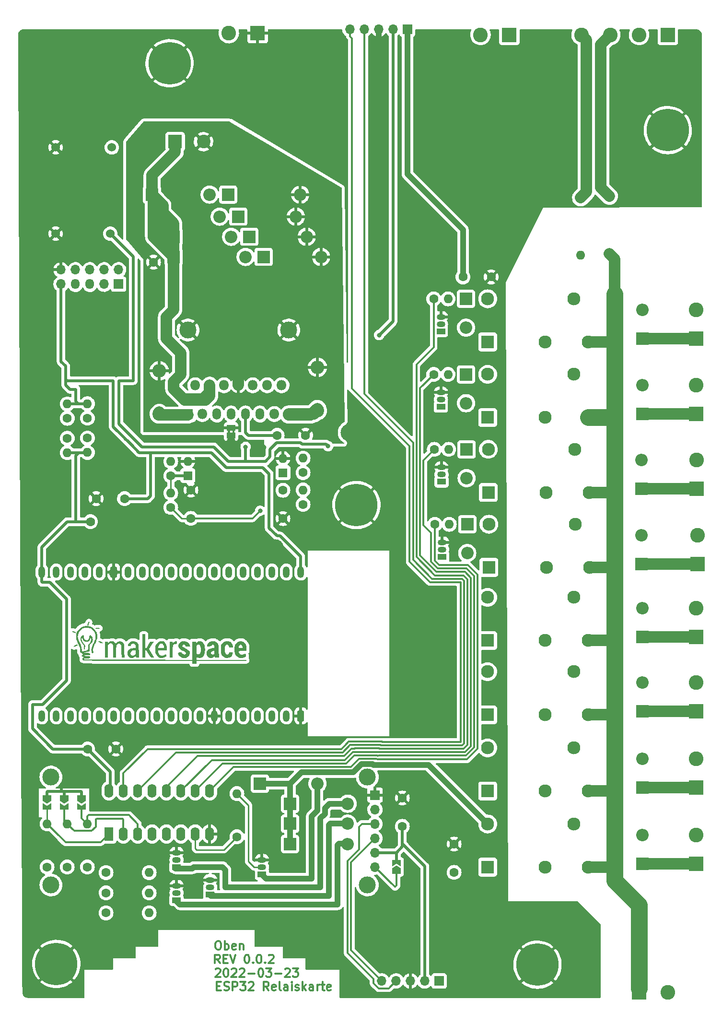
<source format=gbr>
G04 #@! TF.GenerationSoftware,KiCad,Pcbnew,6.0.2-378541a8eb~116~ubuntu20.04.1*
G04 #@! TF.CreationDate,2022-03-24T19:55:36+01:00*
G04 #@! TF.ProjectId,ESP32_Platine,45535033-325f-4506-9c61-74696e652e6b,0.0.2*
G04 #@! TF.SameCoordinates,Original*
G04 #@! TF.FileFunction,Copper,L1,Top*
G04 #@! TF.FilePolarity,Positive*
%FSLAX46Y46*%
G04 Gerber Fmt 4.6, Leading zero omitted, Abs format (unit mm)*
G04 Created by KiCad (PCBNEW 6.0.2-378541a8eb~116~ubuntu20.04.1) date 2022-03-24 19:55:36*
%MOMM*%
%LPD*%
G01*
G04 APERTURE LIST*
G04 Aperture macros list*
%AMRoundRect*
0 Rectangle with rounded corners*
0 $1 Rounding radius*
0 $2 $3 $4 $5 $6 $7 $8 $9 X,Y pos of 4 corners*
0 Add a 4 corners polygon primitive as box body*
4,1,4,$2,$3,$4,$5,$6,$7,$8,$9,$2,$3,0*
0 Add four circle primitives for the rounded corners*
1,1,$1+$1,$2,$3*
1,1,$1+$1,$4,$5*
1,1,$1+$1,$6,$7*
1,1,$1+$1,$8,$9*
0 Add four rect primitives between the rounded corners*
20,1,$1+$1,$2,$3,$4,$5,0*
20,1,$1+$1,$4,$5,$6,$7,0*
20,1,$1+$1,$6,$7,$8,$9,0*
20,1,$1+$1,$8,$9,$2,$3,0*%
%AMFreePoly0*
4,1,6,1.000000,0.000000,0.500000,-0.750000,-0.500000,-0.750000,-0.500000,0.750000,0.500000,0.750000,1.000000,0.000000,1.000000,0.000000,$1*%
%AMFreePoly1*
4,1,6,0.500000,-0.750000,-0.650000,-0.750000,-0.150000,0.000000,-0.650000,0.750000,0.500000,0.750000,0.500000,-0.750000,0.500000,-0.750000,$1*%
G04 Aperture macros list end*
%ADD10C,0.300000*%
G04 #@! TA.AperFunction,NonConductor*
%ADD11C,0.300000*%
G04 #@! TD*
G04 #@! TA.AperFunction,ComponentPad*
%ADD12R,1.500000X1.050000*%
G04 #@! TD*
G04 #@! TA.AperFunction,ComponentPad*
%ADD13O,1.500000X1.050000*%
G04 #@! TD*
G04 #@! TA.AperFunction,ComponentPad*
%ADD14R,2.200000X2.200000*%
G04 #@! TD*
G04 #@! TA.AperFunction,ComponentPad*
%ADD15O,2.200000X2.200000*%
G04 #@! TD*
G04 #@! TA.AperFunction,ConnectorPad*
%ADD16C,7.500000*%
G04 #@! TD*
G04 #@! TA.AperFunction,ComponentPad*
%ADD17C,4.700000*%
G04 #@! TD*
G04 #@! TA.AperFunction,ComponentPad*
%ADD18C,1.600000*%
G04 #@! TD*
G04 #@! TA.AperFunction,ComponentPad*
%ADD19O,1.600000X1.600000*%
G04 #@! TD*
G04 #@! TA.AperFunction,ComponentPad*
%ADD20R,2.300000X2.300000*%
G04 #@! TD*
G04 #@! TA.AperFunction,ComponentPad*
%ADD21C,2.300000*%
G04 #@! TD*
G04 #@! TA.AperFunction,ComponentPad*
%ADD22R,1.700000X1.700000*%
G04 #@! TD*
G04 #@! TA.AperFunction,ComponentPad*
%ADD23O,1.700000X1.700000*%
G04 #@! TD*
G04 #@! TA.AperFunction,ComponentPad*
%ADD24C,3.000000*%
G04 #@! TD*
G04 #@! TA.AperFunction,ComponentPad*
%ADD25C,2.400000*%
G04 #@! TD*
G04 #@! TA.AperFunction,ComponentPad*
%ADD26O,2.400000X2.400000*%
G04 #@! TD*
G04 #@! TA.AperFunction,SMDPad,CuDef*
%ADD27FreePoly0,270.000000*%
G04 #@! TD*
G04 #@! TA.AperFunction,SMDPad,CuDef*
%ADD28FreePoly1,270.000000*%
G04 #@! TD*
G04 #@! TA.AperFunction,ComponentPad*
%ADD29R,2.600000X2.600000*%
G04 #@! TD*
G04 #@! TA.AperFunction,ComponentPad*
%ADD30C,2.600000*%
G04 #@! TD*
G04 #@! TA.AperFunction,SMDPad,CuDef*
%ADD31R,1.500000X1.000000*%
G04 #@! TD*
G04 #@! TA.AperFunction,SMDPad,CuDef*
%ADD32FreePoly0,90.000000*%
G04 #@! TD*
G04 #@! TA.AperFunction,SMDPad,CuDef*
%ADD33FreePoly1,90.000000*%
G04 #@! TD*
G04 #@! TA.AperFunction,ComponentPad*
%ADD34R,1.600000X1.600000*%
G04 #@! TD*
G04 #@! TA.AperFunction,ComponentPad*
%ADD35R,2.400000X2.400000*%
G04 #@! TD*
G04 #@! TA.AperFunction,ComponentPad*
%ADD36R,1.600000X2.400000*%
G04 #@! TD*
G04 #@! TA.AperFunction,ComponentPad*
%ADD37O,1.600000X2.400000*%
G04 #@! TD*
G04 #@! TA.AperFunction,ComponentPad*
%ADD38R,1.800000X1.800000*%
G04 #@! TD*
G04 #@! TA.AperFunction,ComponentPad*
%ADD39O,1.800000X1.800000*%
G04 #@! TD*
G04 #@! TA.AperFunction,ComponentPad*
%ADD40O,1.500000X2.000000*%
G04 #@! TD*
G04 #@! TA.AperFunction,ComponentPad*
%ADD41C,1.524000*%
G04 #@! TD*
G04 #@! TA.AperFunction,ComponentPad*
%ADD42O,1.200000X2.000000*%
G04 #@! TD*
G04 #@! TA.AperFunction,ComponentPad*
%ADD43RoundRect,0.300000X0.300000X0.700000X-0.300000X0.700000X-0.300000X-0.700000X0.300000X-0.700000X0*%
G04 #@! TD*
G04 #@! TA.AperFunction,ComponentPad*
%ADD44O,1.500000X1.800000*%
G04 #@! TD*
G04 #@! TA.AperFunction,ViaPad*
%ADD45C,0.800000*%
G04 #@! TD*
G04 #@! TA.AperFunction,ViaPad*
%ADD46C,3.000000*%
G04 #@! TD*
G04 #@! TA.AperFunction,Conductor*
%ADD47C,1.000000*%
G04 #@! TD*
G04 #@! TA.AperFunction,Conductor*
%ADD48C,3.000000*%
G04 #@! TD*
G04 #@! TA.AperFunction,Conductor*
%ADD49C,2.000000*%
G04 #@! TD*
G04 #@! TA.AperFunction,Conductor*
%ADD50C,0.500000*%
G04 #@! TD*
G04 #@! TA.AperFunction,Conductor*
%ADD51C,1.500000*%
G04 #@! TD*
G04 #@! TA.AperFunction,Conductor*
%ADD52C,0.250000*%
G04 #@! TD*
G04 #@! TA.AperFunction,Conductor*
%ADD53C,0.300000*%
G04 #@! TD*
%ADD54C,0.350000*%
G04 APERTURE END LIST*
D10*
D11*
X75364285Y-219892857D02*
X75864285Y-219892857D01*
X76078571Y-220678571D02*
X75364285Y-220678571D01*
X75364285Y-219178571D01*
X76078571Y-219178571D01*
X76650000Y-220607142D02*
X76864285Y-220678571D01*
X77221428Y-220678571D01*
X77364285Y-220607142D01*
X77435714Y-220535714D01*
X77507142Y-220392857D01*
X77507142Y-220250000D01*
X77435714Y-220107142D01*
X77364285Y-220035714D01*
X77221428Y-219964285D01*
X76935714Y-219892857D01*
X76792857Y-219821428D01*
X76721428Y-219750000D01*
X76650000Y-219607142D01*
X76650000Y-219464285D01*
X76721428Y-219321428D01*
X76792857Y-219250000D01*
X76935714Y-219178571D01*
X77292857Y-219178571D01*
X77507142Y-219250000D01*
X78150000Y-220678571D02*
X78150000Y-219178571D01*
X78721428Y-219178571D01*
X78864285Y-219250000D01*
X78935714Y-219321428D01*
X79007142Y-219464285D01*
X79007142Y-219678571D01*
X78935714Y-219821428D01*
X78864285Y-219892857D01*
X78721428Y-219964285D01*
X78150000Y-219964285D01*
X79507142Y-219178571D02*
X80435714Y-219178571D01*
X79935714Y-219750000D01*
X80150000Y-219750000D01*
X80292857Y-219821428D01*
X80364285Y-219892857D01*
X80435714Y-220035714D01*
X80435714Y-220392857D01*
X80364285Y-220535714D01*
X80292857Y-220607142D01*
X80150000Y-220678571D01*
X79721428Y-220678571D01*
X79578571Y-220607142D01*
X79507142Y-220535714D01*
X81007142Y-219321428D02*
X81078571Y-219250000D01*
X81221428Y-219178571D01*
X81578571Y-219178571D01*
X81721428Y-219250000D01*
X81792857Y-219321428D01*
X81864285Y-219464285D01*
X81864285Y-219607142D01*
X81792857Y-219821428D01*
X80935714Y-220678571D01*
X81864285Y-220678571D01*
X84507142Y-220678571D02*
X84007142Y-219964285D01*
X83650000Y-220678571D02*
X83650000Y-219178571D01*
X84221428Y-219178571D01*
X84364285Y-219250000D01*
X84435714Y-219321428D01*
X84507142Y-219464285D01*
X84507142Y-219678571D01*
X84435714Y-219821428D01*
X84364285Y-219892857D01*
X84221428Y-219964285D01*
X83650000Y-219964285D01*
X85721428Y-220607142D02*
X85578571Y-220678571D01*
X85292857Y-220678571D01*
X85149999Y-220607142D01*
X85078571Y-220464285D01*
X85078571Y-219892857D01*
X85149999Y-219750000D01*
X85292857Y-219678571D01*
X85578571Y-219678571D01*
X85721428Y-219750000D01*
X85792857Y-219892857D01*
X85792857Y-220035714D01*
X85078571Y-220178571D01*
X86649999Y-220678571D02*
X86507142Y-220607142D01*
X86435714Y-220464285D01*
X86435714Y-219178571D01*
X87864285Y-220678571D02*
X87864285Y-219892857D01*
X87792857Y-219750000D01*
X87649999Y-219678571D01*
X87364285Y-219678571D01*
X87221428Y-219750000D01*
X87864285Y-220607142D02*
X87721428Y-220678571D01*
X87364285Y-220678571D01*
X87221428Y-220607142D01*
X87149999Y-220464285D01*
X87149999Y-220321428D01*
X87221428Y-220178571D01*
X87364285Y-220107142D01*
X87721428Y-220107142D01*
X87864285Y-220035714D01*
X88578571Y-220678571D02*
X88578571Y-219678571D01*
X88578571Y-219178571D02*
X88507142Y-219250000D01*
X88578571Y-219321428D01*
X88649999Y-219250000D01*
X88578571Y-219178571D01*
X88578571Y-219321428D01*
X89221428Y-220607142D02*
X89364285Y-220678571D01*
X89649999Y-220678571D01*
X89792857Y-220607142D01*
X89864285Y-220464285D01*
X89864285Y-220392857D01*
X89792857Y-220250000D01*
X89649999Y-220178571D01*
X89435714Y-220178571D01*
X89292857Y-220107142D01*
X89221428Y-219964285D01*
X89221428Y-219892857D01*
X89292857Y-219750000D01*
X89435714Y-219678571D01*
X89649999Y-219678571D01*
X89792857Y-219750000D01*
X90507142Y-220678571D02*
X90507142Y-219178571D01*
X90649999Y-220107142D02*
X91078571Y-220678571D01*
X91078571Y-219678571D02*
X90507142Y-220250000D01*
X92364285Y-220678571D02*
X92364285Y-219892857D01*
X92292857Y-219750000D01*
X92150000Y-219678571D01*
X91864285Y-219678571D01*
X91721428Y-219750000D01*
X92364285Y-220607142D02*
X92221428Y-220678571D01*
X91864285Y-220678571D01*
X91721428Y-220607142D01*
X91649999Y-220464285D01*
X91649999Y-220321428D01*
X91721428Y-220178571D01*
X91864285Y-220107142D01*
X92221428Y-220107142D01*
X92364285Y-220035714D01*
X93078571Y-220678571D02*
X93078571Y-219678571D01*
X93078571Y-219964285D02*
X93150000Y-219821428D01*
X93221428Y-219750000D01*
X93364285Y-219678571D01*
X93507142Y-219678571D01*
X93792857Y-219678571D02*
X94364285Y-219678571D01*
X94007142Y-219178571D02*
X94007142Y-220464285D01*
X94078571Y-220607142D01*
X94221428Y-220678571D01*
X94364285Y-220678571D01*
X95435714Y-220607142D02*
X95292857Y-220678571D01*
X95007142Y-220678571D01*
X94864285Y-220607142D01*
X94792857Y-220464285D01*
X94792857Y-219892857D01*
X94864285Y-219750000D01*
X95007142Y-219678571D01*
X95292857Y-219678571D01*
X95435714Y-219750000D01*
X95507142Y-219892857D01*
X95507142Y-220035714D01*
X94792857Y-220178571D01*
D10*
D11*
X75457142Y-211978571D02*
X75742857Y-211978571D01*
X75885714Y-212050000D01*
X76028571Y-212192857D01*
X76100000Y-212478571D01*
X76100000Y-212978571D01*
X76028571Y-213264285D01*
X75885714Y-213407142D01*
X75742857Y-213478571D01*
X75457142Y-213478571D01*
X75314285Y-213407142D01*
X75171428Y-213264285D01*
X75100000Y-212978571D01*
X75100000Y-212478571D01*
X75171428Y-212192857D01*
X75314285Y-212050000D01*
X75457142Y-211978571D01*
X76742857Y-213478571D02*
X76742857Y-211978571D01*
X76742857Y-212550000D02*
X76885714Y-212478571D01*
X77171428Y-212478571D01*
X77314285Y-212550000D01*
X77385714Y-212621428D01*
X77457142Y-212764285D01*
X77457142Y-213192857D01*
X77385714Y-213335714D01*
X77314285Y-213407142D01*
X77171428Y-213478571D01*
X76885714Y-213478571D01*
X76742857Y-213407142D01*
X78671428Y-213407142D02*
X78528571Y-213478571D01*
X78242857Y-213478571D01*
X78100000Y-213407142D01*
X78028571Y-213264285D01*
X78028571Y-212692857D01*
X78100000Y-212550000D01*
X78242857Y-212478571D01*
X78528571Y-212478571D01*
X78671428Y-212550000D01*
X78742857Y-212692857D01*
X78742857Y-212835714D01*
X78028571Y-212978571D01*
X79385714Y-212478571D02*
X79385714Y-213478571D01*
X79385714Y-212621428D02*
X79457142Y-212550000D01*
X79600000Y-212478571D01*
X79814285Y-212478571D01*
X79957142Y-212550000D01*
X80028571Y-212692857D01*
X80028571Y-213478571D01*
D10*
D11*
X75878285Y-215878571D02*
X75378285Y-215164285D01*
X75021142Y-215878571D02*
X75021142Y-214378571D01*
X75592571Y-214378571D01*
X75735428Y-214450000D01*
X75806857Y-214521428D01*
X75878285Y-214664285D01*
X75878285Y-214878571D01*
X75806857Y-215021428D01*
X75735428Y-215092857D01*
X75592571Y-215164285D01*
X75021142Y-215164285D01*
X76521142Y-215092857D02*
X77021142Y-215092857D01*
X77235428Y-215878571D02*
X76521142Y-215878571D01*
X76521142Y-214378571D01*
X77235428Y-214378571D01*
X77664000Y-214378571D02*
X78164000Y-215878571D01*
X78664000Y-214378571D01*
X80592571Y-214378571D02*
X80735428Y-214378571D01*
X80878285Y-214450000D01*
X80949714Y-214521428D01*
X81021142Y-214664285D01*
X81092571Y-214950000D01*
X81092571Y-215307142D01*
X81021142Y-215592857D01*
X80949714Y-215735714D01*
X80878285Y-215807142D01*
X80735428Y-215878571D01*
X80592571Y-215878571D01*
X80449714Y-215807142D01*
X80378285Y-215735714D01*
X80306857Y-215592857D01*
X80235428Y-215307142D01*
X80235428Y-214950000D01*
X80306857Y-214664285D01*
X80378285Y-214521428D01*
X80449714Y-214450000D01*
X80592571Y-214378571D01*
X81735428Y-215735714D02*
X81806857Y-215807142D01*
X81735428Y-215878571D01*
X81664000Y-215807142D01*
X81735428Y-215735714D01*
X81735428Y-215878571D01*
X82735428Y-214378571D02*
X82878285Y-214378571D01*
X83021142Y-214450000D01*
X83092571Y-214521428D01*
X83164000Y-214664285D01*
X83235428Y-214950000D01*
X83235428Y-215307142D01*
X83164000Y-215592857D01*
X83092571Y-215735714D01*
X83021142Y-215807142D01*
X82878285Y-215878571D01*
X82735428Y-215878571D01*
X82592571Y-215807142D01*
X82521142Y-215735714D01*
X82449714Y-215592857D01*
X82378285Y-215307142D01*
X82378285Y-214950000D01*
X82449714Y-214664285D01*
X82521142Y-214521428D01*
X82592571Y-214450000D01*
X82735428Y-214378571D01*
X83878285Y-215735714D02*
X83949714Y-215807142D01*
X83878285Y-215878571D01*
X83806857Y-215807142D01*
X83878285Y-215735714D01*
X83878285Y-215878571D01*
X84521142Y-214521428D02*
X84592571Y-214450000D01*
X84735428Y-214378571D01*
X85092571Y-214378571D01*
X85235428Y-214450000D01*
X85306857Y-214521428D01*
X85378285Y-214664285D01*
X85378285Y-214807142D01*
X85306857Y-215021428D01*
X84449714Y-215878571D01*
X85378285Y-215878571D01*
D10*
D11*
X75114285Y-216921428D02*
X75185714Y-216850000D01*
X75328571Y-216778571D01*
X75685714Y-216778571D01*
X75828571Y-216850000D01*
X75900000Y-216921428D01*
X75971428Y-217064285D01*
X75971428Y-217207142D01*
X75900000Y-217421428D01*
X75042857Y-218278571D01*
X75971428Y-218278571D01*
X76900000Y-216778571D02*
X77042857Y-216778571D01*
X77185714Y-216850000D01*
X77257142Y-216921428D01*
X77328571Y-217064285D01*
X77400000Y-217350000D01*
X77400000Y-217707142D01*
X77328571Y-217992857D01*
X77257142Y-218135714D01*
X77185714Y-218207142D01*
X77042857Y-218278571D01*
X76900000Y-218278571D01*
X76757142Y-218207142D01*
X76685714Y-218135714D01*
X76614285Y-217992857D01*
X76542857Y-217707142D01*
X76542857Y-217350000D01*
X76614285Y-217064285D01*
X76685714Y-216921428D01*
X76757142Y-216850000D01*
X76900000Y-216778571D01*
X77971428Y-216921428D02*
X78042857Y-216850000D01*
X78185714Y-216778571D01*
X78542857Y-216778571D01*
X78685714Y-216850000D01*
X78757142Y-216921428D01*
X78828571Y-217064285D01*
X78828571Y-217207142D01*
X78757142Y-217421428D01*
X77900000Y-218278571D01*
X78828571Y-218278571D01*
X79400000Y-216921428D02*
X79471428Y-216850000D01*
X79614285Y-216778571D01*
X79971428Y-216778571D01*
X80114285Y-216850000D01*
X80185714Y-216921428D01*
X80257142Y-217064285D01*
X80257142Y-217207142D01*
X80185714Y-217421428D01*
X79328571Y-218278571D01*
X80257142Y-218278571D01*
X80900000Y-217707142D02*
X82042857Y-217707142D01*
X83042857Y-216778571D02*
X83185714Y-216778571D01*
X83328571Y-216850000D01*
X83400000Y-216921428D01*
X83471428Y-217064285D01*
X83542857Y-217350000D01*
X83542857Y-217707142D01*
X83471428Y-217992857D01*
X83400000Y-218135714D01*
X83328571Y-218207142D01*
X83185714Y-218278571D01*
X83042857Y-218278571D01*
X82900000Y-218207142D01*
X82828571Y-218135714D01*
X82757142Y-217992857D01*
X82685714Y-217707142D01*
X82685714Y-217350000D01*
X82757142Y-217064285D01*
X82828571Y-216921428D01*
X82900000Y-216850000D01*
X83042857Y-216778571D01*
X84042857Y-216778571D02*
X84971428Y-216778571D01*
X84471428Y-217350000D01*
X84685714Y-217350000D01*
X84828571Y-217421428D01*
X84900000Y-217492857D01*
X84971428Y-217635714D01*
X84971428Y-217992857D01*
X84900000Y-218135714D01*
X84828571Y-218207142D01*
X84685714Y-218278571D01*
X84257142Y-218278571D01*
X84114285Y-218207142D01*
X84042857Y-218135714D01*
X85614285Y-217707142D02*
X86757142Y-217707142D01*
X87400000Y-216921428D02*
X87471428Y-216850000D01*
X87614285Y-216778571D01*
X87971428Y-216778571D01*
X88114285Y-216850000D01*
X88185714Y-216921428D01*
X88257142Y-217064285D01*
X88257142Y-217207142D01*
X88185714Y-217421428D01*
X87328571Y-218278571D01*
X88257142Y-218278571D01*
X88757142Y-216778571D02*
X89685714Y-216778571D01*
X89185714Y-217350000D01*
X89400000Y-217350000D01*
X89542857Y-217421428D01*
X89614285Y-217492857D01*
X89685714Y-217635714D01*
X89685714Y-217992857D01*
X89614285Y-218135714D01*
X89542857Y-218207142D01*
X89400000Y-218278571D01*
X88971428Y-218278571D01*
X88828571Y-218207142D01*
X88757142Y-218135714D01*
G04 #@! TO.C,JP1301*
G36*
X77684000Y-122284000D02*
G01*
X77284000Y-122284000D01*
X77284000Y-121784000D01*
X77684000Y-121784000D01*
X77684000Y-122284000D01*
G37*
G36*
X78484000Y-122284000D02*
G01*
X78084000Y-122284000D01*
X78084000Y-121784000D01*
X78484000Y-121784000D01*
X78484000Y-122284000D01*
G37*
G04 #@! TO.C,G\u002A\u002A\u002A*
G36*
X54604756Y-156659929D02*
G01*
X54670427Y-156720550D01*
X54671633Y-156770481D01*
X54641151Y-156816760D01*
X54557932Y-156846071D01*
X54402020Y-156863482D01*
X54281110Y-156869700D01*
X54087041Y-156875064D01*
X53974461Y-156868266D01*
X53921654Y-156844444D01*
X53906903Y-156798737D01*
X53906607Y-156785853D01*
X53923518Y-156727167D01*
X53989338Y-156689447D01*
X54126701Y-156662707D01*
X54208557Y-156652644D01*
X54452560Y-156637742D01*
X54604756Y-156659929D01*
G37*
G36*
X78517364Y-159894241D02*
G01*
X78531469Y-159822958D01*
X78662912Y-159520013D01*
X78865089Y-159275580D01*
X79122609Y-159104020D01*
X79387649Y-159023989D01*
X79724404Y-159014991D01*
X80011622Y-159096789D01*
X80250128Y-159269802D01*
X80440752Y-159534450D01*
X80457626Y-159566784D01*
X80529726Y-159723554D01*
X80572696Y-159866992D01*
X80593676Y-160034092D01*
X80599806Y-160261849D01*
X80599886Y-160303899D01*
X80599886Y-160760204D01*
X79901516Y-160760204D01*
X79606314Y-160761107D01*
X79401836Y-160768348D01*
X79275346Y-160788728D01*
X79214105Y-160829047D01*
X79205378Y-160896104D01*
X79236428Y-160996700D01*
X79276362Y-161093954D01*
X79353809Y-161227615D01*
X79445002Y-161319778D01*
X79454021Y-161325083D01*
X79619226Y-161371065D01*
X79834837Y-161375685D01*
X80057015Y-161340276D01*
X80168151Y-161303381D01*
X80291159Y-161253813D01*
X80365681Y-161227218D01*
X80372720Y-161225784D01*
X80409273Y-161269728D01*
X80455863Y-161375743D01*
X80499190Y-161505103D01*
X80525955Y-161619082D01*
X80526431Y-161673360D01*
X80441647Y-161767278D01*
X80279027Y-161850750D01*
X80064069Y-161918485D01*
X79822270Y-161965188D01*
X79579128Y-161985568D01*
X79360141Y-161974330D01*
X79229011Y-161942687D01*
X78937976Y-161781199D01*
X78707686Y-161541154D01*
X78603175Y-161361166D01*
X78544941Y-161220769D01*
X78508160Y-161082228D01*
X78488205Y-160915271D01*
X78480449Y-160689628D01*
X78479703Y-160553279D01*
X78484586Y-160304139D01*
X78497142Y-160086876D01*
X79215388Y-160086876D01*
X79216188Y-160183232D01*
X79276672Y-160228524D01*
X79413681Y-160242029D01*
X79539398Y-160242892D01*
X79875650Y-160242892D01*
X79875650Y-160047478D01*
X79841492Y-159841219D01*
X79752974Y-159699809D01*
X79631025Y-159627559D01*
X79496579Y-159628779D01*
X79370566Y-159707778D01*
X79273918Y-159868866D01*
X79257428Y-159920181D01*
X79215388Y-160086876D01*
X78497142Y-160086876D01*
X78497905Y-160073669D01*
X78517364Y-159894241D01*
G37*
G36*
X57006577Y-159029107D02*
G01*
X57216780Y-159121551D01*
X57379851Y-159289574D01*
X57399283Y-159321932D01*
X57506275Y-159513191D01*
X57648310Y-159335185D01*
X57862577Y-159129561D01*
X58096158Y-159025139D01*
X58314146Y-159016870D01*
X58558185Y-159084848D01*
X58745017Y-159224394D01*
X58885066Y-159428883D01*
X58923407Y-159506347D01*
X58952676Y-159586563D01*
X58974364Y-159684805D01*
X58989958Y-159816345D01*
X59000947Y-159996456D01*
X59008821Y-160240412D01*
X59015067Y-160563486D01*
X59018616Y-160799002D01*
X59035104Y-161950020D01*
X58519572Y-161950020D01*
X58502194Y-160848323D01*
X58495260Y-160473146D01*
X58487014Y-160187079D01*
X58476201Y-159975768D01*
X58461564Y-159824862D01*
X58441848Y-159720008D01*
X58415797Y-159646852D01*
X58393631Y-159607597D01*
X58253922Y-159471295D01*
X58086897Y-159424568D01*
X57912931Y-159465174D01*
X57752401Y-159590874D01*
X57683057Y-159685727D01*
X57647781Y-159751447D01*
X57621547Y-159826996D01*
X57603032Y-159927946D01*
X57590914Y-160069867D01*
X57583870Y-160268330D01*
X57580578Y-160538906D01*
X57579714Y-160897165D01*
X57579713Y-160902464D01*
X57579520Y-161950020D01*
X57062208Y-161950020D01*
X57061920Y-160954196D01*
X57059078Y-160629654D01*
X57051351Y-160328358D01*
X57039648Y-160070423D01*
X57024879Y-159875967D01*
X57008178Y-159765904D01*
X56910834Y-159567884D01*
X56763543Y-159449514D01*
X56586814Y-159416430D01*
X56401154Y-159474268D01*
X56282261Y-159566408D01*
X56131047Y-159717622D01*
X56131047Y-161950020D01*
X55613736Y-161950020D01*
X55613736Y-159104807D01*
X55847819Y-159104807D01*
X55993818Y-159110878D01*
X56068148Y-159140652D01*
X56102404Y-159211472D01*
X56110767Y-159249128D01*
X56139631Y-159393449D01*
X56317894Y-159225326D01*
X56534662Y-159078987D01*
X56771713Y-159014250D01*
X57006577Y-159029107D01*
G37*
G36*
X50049350Y-157263774D02*
G01*
X50198644Y-157315004D01*
X50331643Y-157381408D01*
X50416272Y-157450437D01*
X50429978Y-157491720D01*
X50395437Y-157562831D01*
X50316818Y-157580251D01*
X50174239Y-157545796D01*
X50104487Y-157521430D01*
X49906587Y-157433706D01*
X49807819Y-157351843D01*
X49809873Y-157277470D01*
X49830182Y-157257039D01*
X49915837Y-157240269D01*
X50049350Y-157263774D01*
G37*
G36*
X68292999Y-159054712D02*
G01*
X68315162Y-159171178D01*
X68303939Y-159298798D01*
X68279469Y-159436572D01*
X68237859Y-159500037D01*
X68152062Y-159517873D01*
X68096599Y-159518656D01*
X67879459Y-159549997D01*
X67725494Y-159652388D01*
X67641766Y-159776276D01*
X67613232Y-159852984D01*
X67592183Y-159966502D01*
X67577666Y-160131019D01*
X67568727Y-160360723D01*
X67564413Y-160669802D01*
X67563634Y-160938694D01*
X67563634Y-161950020D01*
X67046322Y-161950020D01*
X67046322Y-159099138D01*
X67292045Y-159114905D01*
X67441452Y-159129426D01*
X67518578Y-159162551D01*
X67554551Y-159236340D01*
X67569757Y-159311731D01*
X67591796Y-159413386D01*
X67606684Y-159440315D01*
X67608555Y-159432095D01*
X67662918Y-159312081D01*
X67780145Y-159183588D01*
X67927049Y-159076591D01*
X68062062Y-159022487D01*
X68213009Y-159010147D01*
X68292999Y-159054712D01*
G37*
G36*
X59653278Y-160754622D02*
G01*
X59756972Y-160584864D01*
X59902477Y-160442389D01*
X60089325Y-160344708D01*
X60338334Y-160283877D01*
X60621904Y-160254736D01*
X61058394Y-160227504D01*
X61028699Y-159937744D01*
X60996752Y-159742972D01*
X60940155Y-159614287D01*
X60864178Y-159531589D01*
X60680518Y-159429615D01*
X60494518Y-159423027D01*
X60327315Y-159506450D01*
X60200046Y-159674505D01*
X60186870Y-159703879D01*
X60131521Y-159814055D01*
X60062773Y-159865463D01*
X59942413Y-159880194D01*
X59880862Y-159880774D01*
X59737833Y-159875879D01*
X59670182Y-159849674D01*
X59649900Y-159784881D01*
X59648766Y-159737589D01*
X59692286Y-159558846D01*
X59806649Y-159372406D01*
X59967561Y-159211234D01*
X60096177Y-159130488D01*
X60415883Y-159025800D01*
X60727612Y-159012225D01*
X61015093Y-159087400D01*
X61262059Y-159248966D01*
X61320681Y-159308196D01*
X61391237Y-159390927D01*
X61446321Y-159473455D01*
X61488071Y-159569631D01*
X61518626Y-159693305D01*
X61540124Y-159858329D01*
X61554704Y-160078552D01*
X61564504Y-160367826D01*
X61571663Y-160740002D01*
X61574817Y-160954196D01*
X61588810Y-161950020D01*
X61345369Y-161950020D01*
X61197189Y-161945747D01*
X61120789Y-161918527D01*
X61084494Y-161846760D01*
X61066213Y-161759651D01*
X61040314Y-161638382D01*
X61013350Y-161605984D01*
X60965742Y-161649535D01*
X60942471Y-161677992D01*
X60737194Y-161861680D01*
X60494267Y-161968530D01*
X60238626Y-161992207D01*
X59995204Y-161926375D01*
X59985019Y-161921249D01*
X59783880Y-161763661D01*
X59646140Y-161544783D01*
X59575795Y-161288037D01*
X59576250Y-161170074D01*
X60114347Y-161170074D01*
X60152843Y-161381354D01*
X60259260Y-161521465D01*
X60419986Y-161582932D01*
X60621410Y-161558285D01*
X60734549Y-161510601D01*
X60909075Y-161383746D01*
X61008740Y-161212199D01*
X61044867Y-160974810D01*
X61045508Y-160929752D01*
X61045508Y-160656741D01*
X60731141Y-160656741D01*
X60545498Y-160662788D01*
X60424300Y-160689310D01*
X60328834Y-160748882D01*
X60265561Y-160807956D01*
X60155952Y-160949568D01*
X60116288Y-161108127D01*
X60114347Y-161170074D01*
X59576250Y-161170074D01*
X59576842Y-161016843D01*
X59653278Y-160754622D01*
G37*
G36*
X69684236Y-159013121D02*
G01*
X70008878Y-159087842D01*
X70272704Y-159238767D01*
X70466570Y-159458069D01*
X70581329Y-159737920D01*
X70592185Y-159790244D01*
X70627287Y-159984236D01*
X70264472Y-159984236D01*
X70074178Y-159982191D01*
X69961363Y-159969673D01*
X69900046Y-159937111D01*
X69864249Y-159874932D01*
X69848191Y-159830863D01*
X69755776Y-159692114D01*
X69620602Y-159630407D01*
X69471059Y-159647668D01*
X69335535Y-159745823D01*
X69300350Y-159793702D01*
X69271588Y-159877427D01*
X69301201Y-159961019D01*
X69398778Y-160053509D01*
X69573906Y-160163927D01*
X69836172Y-160301305D01*
X69842729Y-160304567D01*
X70140944Y-160465550D01*
X70352897Y-160613200D01*
X70492398Y-160760461D01*
X70573256Y-160920272D01*
X70596388Y-161010917D01*
X70599247Y-161272485D01*
X70514552Y-161507542D01*
X70356738Y-161706966D01*
X70140241Y-161861630D01*
X69879499Y-161962413D01*
X69588946Y-162000190D01*
X69283020Y-161965837D01*
X69148535Y-161925975D01*
X68880617Y-161777492D01*
X68671830Y-161551219D01*
X68567027Y-161348264D01*
X68509708Y-161164085D01*
X68516534Y-161049652D01*
X68598806Y-160989522D01*
X68767827Y-160968252D01*
X68845954Y-160967128D01*
X69017335Y-160970577D01*
X69116380Y-160990154D01*
X69174188Y-161039702D01*
X69221861Y-161133066D01*
X69222628Y-161134804D01*
X69323476Y-161271307D01*
X69464198Y-161353750D01*
X69617384Y-161379441D01*
X69755625Y-161345687D01*
X69851512Y-161249797D01*
X69870659Y-161198459D01*
X69878390Y-161090204D01*
X69833294Y-160995101D01*
X69722559Y-160900574D01*
X69533371Y-160794044D01*
X69387191Y-160723906D01*
X69178811Y-160617591D01*
X68982810Y-160501048D01*
X68839291Y-160398258D01*
X68831720Y-160391737D01*
X68656590Y-160183109D01*
X68572489Y-159958258D01*
X68571255Y-159730382D01*
X68644728Y-159512681D01*
X68784744Y-159318352D01*
X68983143Y-159160594D01*
X69231762Y-159052606D01*
X69522440Y-159007585D01*
X69684236Y-159013121D01*
G37*
G36*
X54592606Y-159020667D02*
G01*
X54735855Y-159056605D01*
X54900797Y-159115859D01*
X55057413Y-159186246D01*
X55175683Y-159255585D01*
X55225587Y-159311697D01*
X55225752Y-159314271D01*
X55183860Y-159382366D01*
X55062958Y-159393354D01*
X54870202Y-159347396D01*
X54750606Y-159303705D01*
X54570287Y-159216570D01*
X54466624Y-159133111D01*
X54447611Y-159062411D01*
X54501070Y-159020223D01*
X54592606Y-159020667D01*
G37*
G36*
X50788183Y-159663816D02*
G01*
X50802738Y-159725581D01*
X50776944Y-159802673D01*
X50682553Y-159828470D01*
X50654521Y-159829043D01*
X50505793Y-159861465D01*
X50374773Y-159932505D01*
X50240415Y-160013316D01*
X50135494Y-160031227D01*
X50081542Y-159984305D01*
X50078501Y-159959105D01*
X50119669Y-159888178D01*
X50221759Y-159795412D01*
X50352652Y-159704221D01*
X50480229Y-159638018D01*
X50544082Y-159619725D01*
X50706905Y-159616779D01*
X50788183Y-159663816D01*
G37*
G36*
X64527530Y-159924680D02*
G01*
X64575547Y-159725612D01*
X64578879Y-159716729D01*
X64709365Y-159479656D01*
X64895864Y-159269690D01*
X65111665Y-159111251D01*
X65330056Y-159028757D01*
X65331739Y-159028469D01*
X65646248Y-159010031D01*
X65909913Y-159074762D01*
X66139585Y-159227591D01*
X66194173Y-159280664D01*
X66357742Y-159487135D01*
X66462251Y-159717889D01*
X66516302Y-159998805D01*
X66529011Y-160287692D01*
X66529011Y-160656741D01*
X65028807Y-160656741D01*
X65028807Y-160868781D01*
X65065552Y-161124305D01*
X65166573Y-161342857D01*
X65318052Y-161496895D01*
X65354736Y-161518343D01*
X65557620Y-161574414D01*
X65797113Y-161569716D01*
X66029409Y-161508571D01*
X66157981Y-161439054D01*
X66317481Y-161325480D01*
X66399495Y-161484076D01*
X66449555Y-161603293D01*
X66442033Y-161688633D01*
X66364120Y-161764307D01*
X66203703Y-161854170D01*
X65940489Y-161947754D01*
X65647607Y-161987203D01*
X65364746Y-161970454D01*
X65157691Y-161908558D01*
X64914071Y-161745837D01*
X64704105Y-161516788D01*
X64561384Y-161258546D01*
X64555770Y-161243154D01*
X64512651Y-161048285D01*
X64488776Y-160785430D01*
X64483636Y-160488162D01*
X64494403Y-160242892D01*
X65028807Y-160242892D01*
X66011699Y-160242892D01*
X66011619Y-160048900D01*
X65976418Y-159804190D01*
X65880504Y-159608659D01*
X65738076Y-159476449D01*
X65563336Y-159421703D01*
X65405038Y-159444837D01*
X65274486Y-159535637D01*
X65154320Y-159693867D01*
X65065678Y-159884056D01*
X65029699Y-160070731D01*
X65029658Y-160074766D01*
X65028807Y-160242892D01*
X64494403Y-160242892D01*
X64496723Y-160190054D01*
X64527530Y-159924680D01*
G37*
G36*
X62700905Y-160242892D02*
G01*
X62824663Y-160242892D01*
X62885306Y-160229496D01*
X62948581Y-160179792D01*
X63025547Y-160079510D01*
X63127263Y-159914376D01*
X63255592Y-159686782D01*
X63562764Y-159130672D01*
X63881536Y-159115281D01*
X64200309Y-159099890D01*
X63782510Y-159746245D01*
X63364710Y-160392599D01*
X63816555Y-161132512D01*
X63967840Y-161380486D01*
X64100169Y-161597839D01*
X64204152Y-161769115D01*
X64270401Y-161878855D01*
X64289538Y-161911222D01*
X64254361Y-161931645D01*
X64141619Y-161945700D01*
X64003562Y-161950020D01*
X63696446Y-161950020D01*
X63323717Y-161303381D01*
X63171891Y-161044146D01*
X63058667Y-160863134D01*
X62973980Y-160747270D01*
X62907762Y-160683476D01*
X62849947Y-160658676D01*
X62825947Y-160656741D01*
X62700905Y-160656741D01*
X62700905Y-161950020D01*
X62183593Y-161950020D01*
X62183593Y-157811528D01*
X62700905Y-157811528D01*
X62700905Y-160242892D01*
G37*
G36*
X77376188Y-159034104D02*
G01*
X77525902Y-159058990D01*
X77652747Y-159112801D01*
X77739250Y-159166057D01*
X77938019Y-159351156D01*
X78085857Y-159593873D01*
X78162366Y-159857018D01*
X78168522Y-159948838D01*
X78168522Y-160139430D01*
X77832269Y-160139430D01*
X77650041Y-160136086D01*
X77548434Y-160121496D01*
X77504699Y-160088827D01*
X77496017Y-160038402D01*
X77458919Y-159844288D01*
X77362925Y-159709919D01*
X77230985Y-159639457D01*
X77086048Y-159637065D01*
X76951064Y-159706905D01*
X76848981Y-159853141D01*
X76826932Y-159917036D01*
X76792974Y-160114128D01*
X76776172Y-160371588D01*
X76776557Y-160648112D01*
X76794159Y-160902396D01*
X76826064Y-161082915D01*
X76913179Y-161264142D01*
X77055431Y-161360147D01*
X77205161Y-161380978D01*
X77337406Y-161335333D01*
X77444881Y-161222199D01*
X77495327Y-161077280D01*
X77496017Y-161059080D01*
X77510175Y-161008870D01*
X77567379Y-160980868D01*
X77689721Y-160969032D01*
X77832269Y-160967128D01*
X78012876Y-160969022D01*
X78113366Y-160981311D01*
X78157085Y-161013905D01*
X78167375Y-161076713D01*
X78167386Y-161109389D01*
X78121421Y-161342665D01*
X78001873Y-161575846D01*
X77830985Y-161769822D01*
X77762181Y-161821864D01*
X77515807Y-161932737D01*
X77224283Y-161985128D01*
X76930789Y-161974428D01*
X76753943Y-161929446D01*
X76488580Y-161783136D01*
X76278137Y-161557585D01*
X76187086Y-161406843D01*
X76133906Y-161283630D01*
X76097660Y-161136355D01*
X76074106Y-160939567D01*
X76059002Y-160667817D01*
X76057588Y-160629867D01*
X76053400Y-160275484D01*
X76072874Y-159999179D01*
X76120870Y-159777290D01*
X76202245Y-159586156D01*
X76305027Y-159425022D01*
X76476045Y-159230026D01*
X76666254Y-159107343D01*
X76902813Y-159044433D01*
X77163542Y-159028575D01*
X77376188Y-159034104D01*
G37*
G36*
X52806170Y-155607842D02*
G01*
X52823908Y-155622867D01*
X52857376Y-155689242D01*
X52834945Y-155791846D01*
X52807469Y-155855657D01*
X52742920Y-156006509D01*
X52694819Y-156137895D01*
X52693193Y-156143198D01*
X52633022Y-156234675D01*
X52550207Y-156259286D01*
X52488993Y-156215940D01*
X52482137Y-156127954D01*
X52514420Y-155987820D01*
X52573598Y-155833188D01*
X52647431Y-155701713D01*
X52662676Y-155681757D01*
X52744307Y-155603463D01*
X52806170Y-155607842D01*
G37*
G36*
X71359841Y-159104807D02*
G01*
X71542567Y-159108843D01*
X71647093Y-159125885D01*
X71698530Y-159163332D01*
X71717632Y-159210244D01*
X71740814Y-159275930D01*
X71777524Y-159275822D01*
X71854827Y-159206014D01*
X71873079Y-159187807D01*
X72071719Y-159056217D01*
X72303007Y-159009213D01*
X72544861Y-159043580D01*
X72775198Y-159156104D01*
X72971936Y-159343570D01*
X72975562Y-159348306D01*
X73099999Y-159553622D01*
X73184919Y-159799138D01*
X73234609Y-160103658D01*
X73253355Y-160485991D01*
X73253773Y-160568758D01*
X73243936Y-160905518D01*
X73211265Y-161165491D01*
X73150324Y-161373880D01*
X73055677Y-161555887D01*
X73033663Y-161589231D01*
X72839368Y-161810613D01*
X72612649Y-161940976D01*
X72391418Y-161987851D01*
X72210016Y-161991515D01*
X72069474Y-161951469D01*
X71947850Y-161878725D01*
X71753858Y-161746214D01*
X71753858Y-162312139D01*
X76176872Y-162312139D01*
X76954750Y-162312173D01*
X77635624Y-162312378D01*
X78225956Y-162312905D01*
X78732203Y-162313904D01*
X79160826Y-162315526D01*
X79518284Y-162317923D01*
X79811037Y-162321246D01*
X80045544Y-162325646D01*
X80228264Y-162331273D01*
X80365657Y-162338280D01*
X80464183Y-162346817D01*
X80530301Y-162357035D01*
X80570471Y-162369086D01*
X80591151Y-162383120D01*
X80598802Y-162399288D01*
X80599886Y-162415601D01*
X80598400Y-162433797D01*
X80589635Y-162449724D01*
X80567131Y-162463533D01*
X80524429Y-162475375D01*
X80455070Y-162485401D01*
X80352594Y-162493763D01*
X80210541Y-162500611D01*
X80022453Y-162506096D01*
X79781869Y-162510370D01*
X79482330Y-162513584D01*
X79117377Y-162515889D01*
X78680551Y-162517436D01*
X78165390Y-162518375D01*
X77565437Y-162518859D01*
X76874232Y-162519038D01*
X76176872Y-162519063D01*
X71753858Y-162519063D01*
X71753858Y-163036375D01*
X71029622Y-163036375D01*
X71029622Y-162532938D01*
X61472290Y-162507370D01*
X60288525Y-162504237D01*
X59203868Y-162501362D01*
X58213966Y-162498622D01*
X57314465Y-162495894D01*
X56501010Y-162493056D01*
X55769249Y-162489984D01*
X55114828Y-162486555D01*
X54533393Y-162482647D01*
X54020590Y-162478137D01*
X53572066Y-162472902D01*
X53183467Y-162466818D01*
X52850440Y-162459763D01*
X52568631Y-162451615D01*
X52333686Y-162442250D01*
X52141252Y-162431544D01*
X51986975Y-162419377D01*
X51866501Y-162405623D01*
X51775477Y-162390161D01*
X51709549Y-162372868D01*
X51664363Y-162353620D01*
X51635566Y-162332295D01*
X51618805Y-162308770D01*
X51609725Y-162282922D01*
X51603972Y-162254628D01*
X51598460Y-162228613D01*
X51591050Y-162099448D01*
X51656182Y-162004143D01*
X51804773Y-161921801D01*
X51966689Y-161852067D01*
X51795059Y-161816280D01*
X51639555Y-161748232D01*
X51538992Y-161651626D01*
X51487890Y-161559671D01*
X51498706Y-161495361D01*
X51580634Y-161414327D01*
X51589802Y-161406425D01*
X51725049Y-161290090D01*
X51600146Y-161233181D01*
X51507034Y-161173042D01*
X51475243Y-161123431D01*
X51432421Y-161079018D01*
X51382127Y-161070591D01*
X51254199Y-161030346D01*
X51194846Y-160919229D01*
X51199372Y-160807480D01*
X51208100Y-160567137D01*
X51155664Y-160257910D01*
X51045247Y-159891933D01*
X50880032Y-159481341D01*
X50813779Y-159337597D01*
X50690201Y-159072282D01*
X50605640Y-158872633D01*
X50551985Y-158712204D01*
X50521131Y-158564555D01*
X50504968Y-158403241D01*
X50500114Y-158314626D01*
X50525990Y-157869608D01*
X50640500Y-157462835D01*
X50834192Y-157103556D01*
X51097616Y-156801016D01*
X51421321Y-156564465D01*
X51795856Y-156403148D01*
X52211771Y-156326313D01*
X52530115Y-156328374D01*
X52958029Y-156412898D01*
X53341248Y-156585180D01*
X53670447Y-156835750D01*
X53936302Y-157155138D01*
X54129487Y-157533873D01*
X54240677Y-157962486D01*
X54254924Y-158080069D01*
X54262864Y-158288632D01*
X54242204Y-158493935D01*
X54187254Y-158715910D01*
X54092320Y-158974487D01*
X53951710Y-159289598D01*
X53848533Y-159502976D01*
X53671910Y-159888109D01*
X53556975Y-160206597D01*
X53500573Y-160472414D01*
X53499546Y-160699535D01*
X53539390Y-160871275D01*
X53572857Y-160995770D01*
X53556065Y-161067457D01*
X53515236Y-161105330D01*
X53403090Y-161142109D01*
X53307524Y-161086502D01*
X53234972Y-160949089D01*
X53191867Y-160740446D01*
X53182660Y-160558492D01*
X53191113Y-160381362D01*
X53220408Y-160206685D01*
X53277122Y-160014735D01*
X53367828Y-159785784D01*
X53499105Y-159500107D01*
X53613308Y-159266585D01*
X53740655Y-159007486D01*
X53828412Y-158816745D01*
X53883869Y-158670489D01*
X53914318Y-158544843D01*
X53927047Y-158415933D01*
X53929347Y-158259886D01*
X53929239Y-158231962D01*
X53881769Y-157814170D01*
X53744579Y-157447474D01*
X53519204Y-157134402D01*
X53207175Y-156877480D01*
X53053043Y-156788171D01*
X52891464Y-156714443D01*
X52733595Y-156672441D01*
X52538769Y-156653831D01*
X52380538Y-156650380D01*
X52146068Y-156654861D01*
X51971300Y-156677876D01*
X51812942Y-156728123D01*
X51670567Y-156792990D01*
X51340200Y-157009564D01*
X51084185Y-157293053D01*
X50908739Y-157632515D01*
X50820078Y-158017005D01*
X50812760Y-158302974D01*
X50827987Y-158480167D01*
X50859011Y-158638261D01*
X50915091Y-158806512D01*
X51005485Y-159014179D01*
X51099992Y-159210590D01*
X51325840Y-159728016D01*
X51467139Y-160189684D01*
X51524686Y-160598321D01*
X51526209Y-160665709D01*
X51526974Y-160907467D01*
X51669235Y-160838685D01*
X51804875Y-160791529D01*
X51988900Y-160749373D01*
X52085236Y-160734037D01*
X52349183Y-160665771D01*
X52512018Y-160569396D01*
X52587048Y-160500556D01*
X52632435Y-160431250D01*
X52655608Y-160334229D01*
X52663998Y-160182247D01*
X52665060Y-160008136D01*
X52666522Y-159796167D01*
X52676538Y-159660537D01*
X52703549Y-159574122D01*
X52755996Y-159509800D01*
X52841570Y-159441021D01*
X52978817Y-159300537D01*
X53087859Y-159129327D01*
X53100226Y-159101089D01*
X53156596Y-158904570D01*
X53179662Y-158700903D01*
X53169083Y-158522282D01*
X53124519Y-158400900D01*
X53107831Y-158383107D01*
X53056745Y-158359136D01*
X53024047Y-158406250D01*
X52999851Y-158519034D01*
X52962729Y-158712111D01*
X52919000Y-158834976D01*
X52848911Y-158920041D01*
X52732708Y-158999717D01*
X52692280Y-159023681D01*
X52464131Y-159128038D01*
X52259366Y-159148412D01*
X52044336Y-159087146D01*
X52009431Y-159071208D01*
X51807032Y-158928382D01*
X51692158Y-158731134D01*
X51661065Y-158532302D01*
X51642355Y-158380284D01*
X51602731Y-158322192D01*
X51553064Y-158361066D01*
X51506822Y-158489171D01*
X51479111Y-158702951D01*
X51514473Y-158902129D01*
X51621029Y-159109770D01*
X51806903Y-159348934D01*
X51811482Y-159354193D01*
X51951778Y-159519314D01*
X52035929Y-159637603D01*
X52077746Y-159738454D01*
X52091042Y-159851261D01*
X52090860Y-159948736D01*
X52073096Y-160214948D01*
X52030143Y-160388674D01*
X51959335Y-160478407D01*
X51919880Y-160493243D01*
X51871557Y-160494048D01*
X51847396Y-160458872D01*
X51843876Y-160366902D01*
X51857473Y-160197328D01*
X51862027Y-160151375D01*
X51898177Y-159791405D01*
X51610531Y-159469034D01*
X51431134Y-159248353D01*
X51323196Y-159054692D01*
X51274734Y-158853901D01*
X51273764Y-158611830D01*
X51280658Y-158529004D01*
X51337130Y-158273515D01*
X51446275Y-158090647D01*
X51600800Y-157990751D01*
X51669597Y-157976731D01*
X51746838Y-157970796D01*
X51798152Y-157984083D01*
X51833293Y-158035143D01*
X51862015Y-158142525D01*
X51894071Y-158324777D01*
X51912634Y-158438934D01*
X51982914Y-158640544D01*
X52108514Y-158797660D01*
X52266880Y-158886487D01*
X52347604Y-158897882D01*
X52493291Y-158853345D01*
X52633320Y-158741633D01*
X52735573Y-158595591D01*
X52768810Y-158467131D01*
X52786852Y-158304918D01*
X52831949Y-158137869D01*
X52891699Y-158001701D01*
X52953698Y-157932132D01*
X52954729Y-157931722D01*
X53065308Y-157939207D01*
X53177983Y-158030336D01*
X53282238Y-158186063D01*
X53367557Y-158387342D01*
X53423423Y-158615126D01*
X53439891Y-158810449D01*
X53436872Y-158967010D01*
X53416292Y-159078753D01*
X53363021Y-159178557D01*
X53261932Y-159299305D01*
X53169438Y-159398226D01*
X52897850Y-159685453D01*
X52897850Y-160220159D01*
X52891298Y-160516319D01*
X52871401Y-160713195D01*
X52837791Y-160814148D01*
X52832542Y-160820255D01*
X52750694Y-160857467D01*
X52598163Y-160892751D01*
X52407578Y-160918606D01*
X52402747Y-160919054D01*
X52170281Y-160948384D01*
X52024610Y-160982699D01*
X51968889Y-161017053D01*
X52006276Y-161046501D01*
X52139927Y-161066096D01*
X52305528Y-161071353D01*
X52610958Y-161089713D01*
X52821736Y-161144017D01*
X52940566Y-161235208D01*
X52967681Y-161301261D01*
X52957050Y-161409391D01*
X52870618Y-161477427D01*
X52701128Y-161507956D01*
X52441321Y-161503563D01*
X52406900Y-161501057D01*
X52161759Y-161490226D01*
X52016039Y-161503322D01*
X51972010Y-161527561D01*
X51972217Y-161570678D01*
X52040611Y-161603391D01*
X52187781Y-161628102D01*
X52424315Y-161647214D01*
X52523444Y-161652684D01*
X52780706Y-161681809D01*
X52940546Y-161739065D01*
X53005558Y-161826114D01*
X52978676Y-161943985D01*
X52937879Y-161999489D01*
X52872792Y-162032415D01*
X52759082Y-162048465D01*
X52572413Y-162053341D01*
X52511414Y-162053483D01*
X52295073Y-162060934D01*
X52101460Y-162080600D01*
X51968368Y-162108451D01*
X51957124Y-162112607D01*
X51811495Y-162171731D01*
X51992554Y-162213109D01*
X52062495Y-162217618D01*
X52230635Y-162222394D01*
X52491712Y-162227392D01*
X52840464Y-162232571D01*
X53271629Y-162237886D01*
X53779943Y-162243295D01*
X54360145Y-162248754D01*
X55006972Y-162254222D01*
X55715162Y-162259654D01*
X56479453Y-162265007D01*
X57294581Y-162270240D01*
X58155286Y-162275307D01*
X59056304Y-162280167D01*
X59992373Y-162284777D01*
X60958230Y-162289093D01*
X61601618Y-162291728D01*
X71029622Y-162328969D01*
X71029622Y-160524480D01*
X71753858Y-160524480D01*
X71754773Y-160805761D01*
X71759347Y-161001901D01*
X71770321Y-161131216D01*
X71790435Y-161212022D01*
X71822431Y-161262638D01*
X71869051Y-161301379D01*
X71870253Y-161302230D01*
X72044092Y-161368325D01*
X72223478Y-161344202D01*
X72374821Y-161235415D01*
X72390000Y-161216267D01*
X72466043Y-161049064D01*
X72510666Y-160815040D01*
X72524918Y-160543817D01*
X72509844Y-160265017D01*
X72466492Y-160008263D01*
X72395908Y-159803177D01*
X72336863Y-159712648D01*
X72206253Y-159637095D01*
X72043534Y-159632059D01*
X71891221Y-159696390D01*
X71857320Y-159725581D01*
X71815124Y-159777028D01*
X71786168Y-159844665D01*
X71768012Y-159947322D01*
X71758220Y-160103828D01*
X71754351Y-160333014D01*
X71753858Y-160524480D01*
X71029622Y-160524480D01*
X71029622Y-159104807D01*
X71359841Y-159104807D01*
G37*
G36*
X73653388Y-160769108D02*
G01*
X73680844Y-160709499D01*
X73821895Y-160510947D01*
X74018184Y-160373175D01*
X74284175Y-160288623D01*
X74551443Y-160254606D01*
X74909459Y-160228990D01*
X74909459Y-160011169D01*
X74876986Y-159826377D01*
X74793434Y-159695919D01*
X74679604Y-159628862D01*
X74556296Y-159634276D01*
X74444313Y-159721230D01*
X74402742Y-159790244D01*
X74360445Y-159864836D01*
X74304934Y-159907434D01*
X74209168Y-159926957D01*
X74046103Y-159932322D01*
X73971365Y-159932505D01*
X73607959Y-159932505D01*
X73644165Y-159764379D01*
X73742704Y-159479642D01*
X73905417Y-159268772D01*
X74143087Y-159120988D01*
X74359299Y-159049437D01*
X74692590Y-159009529D01*
X75003968Y-159056286D01*
X75276125Y-159183743D01*
X75491751Y-159385933D01*
X75540558Y-159456600D01*
X75581059Y-159527756D01*
X75611884Y-159603902D01*
X75634904Y-159700802D01*
X75651988Y-159834221D01*
X75665008Y-160019927D01*
X75675833Y-160273684D01*
X75686334Y-160611258D01*
X75689068Y-160708473D01*
X75699935Y-161034197D01*
X75713153Y-161328409D01*
X75727682Y-161574029D01*
X75742480Y-161753974D01*
X75756504Y-161851163D01*
X75759267Y-161859491D01*
X75770515Y-161906443D01*
X75738925Y-161933685D01*
X75645444Y-161946449D01*
X75471023Y-161949966D01*
X75429614Y-161950020D01*
X75237084Y-161948165D01*
X75122331Y-161936284D01*
X75059672Y-161904908D01*
X75023423Y-161844564D01*
X75004639Y-161793306D01*
X74950008Y-161636591D01*
X74828253Y-161767967D01*
X74614403Y-161930418D01*
X74370547Y-161996610D01*
X74109796Y-161964336D01*
X73978298Y-161911142D01*
X73810663Y-161776903D01*
X73674107Y-161573444D01*
X73586762Y-161334196D01*
X73564449Y-161148187D01*
X73580934Y-161030272D01*
X74309847Y-161030272D01*
X74328697Y-161188723D01*
X74363184Y-161254183D01*
X74483984Y-161358821D01*
X74638235Y-161371461D01*
X74794486Y-161300448D01*
X74872357Y-161217975D01*
X74905401Y-161092685D01*
X74909459Y-160990061D01*
X74909459Y-160760204D01*
X74706229Y-160760204D01*
X74512051Y-160796662D01*
X74375444Y-160893134D01*
X74309847Y-161030272D01*
X73580934Y-161030272D01*
X73589754Y-160967186D01*
X73653388Y-160769108D01*
G37*
G04 #@! TD*
D12*
G04 #@! TO.P,Q1001,1,C*
G04 #@! TO.N,/Digital/Relais Ansteuerung/Relais5/mitte*
X68232000Y-204726000D03*
D13*
G04 #@! TO.P,Q1001,2,B*
G04 #@! TO.N,Net-(Q1001-Pad2)*
X68232000Y-203456000D03*
G04 #@! TO.P,Q1001,3,E*
G04 #@! TO.N,GND*
X68232000Y-202186000D03*
G04 #@! TD*
D14*
G04 #@! TO.P,D701,1,K*
G04 #@! TO.N,/Digital/Relais Ansteuerung/Relais2/AB*
X150348000Y-132143591D03*
D15*
G04 #@! TO.P,D701,2,A*
G04 #@! TO.N,/Digital/Relais Ansteuerung/A*
X150348000Y-127063591D03*
G04 #@! TD*
D14*
G04 #@! TO.P,D502,1,K*
G04 #@! TO.N,+12V*
X119360000Y-98595000D03*
D15*
G04 #@! TO.P,D502,2,A*
G04 #@! TO.N,/Digital/Relais Ansteuerung/Relais0/mitte*
X119360000Y-103675000D03*
G04 #@! TD*
D16*
G04 #@! TO.P,H101,1,1*
G04 #@! TO.N,GND*
X155000000Y-68812000D03*
D17*
X155000000Y-68812000D03*
G04 #@! TD*
D14*
G04 #@! TO.P,D1102,1,K*
G04 #@! TO.N,+12V*
X88292000Y-191240000D03*
D15*
G04 #@! TO.P,D1102,2,A*
G04 #@! TO.N,/Digital/Relais Ansteuerung/Relais6/mitte*
X98452000Y-191240000D03*
G04 #@! TD*
D18*
G04 #@! TO.P,R302,1*
G04 #@! TO.N,/Digital/SDA*
X48942500Y-119679500D03*
D19*
G04 #@! TO.P,R302,2*
G04 #@! TO.N,+3V3*
X48942500Y-117139500D03*
G04 #@! TD*
D14*
G04 #@! TO.P,D1101,1,K*
G04 #@! TO.N,/Digital/Relais Ansteuerung/Relais6/AB*
X150470000Y-184848591D03*
D15*
G04 #@! TO.P,D1101,2,A*
G04 #@! TO.N,/Digital/Relais Ansteuerung/A*
X150470000Y-179768591D03*
G04 #@! TD*
D18*
G04 #@! TO.P,JP301,1,A*
G04 #@! TO.N,/Digital/Motortreiber/M1B*
X139600000Y-80750000D03*
D19*
G04 #@! TO.P,JP301,2,B*
G04 #@! TO.N,/Digital/Relais Ansteuerung/A*
X139600000Y-90910000D03*
G04 #@! TD*
D20*
G04 #@! TO.P,K701,1*
G04 #@! TO.N,/Digital/Relais Ansteuerung/Relais2/mitte*
X123291408Y-132768591D03*
D21*
G04 #@! TO.P,K701,2*
G04 #@! TO.N,/Digital/Relais Ansteuerung/Relais2/AB*
X133451408Y-132768591D03*
G04 #@! TO.P,K701,3*
G04 #@! TO.N,/Digital/Relais Ansteuerung/B*
X141071408Y-132768591D03*
G04 #@! TO.P,K701,4*
G04 #@! TO.N,/Digital/Relais Ansteuerung/A*
X138531408Y-125148591D03*
G04 #@! TO.P,K701,5*
G04 #@! TO.N,+12V*
X123291408Y-125148591D03*
G04 #@! TD*
D18*
G04 #@! TO.P,R1001,1*
G04 #@! TO.N,/Digital/Relais Ansteuerung/Relais5/On*
X55786000Y-203456000D03*
D19*
G04 #@! TO.P,R1001,2*
G04 #@! TO.N,Net-(Q1001-Pad2)*
X63406000Y-203456000D03*
G04 #@! TD*
D12*
G04 #@! TO.P,Q901,1,C*
G04 #@! TO.N,/Digital/Relais Ansteuerung/Relais4/mitte*
X83324000Y-200154000D03*
D13*
G04 #@! TO.P,Q901,2,B*
G04 #@! TO.N,Net-(Q901-Pad2)*
X83324000Y-198884000D03*
G04 #@! TO.P,Q901,3,E*
G04 #@! TO.N,GND*
X83324000Y-197614000D03*
G04 #@! TD*
D18*
G04 #@! TO.P,R701,1*
G04 #@! TO.N,/Digital/Relais Ansteuerung/Relais2/On*
X113751408Y-125158591D03*
D19*
G04 #@! TO.P,R701,2*
G04 #@! TO.N,Net-(Q701-Pad2)*
X116291408Y-125158591D03*
G04 #@! TD*
D22*
G04 #@! TO.P,J1301,1,Pin_1*
G04 #@! TO.N,GND*
X103284000Y-186184000D03*
D23*
G04 #@! TO.P,J1301,2,Pin_2*
G04 #@! TO.N,/Digital/PCA9635 Servo/OE*
X103284000Y-188724000D03*
G04 #@! TO.P,J1301,3,Pin_3*
G04 #@! TO.N,/Digital/SCL*
X103284000Y-191264000D03*
G04 #@! TO.P,J1301,4,Pin_4*
G04 #@! TO.N,/Digital/SDA*
X103284000Y-193804000D03*
G04 #@! TO.P,J1301,5,Pin_5*
G04 #@! TO.N,+5V*
X103284000Y-196344000D03*
G04 #@! TO.P,J1301,6,Pin_6*
G04 #@! TO.N,Net-(J1301-Pad6)*
X103284000Y-198884000D03*
D24*
G04 #@! TO.P,J1301,7*
G04 #@! TO.N,N/C*
X46044000Y-183009000D03*
X101924000Y-183009000D03*
X101924000Y-202059000D03*
X46044000Y-202059000D03*
G04 #@! TD*
D12*
G04 #@! TO.P,Q801,1,C*
G04 #@! TO.N,/Digital/Relais Ansteuerung/Relais3/mitte*
X115127817Y-144102183D03*
D13*
G04 #@! TO.P,Q801,2,B*
G04 #@! TO.N,Net-(Q801-Pad2)*
X115127817Y-142832183D03*
G04 #@! TO.P,Q801,3,E*
G04 #@! TO.N,GND*
X115127817Y-141562183D03*
G04 #@! TD*
D18*
G04 #@! TO.P,R801,1*
G04 #@! TO.N,/Digital/Relais Ansteuerung/Relais3/On*
X113857817Y-138387183D03*
D19*
G04 #@! TO.P,R801,2*
G04 #@! TO.N,Net-(Q801-Pad2)*
X116397817Y-138387183D03*
G04 #@! TD*
D18*
G04 #@! TO.P,C1301,1*
G04 #@! TO.N,+5V*
X86012000Y-122684000D03*
G04 #@! TO.P,C1301,2*
G04 #@! TO.N,/Digital/Motortreiber/GNDPWR*
X91012000Y-122684000D03*
G04 #@! TD*
D25*
G04 #@! TO.P,R1304,1*
G04 #@! TO.N,/Digital/Motortreiber/1m*
X65184000Y-118921925D03*
D26*
G04 #@! TO.P,R1304,2*
G04 #@! TO.N,/Digital/Motortreiber/GNDPWR*
X65184000Y-111301925D03*
G04 #@! TD*
D14*
G04 #@! TO.P,D1306,1,K*
G04 #@! TO.N,/Digital/Motortreiber/M1B*
X77376000Y-80186925D03*
D15*
G04 #@! TO.P,D1306,2,A*
G04 #@! TO.N,/Digital/Motortreiber/GNDPWR*
X90076000Y-80186925D03*
G04 #@! TD*
D16*
G04 #@! TO.P,H104,1,1*
G04 #@! TO.N,GND*
X47000000Y-216000000D03*
D17*
X47000000Y-216000000D03*
G04 #@! TD*
D18*
G04 #@! TO.P,R401,1*
G04 #@! TO.N,+5V*
X45372000Y-198884000D03*
D19*
G04 #@! TO.P,R401,2*
G04 #@! TO.N,Net-(JP401-Pad2)*
X45372000Y-191264000D03*
G04 #@! TD*
D27*
G04 #@! TO.P,JP403,1,A*
G04 #@! TO.N,GND*
X51468000Y-186766000D03*
D28*
G04 #@! TO.P,JP403,2,B*
G04 #@! TO.N,Net-(JP403-Pad2)*
X51468000Y-188216000D03*
G04 #@! TD*
D14*
G04 #@! TO.P,D1307,1,K*
G04 #@! TO.N,/Digital/Motortreiber/M2A*
X83599000Y-91188000D03*
D15*
G04 #@! TO.P,D1307,2,A*
G04 #@! TO.N,/Digital/Motortreiber/GNDPWR*
X93759000Y-91188000D03*
G04 #@! TD*
D14*
G04 #@! TO.P,D1303,1,K*
G04 #@! TO.N,/Digital/Motortreiber/VS*
X67724000Y-91188000D03*
D15*
G04 #@! TO.P,D1303,2,A*
G04 #@! TO.N,/Digital/Motortreiber/M2A*
X80424000Y-91188000D03*
G04 #@! TD*
D20*
G04 #@! TO.P,K801,1*
G04 #@! TO.N,/Digital/Relais Ansteuerung/Relais3/mitte*
X123397817Y-145997183D03*
D21*
G04 #@! TO.P,K801,2*
G04 #@! TO.N,/Digital/Relais Ansteuerung/Relais3/AB*
X133557817Y-145997183D03*
G04 #@! TO.P,K801,3*
G04 #@! TO.N,/Digital/Relais Ansteuerung/B*
X141177817Y-145997183D03*
G04 #@! TO.P,K801,4*
G04 #@! TO.N,/Digital/Relais Ansteuerung/A*
X138637817Y-138377183D03*
G04 #@! TO.P,K801,5*
G04 #@! TO.N,+12V*
X123397817Y-138377183D03*
G04 #@! TD*
D14*
G04 #@! TO.P,D1305,1,K*
G04 #@! TO.N,/Digital/Motortreiber/M1A*
X79154000Y-84076000D03*
D15*
G04 #@! TO.P,D1305,2,A*
G04 #@! TO.N,/Digital/Motortreiber/GNDPWR*
X89314000Y-84076000D03*
G04 #@! TD*
D25*
G04 #@! TO.P,R1302,1*
G04 #@! TO.N,/Digital/Motortreiber/2m*
X93124000Y-118286925D03*
D26*
G04 #@! TO.P,R1302,2*
G04 #@! TO.N,/Digital/Motortreiber/GNDPWR*
X93124000Y-110666925D03*
G04 #@! TD*
D29*
G04 #@! TO.P,J303,1,Pin_1*
G04 #@! TO.N,/Digital/Motortreiber/GNDPWR*
X127000000Y-52000000D03*
D30*
G04 #@! TO.P,J303,2,Pin_2*
G04 #@! TO.N,/Digital/Motortreiber/VS*
X121920000Y-52000000D03*
G04 #@! TD*
D14*
G04 #@! TO.P,D501,1,K*
G04 #@! TO.N,/Digital/Relais Ansteuerung/Relais0/AB*
X150475000Y-105580000D03*
D15*
G04 #@! TO.P,D501,2,A*
G04 #@! TO.N,/Digital/Relais Ansteuerung/A*
X150475000Y-100500000D03*
G04 #@! TD*
D27*
G04 #@! TO.P,JP402,1,A*
G04 #@! TO.N,GND*
X48420000Y-186766000D03*
D28*
G04 #@! TO.P,JP402,2,B*
G04 #@! TO.N,Net-(JP402-Pad2)*
X48420000Y-188216000D03*
G04 #@! TD*
D29*
G04 #@! TO.P,J901,1,Pin_1*
G04 #@! TO.N,/Digital/Relais Ansteuerung/Relais4/AB*
X160000000Y-158285000D03*
D30*
G04 #@! TO.P,J901,2,Pin_2*
G04 #@! TO.N,/Digital/Relais Ansteuerung/A*
X160000000Y-153205000D03*
G04 #@! TD*
D18*
G04 #@! TO.P,R1305,1*
G04 #@! TO.N,/Digital/2Mess*
X90584000Y-134876000D03*
D19*
G04 #@! TO.P,R1305,2*
G04 #@! TO.N,Net-(D1310-Pad1)*
X90584000Y-132336000D03*
G04 #@! TD*
D29*
G04 #@! TO.P,J1201,1,Pin_1*
G04 #@! TO.N,/Digital/Relais Ansteuerung/Relais7/AB*
X160000000Y-198290000D03*
D30*
G04 #@! TO.P,J1201,2,Pin_2*
G04 #@! TO.N,/Digital/Relais Ansteuerung/A*
X160000000Y-193210000D03*
G04 #@! TD*
D12*
G04 #@! TO.P,Q1201,1,C*
G04 #@! TO.N,/Digital/Relais Ansteuerung/Relais7/mitte*
X68232000Y-198884000D03*
D13*
G04 #@! TO.P,Q1201,2,B*
G04 #@! TO.N,Net-(Q1201-Pad2)*
X68232000Y-197614000D03*
G04 #@! TO.P,Q1201,3,E*
G04 #@! TO.N,GND*
X68232000Y-196344000D03*
G04 #@! TD*
D14*
G04 #@! TO.P,D1201,1,K*
G04 #@! TO.N,/Digital/Relais Ansteuerung/Relais7/AB*
X150475000Y-198290000D03*
D15*
G04 #@! TO.P,D1201,2,A*
G04 #@! TO.N,/Digital/Relais Ansteuerung/A*
X150475000Y-193210000D03*
G04 #@! TD*
D29*
G04 #@! TO.P,J1001,1,Pin_1*
G04 #@! TO.N,/Digital/Relais Ansteuerung/Relais5/AB*
X159995000Y-171407183D03*
D30*
G04 #@! TO.P,J1001,2,Pin_2*
G04 #@! TO.N,/Digital/Relais Ansteuerung/A*
X159995000Y-166327183D03*
G04 #@! TD*
D18*
G04 #@! TO.P,R501,1*
G04 #@! TO.N,/Digital/Relais Ansteuerung/Relais0/On*
X113645000Y-98595000D03*
D19*
G04 #@! TO.P,R501,2*
G04 #@! TO.N,Net-(Q501-Pad2)*
X116185000Y-98595000D03*
G04 #@! TD*
D18*
G04 #@! TO.P,C1302,1*
G04 #@! TO.N,/Digital/Motortreiber/VS*
X64168000Y-87124000D03*
G04 #@! TO.P,C1302,2*
G04 #@! TO.N,/Digital/Motortreiber/GNDPWR*
X64168000Y-92124000D03*
G04 #@! TD*
G04 #@! TO.P,C205,1*
G04 #@! TO.N,+12V*
X117248000Y-199836000D03*
G04 #@! TO.P,C205,2*
G04 #@! TO.N,GND*
X117248000Y-194836000D03*
G04 #@! TD*
D31*
G04 #@! TO.P,JP1301,1,A*
G04 #@! TO.N,/Digital/Motortreiber/GNDPWR*
X77884000Y-121384000D03*
G04 #@! TO.P,JP1301,2,B*
G04 #@! TO.N,GND*
X77884000Y-122684000D03*
G04 #@! TD*
D14*
G04 #@! TO.P,D801,1,K*
G04 #@! TO.N,/Digital/Relais Ansteuerung/Relais3/AB*
X150348000Y-145372183D03*
D15*
G04 #@! TO.P,D801,2,A*
G04 #@! TO.N,/Digital/Relais Ansteuerung/A*
X150348000Y-140292183D03*
G04 #@! TD*
D20*
G04 #@! TO.P,K1001,1*
G04 #@! TO.N,/Digital/Relais Ansteuerung/Relais5/mitte*
X123180000Y-172032183D03*
D21*
G04 #@! TO.P,K1001,2*
G04 #@! TO.N,/Digital/Relais Ansteuerung/Relais5/AB*
X133340000Y-172032183D03*
G04 #@! TO.P,K1001,3*
G04 #@! TO.N,/Digital/Relais Ansteuerung/B*
X140960000Y-172032183D03*
G04 #@! TO.P,K1001,4*
G04 #@! TO.N,/Digital/Relais Ansteuerung/A*
X138420000Y-164412183D03*
G04 #@! TO.P,K1001,5*
G04 #@! TO.N,+12V*
X123180000Y-164412183D03*
G04 #@! TD*
D29*
G04 #@! TO.P,J1101,1,Pin_1*
G04 #@! TO.N,/Digital/Relais Ansteuerung/Relais6/AB*
X159995000Y-184848591D03*
D30*
G04 #@! TO.P,J1101,2,Pin_2*
G04 #@! TO.N,/Digital/Relais Ansteuerung/A*
X159995000Y-179768591D03*
G04 #@! TD*
D18*
G04 #@! TO.P,C201,1*
G04 #@! TO.N,+3V3*
X59048000Y-133860000D03*
G04 #@! TO.P,C201,2*
G04 #@! TO.N,GND*
X54048000Y-133860000D03*
G04 #@! TD*
G04 #@! TO.P,R303,1*
G04 #@! TO.N,/Digital/SCL*
X52498500Y-123177500D03*
D19*
G04 #@! TO.P,R303,2*
G04 #@! TO.N,+5V*
X52498500Y-125717500D03*
G04 #@! TD*
D14*
G04 #@! TO.P,D601,1,K*
G04 #@! TO.N,/Digital/Relais Ansteuerung/Relais1/AB*
X150475000Y-118915000D03*
D15*
G04 #@! TO.P,D601,2,A*
G04 #@! TO.N,/Digital/Relais Ansteuerung/A*
X150475000Y-113835000D03*
G04 #@! TD*
D29*
G04 #@! TO.P,J301,1,Pin_1*
G04 #@! TO.N,/Digital/Relais Ansteuerung/B*
X149920000Y-221000000D03*
D30*
G04 #@! TO.P,J301,2,Pin_2*
G04 #@! TO.N,/Digital/Relais Ansteuerung/A*
X155000000Y-221000000D03*
G04 #@! TD*
D32*
G04 #@! TO.P,JP1302,1,A*
G04 #@! TO.N,Net-(J1301-Pad6)*
X107088000Y-199585000D03*
D33*
G04 #@! TO.P,JP1302,2,B*
G04 #@! TO.N,+5V*
X107088000Y-198135000D03*
G04 #@! TD*
D29*
G04 #@! TO.P,J601,1,Pin_1*
G04 #@! TO.N,/Digital/Relais Ansteuerung/Relais1/AB*
X160000000Y-118915000D03*
D30*
G04 #@! TO.P,J601,2,Pin_2*
G04 #@! TO.N,/Digital/Relais Ansteuerung/A*
X160000000Y-113835000D03*
G04 #@! TD*
D17*
G04 #@! TO.P,H105,1,1*
G04 #@! TO.N,GND*
X100000000Y-135000000D03*
D16*
X100000000Y-135000000D03*
G04 #@! TD*
D29*
G04 #@! TO.P,J501,1,Pin_1*
G04 #@! TO.N,/Digital/Relais Ansteuerung/Relais0/AB*
X160000000Y-105580000D03*
D30*
G04 #@! TO.P,J501,2,Pin_2*
G04 #@! TO.N,/Digital/Relais Ansteuerung/A*
X160000000Y-100500000D03*
G04 #@! TD*
D20*
G04 #@! TO.P,K901,1*
G04 #@! TO.N,/Digital/Relais Ansteuerung/Relais4/mitte*
X123185000Y-158910000D03*
D21*
G04 #@! TO.P,K901,2*
G04 #@! TO.N,/Digital/Relais Ansteuerung/Relais4/AB*
X133345000Y-158910000D03*
G04 #@! TO.P,K901,3*
G04 #@! TO.N,/Digital/Relais Ansteuerung/B*
X140965000Y-158910000D03*
G04 #@! TO.P,K901,4*
G04 #@! TO.N,/Digital/Relais Ansteuerung/A*
X138425000Y-151290000D03*
G04 #@! TO.P,K901,5*
G04 #@! TO.N,+12V*
X123185000Y-151290000D03*
G04 #@! TD*
D18*
G04 #@! TO.P,C204,1*
G04 #@! TO.N,+5V*
X108104000Y-191708000D03*
G04 #@! TO.P,C204,2*
G04 #@! TO.N,GND*
X108104000Y-186708000D03*
G04 #@! TD*
D29*
G04 #@! TO.P,J201,1,Pin_1*
G04 #@! TO.N,GND*
X82545000Y-51695000D03*
D30*
G04 #@! TO.P,J201,2,Pin_2*
G04 #@! TO.N,+12V*
X77465000Y-51695000D03*
G04 #@! TD*
D14*
G04 #@! TO.P,D802,1,K*
G04 #@! TO.N,+12V*
X119572817Y-138387183D03*
D15*
G04 #@! TO.P,D802,2,A*
G04 #@! TO.N,/Digital/Relais Ansteuerung/Relais3/mitte*
X119572817Y-143467183D03*
G04 #@! TD*
D34*
G04 #@! TO.P,D1309,1,K*
G04 #@! TO.N,Net-(D1309-Pad1)*
X70232000Y-129796000D03*
D19*
G04 #@! TO.P,D1309,2,A*
G04 #@! TO.N,GND*
X70232000Y-127256000D03*
G04 #@! TD*
D18*
G04 #@! TO.P,C203,1*
G04 #@! TO.N,+5V*
X53032000Y-137924000D03*
G04 #@! TO.P,C203,2*
G04 #@! TO.N,GND*
X58032000Y-137924000D03*
G04 #@! TD*
G04 #@! TO.P,R901,1*
G04 #@! TO.N,/Digital/Relais Ansteuerung/Relais4/On*
X78900000Y-193550000D03*
D19*
G04 #@! TO.P,R901,2*
G04 #@! TO.N,Net-(Q901-Pad2)*
X78900000Y-185930000D03*
G04 #@! TD*
D35*
G04 #@! TO.P,C1303,1*
G04 #@! TO.N,/Digital/Motortreiber/VS*
X68000000Y-70844000D03*
D25*
G04 #@! TO.P,C1303,2*
G04 #@! TO.N,/Digital/Motortreiber/GNDPWR*
X73000000Y-70844000D03*
G04 #@! TD*
D18*
G04 #@! TO.P,R1101,1*
G04 #@! TO.N,/Digital/Relais Ansteuerung/Relais6/On*
X55780000Y-206988000D03*
D19*
G04 #@! TO.P,R1101,2*
G04 #@! TO.N,Net-(Q1101-Pad2)*
X63400000Y-206988000D03*
G04 #@! TD*
D18*
G04 #@! TO.P,R1303,1*
G04 #@! TO.N,Net-(D1309-Pad1)*
X67216000Y-129825000D03*
D19*
G04 #@! TO.P,R1303,2*
G04 #@! TO.N,/Digital/Motortreiber/1m*
X67216000Y-127285000D03*
G04 #@! TD*
D14*
G04 #@! TO.P,D1308,1,K*
G04 #@! TO.N,/Digital/Motortreiber/M2B*
X81059000Y-87632000D03*
D15*
G04 #@! TO.P,D1308,2,A*
G04 #@! TO.N,/Digital/Motortreiber/GNDPWR*
X91219000Y-87632000D03*
G04 #@! TD*
D29*
G04 #@! TO.P,J801,1,Pin_1*
G04 #@! TO.N,/Digital/Relais Ansteuerung/Relais3/AB*
X160212817Y-145372183D03*
D30*
G04 #@! TO.P,J801,2,Pin_2*
G04 #@! TO.N,/Digital/Relais Ansteuerung/A*
X160212817Y-140292183D03*
G04 #@! TD*
D27*
G04 #@! TO.P,JP401,1,A*
G04 #@! TO.N,GND*
X45372000Y-186766000D03*
D28*
G04 #@! TO.P,JP401,2,B*
G04 #@! TO.N,Net-(JP401-Pad2)*
X45372000Y-188216000D03*
G04 #@! TD*
D12*
G04 #@! TO.P,Q701,1,C*
G04 #@! TO.N,/Digital/Relais Ansteuerung/Relais2/mitte*
X115021408Y-130873591D03*
D13*
G04 #@! TO.P,Q701,2,B*
G04 #@! TO.N,Net-(Q701-Pad2)*
X115021408Y-129603591D03*
G04 #@! TO.P,Q701,3,E*
G04 #@! TO.N,GND*
X115021408Y-128333591D03*
G04 #@! TD*
D14*
G04 #@! TO.P,D1304,1,K*
G04 #@! TO.N,/Digital/Motortreiber/VS*
X67724000Y-87632000D03*
D15*
G04 #@! TO.P,D1304,2,A*
G04 #@! TO.N,/Digital/Motortreiber/M2B*
X77884000Y-87632000D03*
G04 #@! TD*
D34*
G04 #@! TO.P,D1310,1,K*
G04 #@! TO.N,Net-(D1310-Pad1)*
X87028000Y-129288000D03*
D19*
G04 #@! TO.P,D1310,2,A*
G04 #@! TO.N,GND*
X87028000Y-126748000D03*
G04 #@! TD*
D18*
G04 #@! TO.P,R601,1*
G04 #@! TO.N,/Digital/Relais Ansteuerung/Relais1/On*
X113645000Y-111930000D03*
D19*
G04 #@! TO.P,R601,2*
G04 #@! TO.N,Net-(Q601-Pad2)*
X116185000Y-111930000D03*
G04 #@! TD*
D18*
G04 #@! TO.P,R403,1*
G04 #@! TO.N,+5V*
X52484000Y-198884000D03*
D19*
G04 #@! TO.P,R403,2*
G04 #@! TO.N,Net-(JP403-Pad2)*
X52484000Y-191264000D03*
G04 #@! TD*
D20*
G04 #@! TO.P,K1101,1*
G04 #@! TO.N,/Digital/Relais Ansteuerung/Relais6/mitte*
X123180000Y-185473591D03*
D21*
G04 #@! TO.P,K1101,2*
G04 #@! TO.N,/Digital/Relais Ansteuerung/Relais6/AB*
X133340000Y-185473591D03*
G04 #@! TO.P,K1101,3*
G04 #@! TO.N,/Digital/Relais Ansteuerung/B*
X140960000Y-185473591D03*
G04 #@! TO.P,K1101,4*
G04 #@! TO.N,/Digital/Relais Ansteuerung/A*
X138420000Y-177853591D03*
G04 #@! TO.P,K1101,5*
G04 #@! TO.N,+12V*
X123180000Y-177853591D03*
G04 #@! TD*
D36*
G04 #@! TO.P,U401,1,A0*
G04 #@! TO.N,Net-(JP401-Pad2)*
X56309000Y-193057000D03*
D37*
G04 #@! TO.P,U401,2,A1*
G04 #@! TO.N,Net-(JP402-Pad2)*
X58849000Y-193057000D03*
G04 #@! TO.P,U401,3,A2*
G04 #@! TO.N,Net-(JP403-Pad2)*
X61389000Y-193057000D03*
G04 #@! TO.P,U401,4,P0*
G04 #@! TO.N,/Digital/Relais Ansteuerung/Relais7/On*
X63929000Y-193057000D03*
G04 #@! TO.P,U401,5,P1*
G04 #@! TO.N,/Digital/Relais Ansteuerung/Relais6/On*
X66469000Y-193057000D03*
G04 #@! TO.P,U401,6,P2*
G04 #@! TO.N,/Digital/Relais Ansteuerung/Relais5/On*
X69009000Y-193057000D03*
G04 #@! TO.P,U401,7,P3*
G04 #@! TO.N,/Digital/Relais Ansteuerung/Relais4/On*
X71549000Y-193057000D03*
G04 #@! TO.P,U401,8,VSS*
G04 #@! TO.N,GND*
X74089000Y-193057000D03*
G04 #@! TO.P,U401,9,P4*
G04 #@! TO.N,/Digital/Relais Ansteuerung/Relais3/On*
X74089000Y-185437000D03*
G04 #@! TO.P,U401,10,P5*
G04 #@! TO.N,/Digital/Relais Ansteuerung/Relais2/On*
X71549000Y-185437000D03*
G04 #@! TO.P,U401,11,P6*
G04 #@! TO.N,/Digital/Relais Ansteuerung/Relais1/On*
X69009000Y-185437000D03*
G04 #@! TO.P,U401,12,P7*
G04 #@! TO.N,/Digital/Relais Ansteuerung/Relais0/On*
X66469000Y-185437000D03*
G04 #@! TO.P,U401,13,~{INT}*
G04 #@! TO.N,unconnected-(U401-Pad13)*
X63929000Y-185437000D03*
G04 #@! TO.P,U401,14,SCL*
G04 #@! TO.N,/Digital/SCL*
X61389000Y-185437000D03*
G04 #@! TO.P,U401,15,SDA*
G04 #@! TO.N,/Digital/SDA*
X58849000Y-185437000D03*
G04 #@! TO.P,U401,16,VDD*
G04 #@! TO.N,+5V*
X56309000Y-185437000D03*
G04 #@! TD*
D24*
G04 #@! TO.P,HS1301,1*
G04 #@! TO.N,/Digital/Motortreiber/GNDPWR*
X70254000Y-104089038D03*
G04 #@! TO.P,HS1301,2*
X88054000Y-104089038D03*
G04 #@! TD*
D14*
G04 #@! TO.P,D1302,1,K*
G04 #@! TO.N,/Digital/Motortreiber/VS*
X63914000Y-80186925D03*
D15*
G04 #@! TO.P,D1302,2,A*
G04 #@! TO.N,/Digital/Motortreiber/M1B*
X74074000Y-80186925D03*
G04 #@! TD*
D18*
G04 #@! TO.P,R1301,1*
G04 #@! TO.N,Net-(D1310-Pad1)*
X90584000Y-129259000D03*
D19*
G04 #@! TO.P,R1301,2*
G04 #@! TO.N,/Digital/Motortreiber/2m*
X90584000Y-126719000D03*
G04 #@! TD*
D14*
G04 #@! TO.P,D1001,1,K*
G04 #@! TO.N,/Digital/Relais Ansteuerung/Relais5/AB*
X150470000Y-171407183D03*
D15*
G04 #@! TO.P,D1001,2,A*
G04 #@! TO.N,/Digital/Relais Ansteuerung/A*
X150470000Y-166327183D03*
G04 #@! TD*
D22*
G04 #@! TO.P,J305,1,Pin_1*
G04 #@! TO.N,+12V*
X114620000Y-219000000D03*
D23*
G04 #@! TO.P,J305,2,Pin_2*
G04 #@! TO.N,+5V*
X112080000Y-219000000D03*
G04 #@! TO.P,J305,3,Pin_3*
G04 #@! TO.N,GND*
X109540000Y-219000000D03*
G04 #@! TO.P,J305,4,Pin_4*
G04 #@! TO.N,/Digital/SCL*
X107000000Y-219000000D03*
G04 #@! TO.P,J305,5,Pin_5*
G04 #@! TO.N,/Digital/SDA*
X104460000Y-219000000D03*
G04 #@! TD*
D29*
G04 #@! TO.P,J304,1,Pin_1*
G04 #@! TO.N,/Digital/Motortreiber/M2A*
X155000000Y-52000000D03*
D30*
G04 #@! TO.P,J304,2,Pin_2*
G04 #@! TO.N,/Digital/Motortreiber/M2B*
X149920000Y-52000000D03*
G04 #@! TO.P,J304,3,Pin_3*
G04 #@! TO.N,/Digital/Motortreiber/M1A*
X144840000Y-52000000D03*
G04 #@! TO.P,J304,4,Pin_4*
G04 #@! TO.N,/Digital/Motortreiber/M1B*
X139760000Y-52000000D03*
G04 #@! TD*
D38*
G04 #@! TO.P,U1301,1,SENSE_A*
G04 #@! TO.N,/Digital/Motortreiber/1m*
X70264000Y-118921925D03*
D39*
G04 #@! TO.P,U1301,2,OUT1*
G04 #@! TO.N,/Digital/Motortreiber/M1A*
X71534000Y-113841925D03*
G04 #@! TO.P,U1301,3,OUT2*
G04 #@! TO.N,/Digital/Motortreiber/M1B*
X72804000Y-118921925D03*
G04 #@! TO.P,U1301,4,Vs*
G04 #@! TO.N,/Digital/Motortreiber/VS*
X74074000Y-113841925D03*
D40*
G04 #@! TO.P,U1301,5,IN1*
G04 #@! TO.N,/Digital/1A*
X75344000Y-118921925D03*
D39*
G04 #@! TO.P,U1301,6,EnA*
G04 #@! TO.N,/Digital/1En*
X76614000Y-113841925D03*
D40*
G04 #@! TO.P,U1301,7,IN2*
G04 #@! TO.N,/Digital/1B*
X77884000Y-118921925D03*
D39*
G04 #@! TO.P,U1301,8,GND*
G04 #@! TO.N,/Digital/Motortreiber/GNDPWR*
X79154000Y-113841925D03*
D40*
G04 #@! TO.P,U1301,9,Vss*
G04 #@! TO.N,+5V*
X80424000Y-118921925D03*
D39*
G04 #@! TO.P,U1301,10,IN3*
G04 #@! TO.N,/Digital/2A*
X81694000Y-113841925D03*
D40*
G04 #@! TO.P,U1301,11,EnB*
G04 #@! TO.N,/Digital/2En*
X82964000Y-118921925D03*
D39*
G04 #@! TO.P,U1301,12,IN4*
G04 #@! TO.N,/Digital/2B*
X84234000Y-113841925D03*
G04 #@! TO.P,U1301,13,OUT3*
G04 #@! TO.N,/Digital/Motortreiber/M2A*
X85504000Y-118921925D03*
G04 #@! TO.P,U1301,14,OUT4*
G04 #@! TO.N,/Digital/Motortreiber/M2B*
X86774000Y-113841925D03*
G04 #@! TO.P,U1301,15,SENSE_B*
G04 #@! TO.N,/Digital/Motortreiber/2m*
X88044000Y-118921925D03*
G04 #@! TD*
D12*
G04 #@! TO.P,Q501,1,C*
G04 #@! TO.N,/Digital/Relais Ansteuerung/Relais0/mitte*
X114915000Y-104310000D03*
D13*
G04 #@! TO.P,Q501,2,B*
G04 #@! TO.N,Net-(Q501-Pad2)*
X114915000Y-103040000D03*
G04 #@! TO.P,Q501,3,E*
G04 #@! TO.N,GND*
X114915000Y-101770000D03*
G04 #@! TD*
D14*
G04 #@! TO.P,D702,1,K*
G04 #@! TO.N,+12V*
X119466408Y-125158591D03*
D15*
G04 #@! TO.P,D702,2,A*
G04 #@! TO.N,/Digital/Relais Ansteuerung/Relais2/mitte*
X119466408Y-130238591D03*
G04 #@! TD*
D20*
G04 #@! TO.P,K501,1*
G04 #@! TO.N,/Digital/Relais Ansteuerung/Relais0/mitte*
X123185000Y-106205000D03*
D21*
G04 #@! TO.P,K501,2*
G04 #@! TO.N,/Digital/Relais Ansteuerung/Relais0/AB*
X133345000Y-106205000D03*
G04 #@! TO.P,K501,3*
G04 #@! TO.N,/Digital/Relais Ansteuerung/B*
X140965000Y-106205000D03*
G04 #@! TO.P,K501,4*
G04 #@! TO.N,/Digital/Relais Ansteuerung/A*
X138425000Y-98585000D03*
G04 #@! TO.P,K501,5*
G04 #@! TO.N,+12V*
X123185000Y-98585000D03*
G04 #@! TD*
D18*
G04 #@! TO.P,C206,1*
G04 #@! TO.N,+12V*
X118812000Y-94720000D03*
G04 #@! TO.P,C206,2*
G04 #@! TO.N,GND*
X123812000Y-94720000D03*
G04 #@! TD*
D17*
G04 #@! TO.P,H103,1,1*
G04 #@! TO.N,GND*
X67000000Y-57000000D03*
D16*
X67000000Y-57000000D03*
G04 #@! TD*
D14*
G04 #@! TO.P,D902,1,K*
G04 #@! TO.N,+12V*
X82964000Y-184152000D03*
D15*
G04 #@! TO.P,D902,2,A*
G04 #@! TO.N,/Digital/Relais Ansteuerung/Relais4/mitte*
X93124000Y-184152000D03*
G04 #@! TD*
D18*
G04 #@! TO.P,R301,1*
G04 #@! TO.N,/Digital/SDA*
X48942500Y-123206500D03*
D19*
G04 #@! TO.P,R301,2*
G04 #@! TO.N,+5V*
X48942500Y-125746500D03*
G04 #@! TD*
D14*
G04 #@! TO.P,D901,1,K*
G04 #@! TO.N,/Digital/Relais Ansteuerung/Relais4/AB*
X150475000Y-158285000D03*
D15*
G04 #@! TO.P,D901,2,A*
G04 #@! TO.N,/Digital/Relais Ansteuerung/A*
X150475000Y-153205000D03*
G04 #@! TD*
D12*
G04 #@! TO.P,Q1101,1,C*
G04 #@! TO.N,/Digital/Relais Ansteuerung/Relais6/mitte*
X74180000Y-203710000D03*
D13*
G04 #@! TO.P,Q1101,2,B*
G04 #@! TO.N,Net-(Q1101-Pad2)*
X74180000Y-202440000D03*
G04 #@! TO.P,Q1101,3,E*
G04 #@! TO.N,GND*
X74180000Y-201170000D03*
G04 #@! TD*
D18*
G04 #@! TO.P,R1201,1*
G04 #@! TO.N,/Digital/Relais Ansteuerung/Relais7/On*
X55786000Y-199876000D03*
D19*
G04 #@! TO.P,R1201,2*
G04 #@! TO.N,Net-(Q1201-Pad2)*
X63406000Y-199876000D03*
G04 #@! TD*
D18*
G04 #@! TO.P,C1304,1*
G04 #@! TO.N,/Digital/1Mess*
X70772000Y-137347000D03*
G04 #@! TO.P,C1304,2*
G04 #@! TO.N,GND*
X70772000Y-132347000D03*
G04 #@! TD*
D41*
G04 #@! TO.P,U201,1,E+*
G04 #@! TO.N,+12V*
X56796000Y-71860000D03*
G04 #@! TO.P,U201,2,E-*
G04 #@! TO.N,GND*
X46890000Y-71860000D03*
G04 #@! TO.P,U201,3,A+*
G04 #@! TO.N,+5V*
X56542000Y-87100000D03*
G04 #@! TO.P,U201,4,A-*
G04 #@! TO.N,GND*
X46890000Y-87100000D03*
G04 #@! TD*
D18*
G04 #@! TO.P,R304,1*
G04 #@! TO.N,/Digital/SCL*
X52498500Y-119650500D03*
D19*
G04 #@! TO.P,R304,2*
G04 #@! TO.N,+3V3*
X52498500Y-117110500D03*
G04 #@! TD*
D12*
G04 #@! TO.P,Q601,1,C*
G04 #@! TO.N,/Digital/Relais Ansteuerung/Relais1/mitte*
X114915000Y-117645000D03*
D13*
G04 #@! TO.P,Q601,2,B*
G04 #@! TO.N,Net-(Q601-Pad2)*
X114915000Y-116375000D03*
G04 #@! TO.P,Q601,3,E*
G04 #@! TO.N,GND*
X114915000Y-115105000D03*
G04 #@! TD*
D42*
G04 #@! TO.P,U301,1,3V3*
G04 #@! TO.N,+3V3*
X90167440Y-146814000D03*
G04 #@! TO.P,U301,2,CHIP_PU*
G04 #@! TO.N,unconnected-(U301-Pad2)*
X87627440Y-146814000D03*
G04 #@! TO.P,U301,3,SENSOR_VP/GPIO36/ADC1_CH0*
G04 #@! TO.N,/Digital/1Mess*
X85087440Y-146814000D03*
G04 #@! TO.P,U301,4,SENSOR_VN/GPIO39/ADC1_CH3*
G04 #@! TO.N,/Digital/2Mess*
X82547440Y-146814000D03*
G04 #@! TO.P,U301,5,VDET_1/GPIO34/ADC1_CH6*
G04 #@! TO.N,unconnected-(U301-Pad5)*
X80007440Y-146814000D03*
G04 #@! TO.P,U301,6,VDET_2/GPIO35/ADC1_CH7*
G04 #@! TO.N,unconnected-(U301-Pad6)*
X77467440Y-146814000D03*
G04 #@! TO.P,U301,7,32K_XP/GPIO32/ADC1_CH4*
G04 #@! TO.N,/Digital/2B*
X74927440Y-146814000D03*
G04 #@! TO.P,U301,8,32K_XN/GPIO33/ADC1_CH5*
G04 #@! TO.N,/Digital/2A*
X72387440Y-146814000D03*
G04 #@! TO.P,U301,9,DAC_1/ADC2_CH8/GPIO25*
G04 #@! TO.N,/Digital/1B*
X69847440Y-146814000D03*
G04 #@! TO.P,U301,10,DAC_2/ADC2_CH9/GPIO26*
G04 #@! TO.N,/Digital/1A*
X67307440Y-146814000D03*
G04 #@! TO.P,U301,11,ADC2_CH7/GPIO27*
G04 #@! TO.N,/Digital/Lan/Reset*
X64767440Y-146814000D03*
G04 #@! TO.P,U301,12,MTMS/GPIO14/ADC2_CH6*
G04 #@! TO.N,/Digital/Lan/Sck*
X62227440Y-146814000D03*
G04 #@! TO.P,U301,13,\u002AMTDI/GPIO12/ADC2_CH5*
G04 #@! TO.N,/Digital/Lan/So*
X59687440Y-146814000D03*
D43*
G04 #@! TO.P,U301,14,GND*
G04 #@! TO.N,GND*
X57147440Y-146814000D03*
D42*
G04 #@! TO.P,U301,15,MTCK/GPIO13/ADC2_CH4*
G04 #@! TO.N,/Digital/Lan/Si*
X54607440Y-146814000D03*
G04 #@! TO.P,U301,16,SD_DATA2/GPIO9*
G04 #@! TO.N,unconnected-(U301-Pad16)*
X52067440Y-146814000D03*
G04 #@! TO.P,U301,17,SD_DATA3/GPIO10*
G04 #@! TO.N,unconnected-(U301-Pad17)*
X49527440Y-146814000D03*
G04 #@! TO.P,U301,18,CMD*
G04 #@! TO.N,unconnected-(U301-Pad18)*
X46987440Y-146814000D03*
G04 #@! TO.P,U301,19,5V*
G04 #@! TO.N,+5V*
X44447440Y-146814000D03*
G04 #@! TO.P,U301,20,SD_CLK/GPIO6*
G04 #@! TO.N,/Digital/SCL*
X44450160Y-172210320D03*
G04 #@! TO.P,U301,21,SD_DATA0/GPIO7*
G04 #@! TO.N,/Digital/SDA*
X46990160Y-172210320D03*
G04 #@! TO.P,U301,22,SD_DATA1/GPIO8*
G04 #@! TO.N,/Digital/PCA9635 Servo/OE*
X49527440Y-172214000D03*
G04 #@! TO.P,U301,23,\u002AMTDO/GPIO15/ADC2_CH3*
G04 #@! TO.N,unconnected-(U301-Pad23)*
X52067440Y-172214000D03*
G04 #@! TO.P,U301,24,ADC2_CH2/\u002AGPIO2*
G04 #@! TO.N,unconnected-(U301-Pad24)*
X54607440Y-172214000D03*
G04 #@! TO.P,U301,25,\u002AGPIO0/BOOT/ADC2_CH1*
G04 #@! TO.N,unconnected-(U301-Pad25)*
X57147440Y-172214000D03*
G04 #@! TO.P,U301,26,ADC2_CH0/GPIO4*
G04 #@! TO.N,/Digital/Lan/Int*
X59687440Y-172214000D03*
G04 #@! TO.P,U301,27,GPIO16*
G04 #@! TO.N,unconnected-(U301-Pad27)*
X62227440Y-172214000D03*
G04 #@! TO.P,U301,28,GPIO17*
G04 #@! TO.N,unconnected-(U301-Pad28)*
X64767440Y-172214000D03*
G04 #@! TO.P,U301,29,\u002AGPIO5*
G04 #@! TO.N,unconnected-(U301-Pad29)*
X67307440Y-172214000D03*
G04 #@! TO.P,U301,30,GPIO18*
G04 #@! TO.N,unconnected-(U301-Pad30)*
X69847440Y-172214000D03*
G04 #@! TO.P,U301,31,GPIO19*
G04 #@! TO.N,/Digital/Lan/Cs*
X72387440Y-172214000D03*
G04 #@! TO.P,U301,32,GND*
G04 #@! TO.N,GND*
X74927440Y-172214000D03*
G04 #@! TO.P,U301,33,GPIO21*
G04 #@! TO.N,unconnected-(U301-Pad33)*
X77467440Y-172214000D03*
G04 #@! TO.P,U301,34,U0RXD/GPIO3*
G04 #@! TO.N,unconnected-(U301-Pad34)*
X80007440Y-172214000D03*
G04 #@! TO.P,U301,35,U0TXD/GPIO1*
G04 #@! TO.N,unconnected-(U301-Pad35)*
X82547440Y-172214000D03*
G04 #@! TO.P,U301,36,GPIO22*
G04 #@! TO.N,/Digital/1En*
X85087440Y-172214000D03*
G04 #@! TO.P,U301,37,GPIO23*
G04 #@! TO.N,/Digital/2En*
X87627440Y-172214000D03*
D43*
G04 #@! TO.P,U301,38,GND*
G04 #@! TO.N,GND*
X90167440Y-172214000D03*
G04 #@! TD*
D18*
G04 #@! TO.P,R1306,1*
G04 #@! TO.N,/Digital/1Mess*
X67216000Y-135413000D03*
D19*
G04 #@! TO.P,R1306,2*
G04 #@! TO.N,Net-(D1309-Pad1)*
X67216000Y-132873000D03*
G04 #@! TD*
D18*
G04 #@! TO.P,JP302,1,A*
G04 #@! TO.N,/Digital/Motortreiber/M1A*
X144680000Y-80496000D03*
D19*
G04 #@! TO.P,JP302,2,B*
G04 #@! TO.N,/Digital/Relais Ansteuerung/B*
X144680000Y-90656000D03*
G04 #@! TD*
D22*
G04 #@! TO.P,J302,1,Pin_1*
G04 #@! TO.N,+12V*
X109000000Y-51000000D03*
D23*
G04 #@! TO.P,J302,2,Pin_2*
G04 #@! TO.N,+5V*
X106460000Y-51000000D03*
G04 #@! TO.P,J302,3,Pin_3*
G04 #@! TO.N,GND*
X103920000Y-51000000D03*
G04 #@! TO.P,J302,4,Pin_4*
G04 #@! TO.N,/Digital/SCL*
X101380000Y-51000000D03*
G04 #@! TO.P,J302,5,Pin_5*
G04 #@! TO.N,/Digital/SDA*
X98840000Y-51000000D03*
G04 #@! TD*
D14*
G04 #@! TO.P,D1202,1,K*
G04 #@! TO.N,+12V*
X88292000Y-187708000D03*
D15*
G04 #@! TO.P,D1202,2,A*
G04 #@! TO.N,/Digital/Relais Ansteuerung/Relais7/mitte*
X98452000Y-187708000D03*
G04 #@! TD*
D17*
G04 #@! TO.P,H102,1,1*
G04 #@! TO.N,GND*
X131980000Y-216132000D03*
D16*
X131980000Y-216132000D03*
G04 #@! TD*
D18*
G04 #@! TO.P,R402,1*
G04 #@! TO.N,+5V*
X48928000Y-198884000D03*
D19*
G04 #@! TO.P,R402,2*
G04 #@! TO.N,Net-(JP402-Pad2)*
X48928000Y-191264000D03*
G04 #@! TD*
D18*
G04 #@! TO.P,C202,1*
G04 #@! TO.N,+5V*
X52524000Y-178056000D03*
G04 #@! TO.P,C202,2*
G04 #@! TO.N,GND*
X57524000Y-178056000D03*
G04 #@! TD*
G04 #@! TO.P,C1305,1*
G04 #@! TO.N,/Digital/2Mess*
X87028000Y-132376000D03*
G04 #@! TO.P,C1305,2*
G04 #@! TO.N,GND*
X87028000Y-137376000D03*
G04 #@! TD*
D22*
G04 #@! TO.P,J1401,1,Pin_1*
G04 #@! TO.N,/Digital/Lan/CLK*
X58000000Y-96000000D03*
D23*
G04 #@! TO.P,J1401,2,Pin_2*
G04 #@! TO.N,/Digital/Lan/Int*
X58000000Y-93460000D03*
G04 #@! TO.P,J1401,3,Pin_3*
G04 #@! TO.N,/Digital/Lan/Wol*
X55460000Y-96000000D03*
G04 #@! TO.P,J1401,4,Pin_4*
G04 #@! TO.N,/Digital/Lan/So*
X55460000Y-93460000D03*
D44*
G04 #@! TO.P,J1401,5,Pin_5*
G04 #@! TO.N,/Digital/Lan/Si*
X52920000Y-96000000D03*
D23*
G04 #@! TO.P,J1401,6,Pin_6*
G04 #@! TO.N,/Digital/Lan/Sck*
X52920000Y-93460000D03*
D44*
G04 #@! TO.P,J1401,7,Pin_7*
G04 #@! TO.N,/Digital/Lan/Cs*
X50380000Y-96000000D03*
D23*
G04 #@! TO.P,J1401,8,Pin_8*
G04 #@! TO.N,/Digital/Lan/Reset*
X50380000Y-93460000D03*
G04 #@! TO.P,J1401,9,Pin_9*
G04 #@! TO.N,+3V3*
X47840000Y-96000000D03*
G04 #@! TO.P,J1401,10,Pin_10*
G04 #@! TO.N,GND*
X47840000Y-93460000D03*
G04 #@! TD*
D14*
G04 #@! TO.P,D602,1,K*
G04 #@! TO.N,+12V*
X119360000Y-111930000D03*
D15*
G04 #@! TO.P,D602,2,A*
G04 #@! TO.N,/Digital/Relais Ansteuerung/Relais1/mitte*
X119360000Y-117010000D03*
G04 #@! TD*
D20*
G04 #@! TO.P,K1201,1*
G04 #@! TO.N,/Digital/Relais Ansteuerung/Relais7/mitte*
X123185000Y-198915000D03*
D21*
G04 #@! TO.P,K1201,2*
G04 #@! TO.N,/Digital/Relais Ansteuerung/Relais7/AB*
X133345000Y-198915000D03*
G04 #@! TO.P,K1201,3*
G04 #@! TO.N,/Digital/Relais Ansteuerung/B*
X140965000Y-198915000D03*
G04 #@! TO.P,K1201,4*
G04 #@! TO.N,/Digital/Relais Ansteuerung/A*
X138425000Y-191295000D03*
G04 #@! TO.P,K1201,5*
G04 #@! TO.N,+12V*
X123185000Y-191295000D03*
G04 #@! TD*
D20*
G04 #@! TO.P,K601,1*
G04 #@! TO.N,/Digital/Relais Ansteuerung/Relais1/mitte*
X123185000Y-119540000D03*
D21*
G04 #@! TO.P,K601,2*
G04 #@! TO.N,/Digital/Relais Ansteuerung/Relais1/AB*
X133345000Y-119540000D03*
G04 #@! TO.P,K601,3*
G04 #@! TO.N,/Digital/Relais Ansteuerung/B*
X140965000Y-119540000D03*
G04 #@! TO.P,K601,4*
G04 #@! TO.N,/Digital/Relais Ansteuerung/A*
X138425000Y-111920000D03*
G04 #@! TO.P,K601,5*
G04 #@! TO.N,+12V*
X123185000Y-111920000D03*
G04 #@! TD*
D14*
G04 #@! TO.P,D1002,1,K*
G04 #@! TO.N,+12V*
X88292000Y-194820000D03*
D15*
G04 #@! TO.P,D1002,2,A*
G04 #@! TO.N,/Digital/Relais Ansteuerung/Relais5/mitte*
X98452000Y-194820000D03*
G04 #@! TD*
D14*
G04 #@! TO.P,D1301,1,K*
G04 #@! TO.N,/Digital/Motortreiber/VS*
X65692000Y-84076000D03*
D15*
G04 #@! TO.P,D1301,2,A*
G04 #@! TO.N,/Digital/Motortreiber/M1A*
X75852000Y-84076000D03*
G04 #@! TD*
D29*
G04 #@! TO.P,J701,1,Pin_1*
G04 #@! TO.N,/Digital/Relais Ansteuerung/Relais2/AB*
X160106408Y-132143591D03*
D30*
G04 #@! TO.P,J701,2,Pin_2*
G04 #@! TO.N,/Digital/Relais Ansteuerung/A*
X160106408Y-127063591D03*
G04 #@! TD*
D45*
G04 #@! TO.N,GND*
X53000000Y-152800000D03*
D46*
X78020576Y-141283645D03*
X98712000Y-122176000D03*
D45*
X42200000Y-167200000D03*
X53000000Y-166600000D03*
D46*
X105193282Y-210938975D03*
X114708000Y-56112000D03*
X80957661Y-58826476D03*
X104000000Y-57000000D03*
X151400000Y-77200000D03*
X79400000Y-175600000D03*
X133965514Y-72982264D03*
X98712000Y-127256000D03*
X85677220Y-142496000D03*
X62000000Y-63000000D03*
D45*
X77884000Y-124716000D03*
D46*
X89000000Y-164800000D03*
D45*
X42200000Y-150400000D03*
D46*
X57000000Y-77000000D03*
X120800000Y-210400000D03*
X99200000Y-219400000D03*
D45*
G04 #@! TO.N,+5V*
X104000000Y-105000000D03*
X95000000Y-124600000D03*
X80424000Y-124716000D03*
G04 #@! TO.N,/Digital/1Mess*
X83000000Y-136000000D03*
G04 #@! TD*
D47*
G04 #@! TO.N,+12V*
X90311574Y-182156426D02*
X88316000Y-184152000D01*
X100872507Y-180709498D02*
X99425579Y-182156426D01*
X88292000Y-184176000D02*
X88316000Y-184152000D01*
X109000000Y-76544000D02*
X118812000Y-86356000D01*
X99425579Y-182156426D02*
X90311574Y-182156426D01*
X112732589Y-180842589D02*
X103009590Y-180842589D01*
X103009590Y-180842589D02*
X102876499Y-180709498D01*
X123185000Y-191295000D02*
X112732589Y-180842589D01*
X102876499Y-180709498D02*
X100872507Y-180709498D01*
X83472000Y-184152000D02*
X82964000Y-184660000D01*
X109000000Y-51000000D02*
X109000000Y-76544000D01*
X88316000Y-184152000D02*
X83472000Y-184152000D01*
X118812000Y-86356000D02*
X118812000Y-94720000D01*
X88292000Y-187708000D02*
X88292000Y-184176000D01*
X88292000Y-194820000D02*
X88292000Y-191240000D01*
X88292000Y-191240000D02*
X88292000Y-187708000D01*
D48*
G04 #@! TO.N,/Digital/Relais Ansteuerung/B*
X144770000Y-119540000D02*
X145579752Y-118730248D01*
D49*
X145397479Y-106205000D02*
X145579752Y-106022727D01*
X140960000Y-185473591D02*
X145392479Y-185473591D01*
X140965000Y-106205000D02*
X145397479Y-106205000D01*
D48*
X140965000Y-119540000D02*
X144770000Y-119540000D01*
X149920000Y-205624000D02*
X145579752Y-201283752D01*
X145579752Y-201283752D02*
X145579752Y-118730248D01*
D49*
X140965000Y-158910000D02*
X145397479Y-158910000D01*
X141177817Y-145997183D02*
X145610296Y-145997183D01*
X145579752Y-97775248D02*
X145579752Y-91555752D01*
D48*
X149920000Y-220298416D02*
X149920000Y-205624000D01*
X145579752Y-106022727D02*
X145579752Y-118730248D01*
D49*
X140960000Y-172032183D02*
X145392479Y-172032183D01*
X140965000Y-198915000D02*
X145397479Y-198915000D01*
X145610296Y-145997183D02*
X145792569Y-145814910D01*
X145503887Y-132768591D02*
X145686160Y-132586318D01*
X145397479Y-158910000D02*
X145579752Y-158727727D01*
D48*
X145579752Y-106022727D02*
X145579752Y-97775248D01*
D49*
X145579752Y-91555752D02*
X144680000Y-90656000D01*
X141071408Y-132768591D02*
X145503887Y-132768591D01*
D50*
G04 #@! TO.N,GND*
X45469833Y-185578167D02*
X47934319Y-185578167D01*
X51468000Y-186766000D02*
X51468000Y-185676000D01*
X51468000Y-185676000D02*
X51370167Y-185578167D01*
D51*
X57056000Y-146905440D02*
X57147440Y-146814000D01*
D50*
X45372000Y-186597874D02*
X45372000Y-185676000D01*
D47*
X103920000Y-53106468D02*
X103948281Y-53134749D01*
D50*
X51370167Y-185578167D02*
X48517833Y-185578167D01*
X45372000Y-185676000D02*
X45469833Y-185578167D01*
X48420000Y-186766000D02*
X48420000Y-185676000D01*
X48420000Y-185676000D02*
X48517833Y-185578167D01*
X47934319Y-185578167D02*
X47934319Y-184174319D01*
X47934319Y-185578167D02*
X48517833Y-185578167D01*
D47*
X103920000Y-51000000D02*
X103920000Y-53106468D01*
D48*
X58072000Y-137884000D02*
X58032000Y-137924000D01*
D51*
X77884000Y-123700000D02*
X77884000Y-124716000D01*
D50*
X77884000Y-122684000D02*
X77884000Y-123700000D01*
D47*
X98204000Y-126748000D02*
X98712000Y-127256000D01*
D52*
G04 #@! TO.N,Net-(Q901-Pad2)*
X78900000Y-185930000D02*
X80932000Y-187962000D01*
X81948000Y-198884000D02*
X83324000Y-198884000D01*
X80932000Y-187962000D02*
X80932000Y-197868000D01*
X80932000Y-197868000D02*
X81948000Y-198884000D01*
D53*
G04 #@! TO.N,/Digital/Relais Ansteuerung/Relais0/On*
X99096651Y-177999021D02*
X99200000Y-177999020D01*
X71921978Y-179284022D02*
X97811650Y-179284022D01*
X99734234Y-177961438D02*
X102797159Y-177961439D01*
X104014776Y-177961455D02*
X104052343Y-177999021D01*
X118896651Y-177999021D02*
X119599022Y-177296650D01*
X97811650Y-179284022D02*
X99096651Y-177999021D01*
X66469000Y-185437000D02*
X66469000Y-184737000D01*
X66469000Y-184737000D02*
X71921978Y-179284022D01*
X119599021Y-148103349D02*
X118896650Y-147400978D01*
X118896650Y-147400978D02*
X113849285Y-147400978D01*
X113645000Y-107156377D02*
X113645000Y-98595000D01*
X113849285Y-147400978D02*
X110599500Y-144151193D01*
X104052343Y-177999021D02*
X118896651Y-177999021D01*
X102797159Y-177961439D02*
X102797175Y-177961455D01*
X102797175Y-177961455D02*
X104014776Y-177961455D01*
X110599500Y-144151193D02*
X110599500Y-110201877D01*
X99696652Y-177999020D02*
X99734234Y-177961438D01*
X110599500Y-110201877D02*
X113645000Y-107156377D01*
X99200000Y-177999020D02*
X99696652Y-177999020D01*
X119599022Y-177296650D02*
X119599021Y-148103349D01*
G04 #@! TO.N,/Digital/Relais Ansteuerung/Relais1/On*
X103804018Y-178598532D02*
X103804022Y-178598532D01*
X103804025Y-178598535D02*
X119144973Y-178598535D01*
X74438106Y-180007894D02*
X97935614Y-180007894D01*
X111199010Y-114375990D02*
X113645000Y-111930000D01*
X103766452Y-178560966D02*
X103804018Y-178598532D01*
X99344978Y-178598530D02*
X99944978Y-178598530D01*
X120198533Y-177544975D02*
X120198531Y-147855023D01*
X103804022Y-178598532D02*
X103804025Y-178598535D01*
X102548850Y-178560966D02*
X103766452Y-178560966D01*
X114098326Y-146801467D02*
X111199010Y-143902151D01*
X102548834Y-178560950D02*
X102548850Y-178560966D01*
X97935614Y-180007894D02*
X99344978Y-178598530D01*
X119144973Y-178598535D02*
X120198533Y-177544975D01*
X111199010Y-143902151D02*
X111199010Y-114375990D01*
X120198531Y-147855023D02*
X119144975Y-146801467D01*
X99944978Y-178598530D02*
X99982559Y-178560949D01*
X99982559Y-178560949D02*
X102548834Y-178560950D01*
X119144975Y-146801467D02*
X114098326Y-146801467D01*
X69009000Y-185437000D02*
X74438106Y-180007894D01*
G04 #@! TO.N,/Digital/Relais Ansteuerung/Relais2/On*
X111798522Y-127111477D02*
X113751408Y-125158591D01*
X113175490Y-139901700D02*
X111798523Y-138524733D01*
X111798523Y-138524733D02*
X111798522Y-127111477D01*
X102300525Y-179160477D02*
X103518125Y-179160476D01*
X103758018Y-179245805D02*
X103901296Y-179198046D01*
X119393300Y-146201956D02*
X114373956Y-146201956D01*
X103555700Y-179198046D02*
X103662501Y-179198046D01*
X119453959Y-146201959D02*
X119393303Y-146201959D01*
X103555697Y-179198043D02*
X103555700Y-179198046D01*
X103901296Y-179198046D02*
X119393299Y-179198045D01*
X100230883Y-179160460D02*
X102300509Y-179160461D01*
X103662501Y-179198046D02*
X103758018Y-179245805D01*
X119393303Y-146201959D02*
X119393300Y-146201956D01*
X103555693Y-179198043D02*
X103555697Y-179198043D01*
X100193304Y-179198040D02*
X100230883Y-179160460D01*
X113175490Y-145003490D02*
X113175490Y-139901700D01*
X99593303Y-179198041D02*
X99696652Y-179198040D01*
X119393299Y-179198045D02*
X120798044Y-177793299D01*
X103518125Y-179160476D02*
X103555693Y-179198043D01*
X114373956Y-146201956D02*
X113175490Y-145003490D01*
X71549000Y-185437000D02*
X76378595Y-180607405D01*
X99696652Y-179198040D02*
X100193304Y-179198040D01*
X120798044Y-147546044D02*
X119453959Y-146201959D01*
X98183940Y-180607404D02*
X99593303Y-179198041D01*
X102300509Y-179160461D02*
X102300525Y-179160477D01*
X120798044Y-177793299D02*
X120798044Y-147546044D01*
X76378595Y-180607405D02*
X98183940Y-180607404D01*
G04 #@! TO.N,/Digital/Relais Ansteuerung/Relais3/On*
X103520975Y-179797557D02*
X103712017Y-179893078D01*
X103307368Y-179797554D02*
X103307372Y-179797554D01*
X114622284Y-145602448D02*
X113857817Y-144837981D01*
X102052200Y-179759988D02*
X103269800Y-179759987D01*
X78319084Y-181206916D02*
X99032269Y-181206916D01*
X74089000Y-185437000D02*
X78319084Y-181206916D01*
X99032269Y-181206916D02*
X100479214Y-179759971D01*
X103307372Y-179797554D02*
X103307375Y-179797557D01*
X121397555Y-178041624D02*
X121397554Y-147297718D01*
X119702284Y-145602448D02*
X114622284Y-145602448D01*
X119546101Y-179893078D02*
X121397555Y-178041624D01*
X103712017Y-179893078D02*
X119546101Y-179893078D01*
X121397554Y-147297718D02*
X119702284Y-145602448D01*
X103307375Y-179797557D02*
X103520975Y-179797557D01*
X103269800Y-179759987D02*
X103307368Y-179797554D01*
X113857817Y-144837981D02*
X113857817Y-138387183D01*
X100479214Y-179759971D02*
X102052184Y-179759972D01*
X102052184Y-179759972D02*
X102052200Y-179759988D01*
D52*
G04 #@! TO.N,/Digital/Relais Ansteuerung/Relais4/On*
X78900000Y-193550000D02*
X76614000Y-195836000D01*
X76614000Y-195836000D02*
X71788000Y-195836000D01*
X71788000Y-195836000D02*
X71549000Y-195597000D01*
X71549000Y-195597000D02*
X71549000Y-193057000D01*
D50*
G04 #@! TO.N,+3V3*
X48674000Y-112778000D02*
X48674000Y-113286000D01*
X84589043Y-129529747D02*
X84589043Y-139041043D01*
X90167440Y-144087774D02*
X90167440Y-146814000D01*
X50452000Y-114556000D02*
X50452000Y-116675000D01*
X86526155Y-140446489D02*
X90167440Y-144087774D01*
X77010500Y-128387757D02*
X83447053Y-128387757D01*
X63660000Y-133352000D02*
X63660000Y-125732000D01*
X85994489Y-140446489D02*
X86526155Y-140446489D01*
X50495500Y-117139500D02*
X50916500Y-117139500D01*
X47840000Y-109640000D02*
X47840000Y-96000000D01*
X84589043Y-139041043D02*
X85994489Y-140446489D01*
X48674000Y-113794000D02*
X49436000Y-114556000D01*
X50916500Y-117139500D02*
X52469500Y-117139500D01*
X61628000Y-125732000D02*
X63660000Y-125732000D01*
X60263331Y-124367332D02*
X61628000Y-125732000D01*
X52469500Y-117139500D02*
X52498500Y-117110500D01*
X74354743Y-125732000D02*
X77010500Y-128387757D01*
X50452000Y-116675000D02*
X50916500Y-117139500D01*
X59088000Y-123192000D02*
X60263331Y-124367332D01*
X48942500Y-117139500D02*
X50495500Y-117139500D01*
X49436000Y-114556000D02*
X50452000Y-114556000D01*
X59048000Y-133860000D02*
X63152000Y-133860000D01*
X63152000Y-133860000D02*
X63660000Y-133352000D01*
X83447053Y-128387757D02*
X84589043Y-129529747D01*
X48674000Y-112778000D02*
X48674000Y-110474000D01*
X57056000Y-113032000D02*
X48928000Y-113032000D01*
X63660000Y-125732000D02*
X74354743Y-125732000D01*
X48674000Y-110474000D02*
X47840000Y-109640000D01*
X48674000Y-113286000D02*
X48674000Y-113794000D01*
X57056000Y-121160001D02*
X60263331Y-124367332D01*
X57056000Y-113032000D02*
X57056000Y-121160001D01*
X48928000Y-113032000D02*
X48674000Y-112778000D01*
D53*
G04 #@! TO.N,/Digital/SCL*
X103284000Y-191264000D02*
X100968000Y-191264000D01*
X100456082Y-191775918D02*
X100456082Y-195784082D01*
X104263102Y-177361944D02*
X103045500Y-177361944D01*
X103045484Y-177361928D02*
X98885908Y-177361928D01*
X103024000Y-218672000D02*
X98452001Y-214100001D01*
X107000000Y-219000000D02*
X105700489Y-220299511D01*
X101380000Y-51000000D02*
X101380000Y-115380000D01*
X100968000Y-191264000D02*
X100456082Y-191775918D01*
X118648325Y-148000489D02*
X118999511Y-148351675D01*
X101380000Y-115380000D02*
X109999510Y-123999510D01*
X103921724Y-220299511D02*
X103024000Y-219401787D01*
X98452001Y-197788163D02*
X98452001Y-214100001D01*
X113351675Y-148000489D02*
X118648325Y-148000489D01*
X97563324Y-178684512D02*
X68141488Y-178684512D01*
X103024000Y-219401787D02*
X103024000Y-218672000D01*
X118648326Y-177399510D02*
X104300668Y-177399510D01*
X105700489Y-220299511D02*
X103921724Y-220299511D01*
X103045500Y-177361944D02*
X103045484Y-177361928D01*
X100456082Y-195784082D02*
X98452001Y-197788163D01*
X68141488Y-178684512D02*
X61389000Y-185437000D01*
X109999510Y-123999510D02*
X109999510Y-144648326D01*
X109999510Y-144648326D02*
X113351675Y-148000489D01*
X118999511Y-148351675D02*
X118999510Y-177048326D01*
X104300668Y-177399510D02*
X104263102Y-177361944D01*
X98885908Y-177361928D02*
X97563324Y-178684512D01*
X118999510Y-177048326D02*
X118648326Y-177399510D01*
G04 #@! TO.N,Net-(J1301-Pad6)*
X106816000Y-202416000D02*
X107088000Y-202144000D01*
X103284000Y-198884000D02*
X106816000Y-202416000D01*
X107088000Y-202144000D02*
X107088000Y-199585000D01*
D49*
G04 #@! TO.N,/Digital/Relais Ansteuerung/Relais0/AB*
X160000000Y-105580000D02*
X151110000Y-105580000D01*
G04 #@! TO.N,/Digital/Relais Ansteuerung/Relais1/AB*
X160000000Y-118915000D02*
X150475000Y-118915000D01*
G04 #@! TO.N,/Digital/Relais Ansteuerung/Relais2/AB*
X160106408Y-132143591D02*
X151216408Y-132143591D01*
G04 #@! TO.N,/Digital/Relais Ansteuerung/Relais3/AB*
X160212817Y-145372183D02*
X151322817Y-145372183D01*
G04 #@! TO.N,/Digital/Relais Ansteuerung/Relais4/AB*
X160000000Y-158285000D02*
X151110000Y-158285000D01*
G04 #@! TO.N,/Digital/Relais Ansteuerung/Relais5/AB*
X159995000Y-171407183D02*
X151105000Y-171407183D01*
G04 #@! TO.N,/Digital/Relais Ansteuerung/Relais6/AB*
X159995000Y-184848591D02*
X151105000Y-184848591D01*
G04 #@! TO.N,/Digital/Relais Ansteuerung/Relais7/AB*
X160000000Y-198290000D02*
X151110000Y-198290000D01*
D47*
G04 #@! TO.N,/Digital/Relais Ansteuerung/Relais4/mitte*
X92108000Y-189964000D02*
X92108000Y-200916000D01*
X93124000Y-188948000D02*
X92108000Y-189964000D01*
X93124000Y-184152000D02*
X93124000Y-188948000D01*
X92108000Y-200916000D02*
X84086000Y-200916000D01*
X84086000Y-200916000D02*
X83324000Y-200154000D01*
G04 #@! TO.N,/Digital/Relais Ansteuerung/Relais5/mitte*
X68846000Y-205488000D02*
X96680000Y-205488000D01*
X96680000Y-205488000D02*
X96680000Y-195044000D01*
X68084000Y-204726000D02*
X68846000Y-205488000D01*
X96928000Y-194796000D02*
X98428000Y-194796000D01*
X98428000Y-194796000D02*
X98452000Y-194820000D01*
X96680000Y-195044000D02*
X96928000Y-194796000D01*
G04 #@! TO.N,/Digital/Relais Ansteuerung/Relais6/mitte*
X95156000Y-203964000D02*
X74434000Y-203964000D01*
X95404000Y-191240000D02*
X95156000Y-191488000D01*
X74180000Y-203710000D02*
X74582000Y-203710000D01*
X74434000Y-203964000D02*
X74180000Y-203710000D01*
X95156000Y-191488000D02*
X95156000Y-203964000D01*
X98452000Y-191240000D02*
X95404000Y-191240000D01*
X74836000Y-203964000D02*
X74328000Y-203964000D01*
X74582000Y-203710000D02*
X74836000Y-203964000D01*
G04 #@! TO.N,/Digital/Relais Ansteuerung/Relais7/mitte*
X93632000Y-190277786D02*
X94423511Y-189486275D01*
X94423511Y-188470275D02*
X95185786Y-187708000D01*
X94423511Y-189486275D02*
X94423511Y-188470275D01*
X71026000Y-199138000D02*
X71280000Y-198884000D01*
X76360000Y-198884000D02*
X76868000Y-199392000D01*
X68084000Y-199138000D02*
X71026000Y-199138000D01*
X76868000Y-202440000D02*
X93632000Y-202440000D01*
X71280000Y-198884000D02*
X76360000Y-198884000D01*
X76868000Y-199392000D02*
X76868000Y-202440000D01*
X95185786Y-187708000D02*
X98452000Y-187708000D01*
X93632000Y-202440000D02*
X93632000Y-190277786D01*
D49*
G04 #@! TO.N,/Digital/Motortreiber/M1B*
X140616000Y-79734000D02*
X139600000Y-80750000D01*
X140616000Y-52856000D02*
X140616000Y-79734000D01*
X139760000Y-52000000D02*
X140616000Y-52856000D01*
G04 #@! TO.N,/Digital/Motortreiber/M1A*
X144680000Y-80496000D02*
X143156000Y-78972000D01*
X143156000Y-78972000D02*
X143156000Y-53684000D01*
X143156000Y-53684000D02*
X144840000Y-52000000D01*
G04 #@! TO.N,/Digital/Motortreiber/1m*
X65709000Y-119116925D02*
X67227075Y-119116925D01*
X65184000Y-118591925D02*
X65709000Y-119116925D01*
X67227075Y-119116925D02*
X70259000Y-119116925D01*
D50*
G04 #@! TO.N,+5V*
X44447440Y-148567440D02*
X44447440Y-146814000D01*
X52469500Y-125746500D02*
X52498500Y-125717500D01*
X84749978Y-125149978D02*
X85899956Y-124000000D01*
X60612000Y-113032000D02*
X60612000Y-91170000D01*
X56548000Y-182080000D02*
X52524000Y-178056000D01*
X90136659Y-124000000D02*
X90370170Y-124233511D01*
X80932000Y-122684000D02*
X80424000Y-122176000D01*
X112080000Y-198772000D02*
X112080000Y-219000000D01*
X42800000Y-174468000D02*
X42800000Y-170200000D01*
X107064000Y-196344000D02*
X107088000Y-196368000D01*
X58072000Y-120652000D02*
X58072000Y-113032000D01*
X46388000Y-178056000D02*
X42800000Y-174468000D01*
X90370170Y-124233511D02*
X94633511Y-124233511D01*
X85899956Y-124000000D02*
X90136659Y-124000000D01*
X108104000Y-194796000D02*
X108104000Y-191708000D01*
X50452000Y-137924000D02*
X50452000Y-126240000D01*
X62136000Y-124716000D02*
X58072000Y-120652000D01*
X49958500Y-125746500D02*
X50945500Y-125746500D01*
X49944000Y-137924000D02*
X50452000Y-137924000D01*
X106460000Y-102540000D02*
X104000000Y-105000000D01*
X80424000Y-124716000D02*
X80424000Y-127176000D01*
X44600000Y-170200000D02*
X48800000Y-166000000D01*
X107088000Y-196368000D02*
X107088000Y-198035480D01*
X80424000Y-127176000D02*
X80344000Y-127256000D01*
X56309000Y-185437000D02*
X56548000Y-185198000D01*
X77376000Y-127256000D02*
X80344000Y-127256000D01*
X48942500Y-125746500D02*
X49958500Y-125746500D01*
X86012000Y-122684000D02*
X80932000Y-122684000D01*
X60612000Y-91170000D02*
X56542000Y-87100000D01*
X48928000Y-137924000D02*
X49944000Y-137924000D01*
D52*
X111740000Y-218890000D02*
X112756000Y-218890000D01*
D50*
X106460000Y-51000000D02*
X106460000Y-102540000D01*
X50945500Y-125746500D02*
X52469500Y-125746500D01*
X75344000Y-125224000D02*
X74836000Y-124716000D01*
X80424000Y-122176000D02*
X80424000Y-118921925D01*
X45860000Y-148660000D02*
X44540000Y-148660000D01*
X44447440Y-142404560D02*
X48928000Y-137924000D01*
X107064000Y-196344000D02*
X108104000Y-195304000D01*
X94633511Y-124233511D02*
X95000000Y-124600000D01*
X44540000Y-148660000D02*
X44447440Y-148567440D01*
X50452000Y-126240000D02*
X50945500Y-125746500D01*
X74836000Y-124716000D02*
X62136000Y-124716000D01*
X103284000Y-196344000D02*
X107064000Y-196344000D01*
X75344000Y-125224000D02*
X76360000Y-126240000D01*
X48800000Y-166000000D02*
X48800000Y-151600000D01*
X108104000Y-195304000D02*
X108104000Y-194796000D01*
X42800000Y-170200000D02*
X44600000Y-170200000D01*
X58072000Y-113032000D02*
X60612000Y-113032000D01*
X75344000Y-125224000D02*
X77376000Y-127256000D01*
X56548000Y-185198000D02*
X56548000Y-182080000D01*
X84749978Y-126486022D02*
X84749978Y-125149978D01*
X50452000Y-137924000D02*
X53032000Y-137924000D01*
X52524000Y-178056000D02*
X46388000Y-178056000D01*
X44447440Y-146814000D02*
X44447440Y-142404560D01*
X48800000Y-151600000D02*
X45860000Y-148660000D01*
X80344000Y-127256000D02*
X83980000Y-127256000D01*
X83980000Y-127256000D02*
X84749978Y-126486022D01*
X108104000Y-194796000D02*
X112080000Y-198772000D01*
D49*
G04 #@! TO.N,/Digital/Motortreiber/2m*
X92489000Y-118921925D02*
X93124000Y-118286925D01*
X88044000Y-118921925D02*
X92489000Y-118921925D01*
X88039000Y-119116925D02*
X91949000Y-119116925D01*
X91949000Y-119116925D02*
X93124000Y-117941925D01*
G04 #@! TO.N,/Digital/Motortreiber/GNDPWR*
X79154000Y-104142000D02*
X79101038Y-104089038D01*
X79154000Y-113841925D02*
X79154000Y-104142000D01*
G04 #@! TO.N,/Digital/Motortreiber/VS*
X64168000Y-87124000D02*
X66755925Y-89711925D01*
X74074000Y-113841925D02*
X74074000Y-115114717D01*
X67724000Y-86536925D02*
X67724000Y-85266925D01*
X67724000Y-100506925D02*
X66454000Y-101776925D01*
X68994000Y-111936925D02*
X67724000Y-113206925D01*
X64168000Y-87124000D02*
X65866925Y-87124000D01*
X67724000Y-113206925D02*
X67724000Y-114476925D01*
X74069000Y-115741925D02*
X74074000Y-115746925D01*
X67724000Y-91188000D02*
X67724000Y-100506925D01*
X66454000Y-105586925D02*
X68994000Y-108126925D01*
X67724000Y-89711925D02*
X67724000Y-86536925D01*
X66454000Y-101776925D02*
X66454000Y-105586925D01*
X65819000Y-82091925D02*
X63914000Y-80186925D01*
X74074000Y-115114717D02*
X72947281Y-116241436D01*
X74069000Y-114036925D02*
X74069000Y-115741925D01*
X67724000Y-92886925D02*
X67724000Y-89711925D01*
X66755925Y-89711925D02*
X67724000Y-89711925D01*
X64168000Y-87124000D02*
X64168000Y-80440925D01*
X67724000Y-85266925D02*
X65819000Y-83361925D01*
X64168000Y-87632000D02*
X67724000Y-91188000D01*
X63914000Y-80186925D02*
X63914000Y-76769959D01*
X72947281Y-116241436D02*
X69488511Y-116241436D01*
X68994000Y-108126925D02*
X68994000Y-111936925D01*
X68000000Y-70844000D02*
X68000000Y-72683959D01*
X64168000Y-87124000D02*
X64168000Y-87632000D01*
X73384489Y-116436436D02*
X69683511Y-116436436D01*
X69488511Y-116241436D02*
X67724000Y-114476925D01*
X65819000Y-83361925D02*
X65819000Y-82091925D01*
X64168000Y-80440925D02*
X63914000Y-80186925D01*
X65692000Y-84076000D02*
X65692000Y-85600000D01*
X69683511Y-116436436D02*
X67724000Y-114476925D01*
X68000000Y-72683959D02*
X63914000Y-76769959D01*
X74074000Y-115746925D02*
X73384489Y-116436436D01*
X65692000Y-85600000D02*
X64168000Y-87124000D01*
X64168000Y-87124000D02*
X67216000Y-87124000D01*
X67604925Y-86656000D02*
X67724000Y-86536925D01*
X67216000Y-87124000D02*
X67724000Y-87632000D01*
X65866925Y-87124000D02*
X67724000Y-85266925D01*
D52*
G04 #@! TO.N,Net-(JP401-Pad2)*
X48615000Y-194507000D02*
X48278000Y-194170000D01*
D53*
X47770000Y-193662000D02*
X48278000Y-194170000D01*
X49903000Y-194507000D02*
X54859000Y-194507000D01*
D52*
X45372000Y-191264000D02*
X45372000Y-188216000D01*
D53*
X54859000Y-194507000D02*
X56309000Y-193057000D01*
X45372000Y-191264000D02*
X47770000Y-193662000D01*
X47770000Y-193662000D02*
X48615000Y-194507000D01*
X48615000Y-194507000D02*
X49903000Y-194507000D01*
G04 #@! TO.N,Net-(JP402-Pad2)*
X58849000Y-190517000D02*
X58849000Y-190753000D01*
X54008000Y-191772000D02*
X54008000Y-190472000D01*
X54008000Y-190472000D02*
X54120000Y-190360000D01*
X58849000Y-190753000D02*
X58849000Y-193057000D01*
X54008000Y-191772000D02*
X53266489Y-192513511D01*
X50177511Y-192513511D02*
X48928000Y-191264000D01*
X48928000Y-191264000D02*
X48420000Y-190756000D01*
X48420000Y-190484000D02*
X48420000Y-188216000D01*
X58692000Y-190360000D02*
X58849000Y-190517000D01*
X48420000Y-190756000D02*
X48420000Y-190484000D01*
X53266489Y-192513511D02*
X50177511Y-192513511D01*
X54120000Y-190360000D02*
X58692000Y-190360000D01*
X48928000Y-191264000D02*
X50056000Y-192392000D01*
G04 #@! TO.N,Net-(JP403-Pad2)*
X52732000Y-189716000D02*
X52484000Y-189964000D01*
X59844000Y-189716000D02*
X52732000Y-189716000D01*
X51468000Y-189468000D02*
X51468000Y-188216000D01*
X61389000Y-193057000D02*
X61389000Y-191261000D01*
X52484000Y-191264000D02*
X51468000Y-190248000D01*
X51468000Y-190248000D02*
X51468000Y-189468000D01*
X61389000Y-191261000D02*
X59844000Y-189716000D01*
X52484000Y-189964000D02*
X52484000Y-191264000D01*
G04 #@! TO.N,/Digital/SDA*
X98000000Y-177400000D02*
X98637583Y-176762417D01*
X99051511Y-213591511D02*
X104460000Y-219000000D01*
X98637583Y-176762417D02*
X103990347Y-176762417D01*
X58849000Y-182351000D02*
X63114999Y-178085001D01*
X97314999Y-178085001D02*
X98000000Y-177400000D01*
X104511404Y-176762425D02*
X104511420Y-176762426D01*
X104548991Y-176799997D02*
X118400000Y-176800000D01*
X98840000Y-52240000D02*
X98840000Y-51000000D01*
X103990357Y-176762407D02*
X104511371Y-176762407D01*
X63114999Y-178085001D02*
X97314999Y-178085001D01*
X118400000Y-176800000D02*
X118400000Y-148600000D01*
X99051511Y-198036489D02*
X99051511Y-213591511D01*
X103284000Y-193804000D02*
X99051511Y-198036489D01*
X113000000Y-148600000D02*
X109400000Y-145000000D01*
X104511371Y-176762407D02*
X104511381Y-176762417D01*
X104511381Y-176762417D02*
X104511396Y-176762417D01*
X103990347Y-176762417D02*
X103990357Y-176762407D01*
D52*
X58849000Y-185437000D02*
X58849000Y-184787000D01*
D53*
X109400000Y-124600000D02*
X99200000Y-114400000D01*
X104511420Y-176762426D02*
X104548991Y-176799997D01*
X118400000Y-148600000D02*
X113000000Y-148600000D01*
X109400000Y-145000000D02*
X109400000Y-124600000D01*
X98637583Y-176762417D02*
X99162417Y-176762417D01*
X99200000Y-114400000D02*
X99200000Y-52600000D01*
X99200000Y-52600000D02*
X98840000Y-52240000D01*
X104511396Y-176762417D02*
X104511404Y-176762425D01*
X58849000Y-185437000D02*
X58849000Y-182351000D01*
D50*
G04 #@! TO.N,Net-(D1309-Pad1)*
X67216000Y-129825000D02*
X70194686Y-129825000D01*
D52*
X67216000Y-129825000D02*
X67216000Y-132873000D01*
G04 #@! TO.N,/Digital/1Mess*
X69179000Y-137376000D02*
X70264000Y-137376000D01*
X70264000Y-137376000D02*
X72336000Y-137376000D01*
D53*
X83000000Y-136000000D02*
X81653000Y-137347000D01*
D52*
X72336000Y-137376000D02*
X72764000Y-137376000D01*
X67216000Y-135413000D02*
X69179000Y-137376000D01*
D53*
X81653000Y-137347000D02*
X70772000Y-137347000D01*
G04 #@! TD*
G04 #@! TA.AperFunction,Conductor*
G04 #@! TO.N,GND*
G36*
X75681630Y-51020002D02*
G01*
X75728123Y-51073658D01*
X75738227Y-51143932D01*
X75735634Y-51157008D01*
X75678981Y-51380077D01*
X75652050Y-51647526D01*
X75652274Y-51652192D01*
X75652274Y-51652197D01*
X75655886Y-51727379D01*
X75664947Y-51916019D01*
X75717388Y-52179656D01*
X75808220Y-52432646D01*
X75810432Y-52436762D01*
X75810433Y-52436765D01*
X75831537Y-52476041D01*
X75935450Y-52669431D01*
X75938241Y-52673168D01*
X75938245Y-52673175D01*
X76025443Y-52789947D01*
X76096281Y-52884810D01*
X76099590Y-52888090D01*
X76099595Y-52888096D01*
X76259374Y-53046486D01*
X76287180Y-53074050D01*
X76290942Y-53076808D01*
X76290945Y-53076811D01*
X76500183Y-53230230D01*
X76503954Y-53232995D01*
X76508089Y-53235171D01*
X76508093Y-53235173D01*
X76737698Y-53355975D01*
X76741840Y-53358154D01*
X76995613Y-53446775D01*
X77000206Y-53447647D01*
X77255109Y-53496042D01*
X77255112Y-53496042D01*
X77259698Y-53496913D01*
X77387370Y-53501929D01*
X77523625Y-53507283D01*
X77523630Y-53507283D01*
X77528293Y-53507466D01*
X77632607Y-53496042D01*
X77790844Y-53478713D01*
X77790850Y-53478712D01*
X77795497Y-53478203D01*
X77800021Y-53477012D01*
X78050918Y-53410956D01*
X78050920Y-53410955D01*
X78055441Y-53409765D01*
X78163626Y-53363285D01*
X78298120Y-53305502D01*
X78298122Y-53305501D01*
X78302414Y-53303657D01*
X78486389Y-53189810D01*
X78527017Y-53164669D01*
X78527021Y-53164666D01*
X78530990Y-53162210D01*
X78736149Y-52988530D01*
X78913382Y-52786434D01*
X78923597Y-52770554D01*
X79056269Y-52564291D01*
X79058797Y-52560361D01*
X79169199Y-52315278D01*
X79192353Y-52233182D01*
X79240893Y-52061072D01*
X79240894Y-52061069D01*
X79242163Y-52056568D01*
X79254124Y-51962548D01*
X80737000Y-51962548D01*
X80737001Y-53039669D01*
X80737371Y-53046490D01*
X80742895Y-53097352D01*
X80746521Y-53112604D01*
X80791676Y-53233054D01*
X80800214Y-53248649D01*
X80876715Y-53350724D01*
X80889276Y-53363285D01*
X80991351Y-53439786D01*
X81006946Y-53448324D01*
X81127394Y-53493478D01*
X81142649Y-53497105D01*
X81193514Y-53502631D01*
X81200328Y-53503000D01*
X82272885Y-53503000D01*
X82288124Y-53498525D01*
X82289329Y-53497135D01*
X82291000Y-53489452D01*
X82291000Y-53484884D01*
X82799000Y-53484884D01*
X82803475Y-53500123D01*
X82804865Y-53501328D01*
X82812548Y-53502999D01*
X83889669Y-53502999D01*
X83896490Y-53502629D01*
X83947352Y-53497105D01*
X83962604Y-53493479D01*
X84083054Y-53448324D01*
X84098649Y-53439786D01*
X84200724Y-53363285D01*
X84213285Y-53350724D01*
X84289786Y-53248649D01*
X84298324Y-53233054D01*
X84343478Y-53112606D01*
X84347105Y-53097351D01*
X84352631Y-53046486D01*
X84353000Y-53039672D01*
X84352999Y-51967115D01*
X84348524Y-51951876D01*
X84347134Y-51950671D01*
X84339451Y-51949000D01*
X82817115Y-51949000D01*
X82801876Y-51953475D01*
X82800671Y-51954865D01*
X82799000Y-51962548D01*
X82799000Y-53484884D01*
X82291000Y-53484884D01*
X82291000Y-51967115D01*
X82286525Y-51951876D01*
X82285135Y-51950671D01*
X82277452Y-51949000D01*
X80755115Y-51949000D01*
X80739876Y-51953475D01*
X80738671Y-51954865D01*
X80737000Y-51962548D01*
X79254124Y-51962548D01*
X79255635Y-51950671D01*
X79275688Y-51793045D01*
X79275688Y-51793041D01*
X79276086Y-51789915D01*
X79278571Y-51695000D01*
X79262172Y-51474331D01*
X79258996Y-51431592D01*
X79258996Y-51431591D01*
X79258650Y-51426937D01*
X79255367Y-51412425D01*
X79200359Y-51169323D01*
X79200358Y-51169321D01*
X79199327Y-51164763D01*
X79198369Y-51162300D01*
X79197590Y-51091841D01*
X79235311Y-51031694D01*
X79299561Y-51001488D01*
X79318871Y-51000000D01*
X80611000Y-51000000D01*
X80679121Y-51020002D01*
X80725614Y-51073658D01*
X80737000Y-51126000D01*
X80737000Y-51422885D01*
X80741475Y-51438124D01*
X80742865Y-51439329D01*
X80750548Y-51441000D01*
X84334884Y-51441000D01*
X84350123Y-51436525D01*
X84351328Y-51435135D01*
X84352999Y-51427452D01*
X84352999Y-51126000D01*
X84373001Y-51057879D01*
X84426657Y-51011386D01*
X84478999Y-51000000D01*
X97360227Y-51000000D01*
X97428348Y-51020002D01*
X97474841Y-51073658D01*
X97486018Y-51118747D01*
X97490110Y-51189715D01*
X97491247Y-51194761D01*
X97491248Y-51194767D01*
X97511500Y-51284627D01*
X97539222Y-51407639D01*
X97566303Y-51474331D01*
X97621154Y-51609414D01*
X97623266Y-51614616D01*
X97660685Y-51675678D01*
X97737291Y-51800688D01*
X97739987Y-51805088D01*
X97886250Y-51973938D01*
X98058126Y-52116632D01*
X98119072Y-52152246D01*
X98167794Y-52203884D01*
X98181500Y-52261033D01*
X98181500Y-52281432D01*
X98182056Y-52285832D01*
X98182988Y-52297664D01*
X98184438Y-52343831D01*
X98186650Y-52351444D01*
X98186650Y-52351445D01*
X98190419Y-52364416D01*
X98194430Y-52383782D01*
X98197118Y-52405064D01*
X98200034Y-52412429D01*
X98200035Y-52412433D01*
X98214126Y-52448021D01*
X98217965Y-52459231D01*
X98230855Y-52503600D01*
X98241775Y-52522065D01*
X98250466Y-52539805D01*
X98258365Y-52559756D01*
X98280077Y-52589640D01*
X98285516Y-52597126D01*
X98292033Y-52607048D01*
X98311507Y-52639977D01*
X98311510Y-52639981D01*
X98315547Y-52646807D01*
X98330711Y-52661971D01*
X98343551Y-52677004D01*
X98356159Y-52694357D01*
X98391752Y-52723802D01*
X98400532Y-52731792D01*
X98504595Y-52835855D01*
X98538621Y-52898167D01*
X98541500Y-52924950D01*
X98541500Y-109717955D01*
X98521498Y-109786076D01*
X98467842Y-109832569D01*
X98397568Y-109842673D01*
X98332988Y-109813179D01*
X98294604Y-109753453D01*
X98289508Y-109719371D01*
X98274546Y-108387764D01*
X97944766Y-79037323D01*
X97930358Y-78922772D01*
X97916888Y-78867489D01*
X97876989Y-78759152D01*
X97794209Y-78640601D01*
X97791136Y-78637318D01*
X97791132Y-78637313D01*
X97748774Y-78592060D01*
X97745693Y-78588768D01*
X97632868Y-78498341D01*
X97333435Y-78321752D01*
X84537135Y-70775216D01*
X84104398Y-70520012D01*
X77911675Y-66867894D01*
X77907810Y-66866262D01*
X77907803Y-66866258D01*
X77791238Y-66817025D01*
X77791236Y-66817024D01*
X77787369Y-66815391D01*
X77723364Y-66797923D01*
X77719212Y-66797367D01*
X77719204Y-66797365D01*
X77647689Y-66787782D01*
X77589614Y-66780000D01*
X62441952Y-66780000D01*
X62368310Y-66785366D01*
X62366060Y-66785696D01*
X62366057Y-66785696D01*
X62340835Y-66789391D01*
X62332163Y-66790662D01*
X62260072Y-66806648D01*
X62128870Y-66867419D01*
X62125098Y-66869872D01*
X62125094Y-66869874D01*
X62110411Y-66879422D01*
X62069350Y-66906123D01*
X61960583Y-67001398D01*
X59262648Y-70148990D01*
X58980632Y-70478008D01*
X58958848Y-70505263D01*
X58948516Y-70519142D01*
X58928645Y-70547844D01*
X58868579Y-70679370D01*
X58848577Y-70747491D01*
X58847937Y-70751939D01*
X58847936Y-70751946D01*
X58828639Y-70886162D01*
X58828638Y-70886169D01*
X58828000Y-70890610D01*
X58828000Y-88009129D01*
X58807998Y-88077250D01*
X58754342Y-88123743D01*
X58684068Y-88133847D01*
X58619488Y-88104353D01*
X58612905Y-88098224D01*
X57842595Y-87327914D01*
X57808569Y-87265602D01*
X57806169Y-87227838D01*
X57816874Y-87105476D01*
X57816874Y-87105475D01*
X57817353Y-87100000D01*
X57797978Y-86878537D01*
X57740440Y-86663804D01*
X57706957Y-86592000D01*
X57648814Y-86467311D01*
X57648811Y-86467306D01*
X57646488Y-86462324D01*
X57615340Y-86417840D01*
X57522136Y-86284730D01*
X57522134Y-86284727D01*
X57518977Y-86280219D01*
X57361781Y-86123023D01*
X57357273Y-86119866D01*
X57357270Y-86119864D01*
X57281505Y-86066813D01*
X57179677Y-85995512D01*
X57174695Y-85993189D01*
X57174690Y-85993186D01*
X56983178Y-85903883D01*
X56983177Y-85903882D01*
X56978196Y-85901560D01*
X56972888Y-85900138D01*
X56972886Y-85900137D01*
X56907051Y-85882497D01*
X56763463Y-85844022D01*
X56542000Y-85824647D01*
X56320537Y-85844022D01*
X56176949Y-85882497D01*
X56111114Y-85900137D01*
X56111112Y-85900138D01*
X56105804Y-85901560D01*
X56100823Y-85903882D01*
X56100822Y-85903883D01*
X55909311Y-85993186D01*
X55909306Y-85993189D01*
X55904324Y-85995512D01*
X55899817Y-85998668D01*
X55899815Y-85998669D01*
X55726730Y-86119864D01*
X55726727Y-86119866D01*
X55722219Y-86123023D01*
X55565023Y-86280219D01*
X55561866Y-86284727D01*
X55561864Y-86284730D01*
X55468660Y-86417840D01*
X55437512Y-86462324D01*
X55435189Y-86467306D01*
X55435186Y-86467311D01*
X55377043Y-86592000D01*
X55343560Y-86663804D01*
X55286022Y-86878537D01*
X55266647Y-87100000D01*
X55286022Y-87321463D01*
X55343560Y-87536196D01*
X55345882Y-87541177D01*
X55345883Y-87541178D01*
X55435186Y-87732689D01*
X55435189Y-87732694D01*
X55437512Y-87737676D01*
X55440668Y-87742183D01*
X55440669Y-87742185D01*
X55555999Y-87906893D01*
X55565023Y-87919781D01*
X55722219Y-88076977D01*
X55726727Y-88080134D01*
X55726730Y-88080136D01*
X55802495Y-88133187D01*
X55904323Y-88204488D01*
X55909305Y-88206811D01*
X55909310Y-88206814D01*
X56099810Y-88295645D01*
X56105804Y-88298440D01*
X56111112Y-88299862D01*
X56111114Y-88299863D01*
X56176949Y-88317503D01*
X56320537Y-88355978D01*
X56542000Y-88375353D01*
X56547475Y-88374874D01*
X56547476Y-88374874D01*
X56669838Y-88364169D01*
X56739442Y-88378158D01*
X56769914Y-88400595D01*
X59816595Y-91447276D01*
X59850621Y-91509588D01*
X59853500Y-91536371D01*
X59853500Y-112147500D01*
X59833498Y-112215621D01*
X59779842Y-112262114D01*
X59727500Y-112273500D01*
X58099835Y-112273500D01*
X58092033Y-112273258D01*
X58030702Y-112269453D01*
X57967111Y-112280380D01*
X57960390Y-112281348D01*
X57939465Y-112283788D01*
X57903589Y-112287970D01*
X57903586Y-112287971D01*
X57896319Y-112288818D01*
X57887393Y-112292058D01*
X57865742Y-112297799D01*
X57856386Y-112299406D01*
X57797004Y-112324673D01*
X57790711Y-112327152D01*
X57730063Y-112349167D01*
X57723941Y-112353181D01*
X57722122Y-112354373D01*
X57702385Y-112364933D01*
X57700377Y-112365787D01*
X57700365Y-112365794D01*
X57693636Y-112368657D01*
X57687744Y-112372993D01*
X57687739Y-112372996D01*
X57641668Y-112406900D01*
X57636878Y-112410256D01*
X57636839Y-112410282D01*
X57569064Y-112431426D01*
X57500617Y-112412572D01*
X57485370Y-112401471D01*
X57485291Y-112401404D01*
X57479715Y-112396667D01*
X57473201Y-112393341D01*
X57473197Y-112393338D01*
X57422264Y-112367330D01*
X57416281Y-112364068D01*
X57366841Y-112335351D01*
X57366839Y-112335350D01*
X57360510Y-112331674D01*
X57353506Y-112329553D01*
X57353502Y-112329551D01*
X57351425Y-112328922D01*
X57330649Y-112320549D01*
X57322192Y-112316231D01*
X57259505Y-112300892D01*
X57252988Y-112299109D01*
X57191233Y-112280405D01*
X57181983Y-112279831D01*
X57181754Y-112279817D01*
X57159617Y-112276449D01*
X57155846Y-112275526D01*
X57155834Y-112275524D01*
X57150390Y-112274192D01*
X57142539Y-112273705D01*
X57141175Y-112273620D01*
X57141165Y-112273620D01*
X57139236Y-112273500D01*
X57083835Y-112273500D01*
X57076033Y-112273258D01*
X57014702Y-112269453D01*
X57001740Y-112271680D01*
X56980404Y-112273500D01*
X49558500Y-112273500D01*
X49490379Y-112253498D01*
X49443886Y-112199842D01*
X49432500Y-112147500D01*
X49432500Y-110541070D01*
X49433933Y-110522120D01*
X49436099Y-110507885D01*
X49436099Y-110507881D01*
X49437199Y-110500651D01*
X49432915Y-110447982D01*
X49432500Y-110437767D01*
X49432500Y-110429707D01*
X49429211Y-110401493D01*
X49428778Y-110397118D01*
X49423454Y-110331661D01*
X49423453Y-110331658D01*
X49422860Y-110324363D01*
X49420604Y-110317399D01*
X49419413Y-110311440D01*
X49418029Y-110305585D01*
X49417182Y-110298319D01*
X49392265Y-110229673D01*
X49390848Y-110225545D01*
X49370607Y-110163064D01*
X49370606Y-110163062D01*
X49368351Y-110156101D01*
X49364555Y-110149846D01*
X49362049Y-110144372D01*
X49359330Y-110138942D01*
X49356833Y-110132063D01*
X49352820Y-110125942D01*
X49316814Y-110071024D01*
X49314467Y-110067305D01*
X49311445Y-110062325D01*
X49276595Y-110004893D01*
X49269197Y-109996516D01*
X49269224Y-109996492D01*
X49266571Y-109993500D01*
X49263868Y-109990267D01*
X49259856Y-109984148D01*
X49203617Y-109930872D01*
X49201175Y-109928494D01*
X48635405Y-109362724D01*
X48601379Y-109300412D01*
X48598500Y-109273629D01*
X48598500Y-97192632D01*
X48618502Y-97124511D01*
X48651331Y-97090054D01*
X48719860Y-97041173D01*
X48759531Y-97001641D01*
X48819916Y-96941466D01*
X48878096Y-96883489D01*
X48937594Y-96800689D01*
X49005435Y-96706277D01*
X49008453Y-96702077D01*
X49015843Y-96687123D01*
X49063953Y-96634917D01*
X49132654Y-96617007D01*
X49200131Y-96639083D01*
X49242527Y-96688703D01*
X49292378Y-96793218D01*
X49423471Y-96975654D01*
X49453434Y-97004690D01*
X49568949Y-97116632D01*
X49584799Y-97131992D01*
X49771262Y-97257290D01*
X49976967Y-97347588D01*
X49982418Y-97348897D01*
X49982422Y-97348898D01*
X50189954Y-97398722D01*
X50195411Y-97400032D01*
X50279475Y-97404879D01*
X50414083Y-97412640D01*
X50414086Y-97412640D01*
X50419690Y-97412963D01*
X50642715Y-97385975D01*
X50857435Y-97319918D01*
X50862415Y-97317348D01*
X50862419Y-97317346D01*
X51052081Y-97219454D01*
X51052082Y-97219454D01*
X51057064Y-97216882D01*
X51235292Y-97080123D01*
X51386485Y-96913964D01*
X51395619Y-96899404D01*
X51502885Y-96728405D01*
X51505864Y-96723656D01*
X51532961Y-96656250D01*
X51576925Y-96600510D01*
X51644050Y-96577384D01*
X51713021Y-96594221D01*
X51763592Y-96649005D01*
X51832378Y-96793218D01*
X51963471Y-96975654D01*
X51993434Y-97004690D01*
X52108949Y-97116632D01*
X52124799Y-97131992D01*
X52311262Y-97257290D01*
X52516967Y-97347588D01*
X52522418Y-97348897D01*
X52522422Y-97348898D01*
X52729954Y-97398722D01*
X52735411Y-97400032D01*
X52819475Y-97404879D01*
X52954083Y-97412640D01*
X52954086Y-97412640D01*
X52959690Y-97412963D01*
X53182715Y-97385975D01*
X53397435Y-97319918D01*
X53402415Y-97317348D01*
X53402419Y-97317346D01*
X53592081Y-97219454D01*
X53592082Y-97219454D01*
X53597064Y-97216882D01*
X53775292Y-97080123D01*
X53926485Y-96913964D01*
X53935619Y-96899404D01*
X54042885Y-96728405D01*
X54045864Y-96723656D01*
X54057090Y-96695730D01*
X54101054Y-96639988D01*
X54168179Y-96616862D01*
X54237150Y-96633698D01*
X54281429Y-96676893D01*
X54359987Y-96805088D01*
X54506250Y-96973938D01*
X54678126Y-97116632D01*
X54871000Y-97229338D01*
X55079692Y-97309030D01*
X55084760Y-97310061D01*
X55084763Y-97310062D01*
X55192017Y-97331883D01*
X55298597Y-97353567D01*
X55303772Y-97353757D01*
X55303774Y-97353757D01*
X55516673Y-97361564D01*
X55516677Y-97361564D01*
X55521837Y-97361753D01*
X55526957Y-97361097D01*
X55526959Y-97361097D01*
X55738288Y-97334025D01*
X55738289Y-97334025D01*
X55743416Y-97333368D01*
X55748366Y-97331883D01*
X55952429Y-97270661D01*
X55952434Y-97270659D01*
X55957384Y-97269174D01*
X56157994Y-97170896D01*
X56339860Y-97041173D01*
X56448091Y-96933319D01*
X56510462Y-96899404D01*
X56581268Y-96904592D01*
X56638030Y-96947238D01*
X56655012Y-96978341D01*
X56660603Y-96993255D01*
X56699385Y-97096705D01*
X56786739Y-97213261D01*
X56903295Y-97300615D01*
X57039684Y-97351745D01*
X57101866Y-97358500D01*
X58898134Y-97358500D01*
X58960316Y-97351745D01*
X59096705Y-97300615D01*
X59213261Y-97213261D01*
X59300615Y-97096705D01*
X59351745Y-96960316D01*
X59358500Y-96898134D01*
X59358500Y-95101866D01*
X59351745Y-95039684D01*
X59300615Y-94903295D01*
X59213261Y-94786739D01*
X59096705Y-94699385D01*
X59028871Y-94673955D01*
X58978203Y-94654960D01*
X58921439Y-94612318D01*
X58896739Y-94545756D01*
X58911947Y-94476408D01*
X58933493Y-94447727D01*
X58951616Y-94429667D01*
X59038096Y-94343489D01*
X59168453Y-94162077D01*
X59181995Y-94134678D01*
X59265136Y-93966453D01*
X59265137Y-93966451D01*
X59267430Y-93961811D01*
X59332370Y-93748069D01*
X59361529Y-93526590D01*
X59362413Y-93490409D01*
X59363074Y-93463365D01*
X59363074Y-93463361D01*
X59363156Y-93460000D01*
X59344852Y-93237361D01*
X59290431Y-93020702D01*
X59201354Y-92815840D01*
X59136607Y-92715757D01*
X59082822Y-92632617D01*
X59082820Y-92632614D01*
X59080014Y-92628277D01*
X58929670Y-92463051D01*
X58925619Y-92459852D01*
X58925615Y-92459848D01*
X58758414Y-92327800D01*
X58758410Y-92327798D01*
X58754359Y-92324598D01*
X58718028Y-92304542D01*
X58702136Y-92295769D01*
X58558789Y-92216638D01*
X58553920Y-92214914D01*
X58553916Y-92214912D01*
X58353087Y-92143795D01*
X58353083Y-92143794D01*
X58348212Y-92142069D01*
X58343119Y-92141162D01*
X58343116Y-92141161D01*
X58133373Y-92103800D01*
X58133367Y-92103799D01*
X58128284Y-92102894D01*
X58054452Y-92101992D01*
X57910081Y-92100228D01*
X57910079Y-92100228D01*
X57904911Y-92100165D01*
X57684091Y-92133955D01*
X57471756Y-92203357D01*
X57273607Y-92306507D01*
X57269474Y-92309610D01*
X57269471Y-92309612D01*
X57099100Y-92437530D01*
X57094965Y-92440635D01*
X56940629Y-92602138D01*
X56833201Y-92759621D01*
X56778293Y-92804621D01*
X56707768Y-92812792D01*
X56644021Y-92781538D01*
X56623324Y-92757054D01*
X56542822Y-92632617D01*
X56542820Y-92632614D01*
X56540014Y-92628277D01*
X56389670Y-92463051D01*
X56385619Y-92459852D01*
X56385615Y-92459848D01*
X56218414Y-92327800D01*
X56218410Y-92327798D01*
X56214359Y-92324598D01*
X56178028Y-92304542D01*
X56162136Y-92295769D01*
X56018789Y-92216638D01*
X56013920Y-92214914D01*
X56013916Y-92214912D01*
X55813087Y-92143795D01*
X55813083Y-92143794D01*
X55808212Y-92142069D01*
X55803119Y-92141162D01*
X55803116Y-92141161D01*
X55593373Y-92103800D01*
X55593367Y-92103799D01*
X55588284Y-92102894D01*
X55514452Y-92101992D01*
X55370081Y-92100228D01*
X55370079Y-92100228D01*
X55364911Y-92100165D01*
X55144091Y-92133955D01*
X54931756Y-92203357D01*
X54733607Y-92306507D01*
X54729474Y-92309610D01*
X54729471Y-92309612D01*
X54559100Y-92437530D01*
X54554965Y-92440635D01*
X54400629Y-92602138D01*
X54293201Y-92759621D01*
X54238293Y-92804621D01*
X54167768Y-92812792D01*
X54104021Y-92781538D01*
X54083324Y-92757054D01*
X54002822Y-92632617D01*
X54002820Y-92632614D01*
X54000014Y-92628277D01*
X53849670Y-92463051D01*
X53845619Y-92459852D01*
X53845615Y-92459848D01*
X53678414Y-92327800D01*
X53678410Y-92327798D01*
X53674359Y-92324598D01*
X53638028Y-92304542D01*
X53622136Y-92295769D01*
X53478789Y-92216638D01*
X53473920Y-92214914D01*
X53473916Y-92214912D01*
X53273087Y-92143795D01*
X53273083Y-92143794D01*
X53268212Y-92142069D01*
X53263119Y-92141162D01*
X53263116Y-92141161D01*
X53053373Y-92103800D01*
X53053367Y-92103799D01*
X53048284Y-92102894D01*
X52974452Y-92101992D01*
X52830081Y-92100228D01*
X52830079Y-92100228D01*
X52824911Y-92100165D01*
X52604091Y-92133955D01*
X52391756Y-92203357D01*
X52193607Y-92306507D01*
X52189474Y-92309610D01*
X52189471Y-92309612D01*
X52019100Y-92437530D01*
X52014965Y-92440635D01*
X51860629Y-92602138D01*
X51753201Y-92759621D01*
X51698293Y-92804621D01*
X51627768Y-92812792D01*
X51564021Y-92781538D01*
X51543324Y-92757054D01*
X51462822Y-92632617D01*
X51462820Y-92632614D01*
X51460014Y-92628277D01*
X51309670Y-92463051D01*
X51305619Y-92459852D01*
X51305615Y-92459848D01*
X51138414Y-92327800D01*
X51138410Y-92327798D01*
X51134359Y-92324598D01*
X51098028Y-92304542D01*
X51082136Y-92295769D01*
X50938789Y-92216638D01*
X50933920Y-92214914D01*
X50933916Y-92214912D01*
X50733087Y-92143795D01*
X50733083Y-92143794D01*
X50728212Y-92142069D01*
X50723119Y-92141162D01*
X50723116Y-92141161D01*
X50513373Y-92103800D01*
X50513367Y-92103799D01*
X50508284Y-92102894D01*
X50434452Y-92101992D01*
X50290081Y-92100228D01*
X50290079Y-92100228D01*
X50284911Y-92100165D01*
X50064091Y-92133955D01*
X49851756Y-92203357D01*
X49653607Y-92306507D01*
X49649474Y-92309610D01*
X49649471Y-92309612D01*
X49479100Y-92437530D01*
X49474965Y-92440635D01*
X49320629Y-92602138D01*
X49317720Y-92606403D01*
X49317714Y-92606411D01*
X49313679Y-92612326D01*
X49213204Y-92759618D01*
X49212898Y-92760066D01*
X49157987Y-92805069D01*
X49087462Y-92813240D01*
X49023715Y-92781986D01*
X49003018Y-92757502D01*
X48922426Y-92632926D01*
X48916136Y-92624757D01*
X48772806Y-92467240D01*
X48765273Y-92460215D01*
X48598139Y-92328222D01*
X48589552Y-92322517D01*
X48403117Y-92219599D01*
X48393705Y-92215369D01*
X48192959Y-92144280D01*
X48182988Y-92141646D01*
X48111837Y-92128972D01*
X48098540Y-92130432D01*
X48094000Y-92144989D01*
X48094000Y-93588000D01*
X48073998Y-93656121D01*
X48020342Y-93702614D01*
X47968000Y-93714000D01*
X46523225Y-93714000D01*
X46509694Y-93717973D01*
X46508257Y-93727966D01*
X46538565Y-93862446D01*
X46541645Y-93872275D01*
X46621770Y-94069603D01*
X46626413Y-94078794D01*
X46737694Y-94260388D01*
X46743777Y-94268699D01*
X46883213Y-94429667D01*
X46890580Y-94436883D01*
X47054434Y-94572916D01*
X47062881Y-94578831D01*
X47131969Y-94619203D01*
X47180693Y-94670842D01*
X47193764Y-94740625D01*
X47167033Y-94806396D01*
X47126584Y-94839752D01*
X47113607Y-94846507D01*
X47109474Y-94849610D01*
X47109471Y-94849612D01*
X46971236Y-94953402D01*
X46934965Y-94980635D01*
X46896927Y-95020439D01*
X46841280Y-95078671D01*
X46780629Y-95142138D01*
X46777715Y-95146410D01*
X46777714Y-95146411D01*
X46692556Y-95271249D01*
X46654743Y-95326680D01*
X46560688Y-95529305D01*
X46500989Y-95744570D01*
X46477251Y-95966695D01*
X46477548Y-95971848D01*
X46477548Y-95971851D01*
X46479870Y-96012119D01*
X46490110Y-96189715D01*
X46491247Y-96194761D01*
X46491248Y-96194767D01*
X46499913Y-96233214D01*
X46539222Y-96407639D01*
X46580900Y-96510281D01*
X46614985Y-96594221D01*
X46623266Y-96614616D01*
X46638814Y-96639988D01*
X46737291Y-96800688D01*
X46739987Y-96805088D01*
X46886250Y-96973938D01*
X47034124Y-97096705D01*
X47035985Y-97098250D01*
X47075620Y-97157152D01*
X47081500Y-97195194D01*
X47081500Y-109572930D01*
X47080067Y-109591880D01*
X47076801Y-109613349D01*
X47077394Y-109620641D01*
X47077394Y-109620644D01*
X47081085Y-109666018D01*
X47081500Y-109676233D01*
X47081500Y-109684293D01*
X47081925Y-109687937D01*
X47084789Y-109712507D01*
X47085222Y-109716882D01*
X47085425Y-109719371D01*
X47091140Y-109789637D01*
X47093396Y-109796601D01*
X47094587Y-109802560D01*
X47095971Y-109808415D01*
X47096818Y-109815681D01*
X47121735Y-109884327D01*
X47123152Y-109888455D01*
X47136521Y-109929721D01*
X47145649Y-109957899D01*
X47149445Y-109964154D01*
X47151951Y-109969628D01*
X47154670Y-109975058D01*
X47157167Y-109981937D01*
X47161180Y-109988057D01*
X47161180Y-109988058D01*
X47197186Y-110042976D01*
X47199523Y-110046680D01*
X47237405Y-110109107D01*
X47241121Y-110113315D01*
X47241122Y-110113316D01*
X47244803Y-110117484D01*
X47244776Y-110117508D01*
X47247429Y-110120500D01*
X47250132Y-110123733D01*
X47254144Y-110129852D01*
X47281853Y-110156101D01*
X47310383Y-110183128D01*
X47312825Y-110185506D01*
X47878595Y-110751276D01*
X47912621Y-110813588D01*
X47915500Y-110840371D01*
X47915500Y-112710930D01*
X47914067Y-112729880D01*
X47910801Y-112751349D01*
X47911394Y-112758641D01*
X47911394Y-112758644D01*
X47915085Y-112804018D01*
X47915500Y-112814233D01*
X47915500Y-113726930D01*
X47914067Y-113745880D01*
X47910801Y-113767349D01*
X47911394Y-113774641D01*
X47911394Y-113774644D01*
X47915085Y-113820018D01*
X47915500Y-113830233D01*
X47915500Y-113838293D01*
X47915925Y-113841937D01*
X47918789Y-113866507D01*
X47919222Y-113870882D01*
X47924364Y-113934092D01*
X47925140Y-113943637D01*
X47927396Y-113950601D01*
X47928587Y-113956560D01*
X47929971Y-113962415D01*
X47930818Y-113969681D01*
X47955735Y-114038327D01*
X47957152Y-114042455D01*
X47966821Y-114072300D01*
X47979649Y-114111899D01*
X47983445Y-114118154D01*
X47985951Y-114123628D01*
X47988670Y-114129058D01*
X47991167Y-114135937D01*
X47995180Y-114142057D01*
X47995180Y-114142058D01*
X48031186Y-114196976D01*
X48033523Y-114200680D01*
X48071405Y-114263107D01*
X48075121Y-114267315D01*
X48075122Y-114267316D01*
X48078803Y-114271484D01*
X48078776Y-114271508D01*
X48081429Y-114274500D01*
X48084132Y-114277733D01*
X48088144Y-114283852D01*
X48093456Y-114288884D01*
X48144383Y-114337128D01*
X48146825Y-114339506D01*
X48852230Y-115044911D01*
X48864616Y-115059323D01*
X48873149Y-115070918D01*
X48873154Y-115070923D01*
X48877492Y-115076818D01*
X48883070Y-115081557D01*
X48883073Y-115081560D01*
X48917768Y-115111035D01*
X48925284Y-115117965D01*
X48930980Y-115123661D01*
X48933841Y-115125924D01*
X48933846Y-115125929D01*
X48953266Y-115141293D01*
X48956667Y-115144082D01*
X49012285Y-115191333D01*
X49018798Y-115194659D01*
X49023837Y-115198020D01*
X49028979Y-115201196D01*
X49034716Y-115205734D01*
X49100875Y-115236655D01*
X49104769Y-115238558D01*
X49169808Y-115271769D01*
X49176917Y-115273508D01*
X49182551Y-115275604D01*
X49188321Y-115277523D01*
X49194950Y-115280622D01*
X49202113Y-115282112D01*
X49202116Y-115282113D01*
X49252830Y-115292661D01*
X49266435Y-115295491D01*
X49270701Y-115296457D01*
X49341610Y-115313808D01*
X49347212Y-115314156D01*
X49347215Y-115314156D01*
X49352764Y-115314500D01*
X49352762Y-115314535D01*
X49356734Y-115314775D01*
X49360955Y-115315152D01*
X49368115Y-115316641D01*
X49445542Y-115314546D01*
X49448950Y-115314500D01*
X49567500Y-115314500D01*
X49635621Y-115334502D01*
X49682114Y-115388158D01*
X49693500Y-115440500D01*
X49693500Y-115848147D01*
X49673498Y-115916268D01*
X49619842Y-115962761D01*
X49549568Y-115972865D01*
X49514253Y-115962343D01*
X49391743Y-115905216D01*
X49386435Y-115903794D01*
X49386433Y-115903793D01*
X49175902Y-115847381D01*
X49175900Y-115847381D01*
X49170587Y-115845957D01*
X48942500Y-115826002D01*
X48714413Y-115845957D01*
X48709100Y-115847381D01*
X48709098Y-115847381D01*
X48498567Y-115903793D01*
X48498565Y-115903794D01*
X48493257Y-115905216D01*
X48488276Y-115907539D01*
X48488275Y-115907539D01*
X48290738Y-115999651D01*
X48290733Y-115999654D01*
X48285751Y-116001977D01*
X48194548Y-116065838D01*
X48102711Y-116130143D01*
X48102708Y-116130145D01*
X48098200Y-116133302D01*
X47936302Y-116295200D01*
X47933145Y-116299708D01*
X47933143Y-116299711D01*
X47879648Y-116376110D01*
X47804977Y-116482751D01*
X47802654Y-116487733D01*
X47802651Y-116487738D01*
X47733341Y-116636376D01*
X47708216Y-116690257D01*
X47706794Y-116695565D01*
X47706793Y-116695567D01*
X47655259Y-116887893D01*
X47648957Y-116911413D01*
X47629002Y-117139500D01*
X47648957Y-117367587D01*
X47650381Y-117372900D01*
X47650381Y-117372902D01*
X47699023Y-117554433D01*
X47708216Y-117588743D01*
X47710539Y-117593724D01*
X47710539Y-117593725D01*
X47802651Y-117791262D01*
X47802654Y-117791267D01*
X47804977Y-117796249D01*
X47871343Y-117891029D01*
X47929294Y-117973791D01*
X47936302Y-117983800D01*
X48098200Y-118145698D01*
X48102708Y-118148855D01*
X48102711Y-118148857D01*
X48180889Y-118203598D01*
X48285751Y-118277023D01*
X48290733Y-118279346D01*
X48290738Y-118279349D01*
X48324957Y-118295305D01*
X48378242Y-118342222D01*
X48397703Y-118410499D01*
X48377161Y-118478459D01*
X48324957Y-118523695D01*
X48290738Y-118539651D01*
X48290733Y-118539654D01*
X48285751Y-118541977D01*
X48199381Y-118602454D01*
X48102711Y-118670143D01*
X48102708Y-118670145D01*
X48098200Y-118673302D01*
X47936302Y-118835200D01*
X47933145Y-118839708D01*
X47933143Y-118839711D01*
X47878402Y-118917889D01*
X47804977Y-119022751D01*
X47802654Y-119027733D01*
X47802651Y-119027738D01*
X47719263Y-119206567D01*
X47708216Y-119230257D01*
X47706794Y-119235565D01*
X47706793Y-119235567D01*
X47655259Y-119427893D01*
X47648957Y-119451413D01*
X47629002Y-119679500D01*
X47648957Y-119907587D01*
X47650381Y-119912900D01*
X47650381Y-119912902D01*
X47699023Y-120094433D01*
X47708216Y-120128743D01*
X47710539Y-120133724D01*
X47710539Y-120133725D01*
X47802651Y-120331262D01*
X47802654Y-120331267D01*
X47804977Y-120336249D01*
X47808134Y-120340757D01*
X47930289Y-120515212D01*
X47936302Y-120523800D01*
X48098200Y-120685698D01*
X48102708Y-120688855D01*
X48102711Y-120688857D01*
X48138292Y-120713771D01*
X48285751Y-120817023D01*
X48290733Y-120819346D01*
X48290738Y-120819349D01*
X48475172Y-120905351D01*
X48493257Y-120913784D01*
X48498565Y-120915206D01*
X48498567Y-120915207D01*
X48709098Y-120971619D01*
X48709100Y-120971619D01*
X48714413Y-120973043D01*
X48942500Y-120992998D01*
X49170587Y-120973043D01*
X49175900Y-120971619D01*
X49175902Y-120971619D01*
X49386433Y-120915207D01*
X49386435Y-120915206D01*
X49391743Y-120913784D01*
X49409828Y-120905351D01*
X49594262Y-120819349D01*
X49594267Y-120819346D01*
X49599249Y-120817023D01*
X49746708Y-120713771D01*
X49782289Y-120688857D01*
X49782292Y-120688855D01*
X49786800Y-120685698D01*
X49948698Y-120523800D01*
X49954712Y-120515212D01*
X50076866Y-120340757D01*
X50080023Y-120336249D01*
X50082346Y-120331267D01*
X50082349Y-120331262D01*
X50174461Y-120133725D01*
X50174461Y-120133724D01*
X50176784Y-120128743D01*
X50185978Y-120094433D01*
X50234619Y-119912902D01*
X50234619Y-119912900D01*
X50236043Y-119907587D01*
X50255998Y-119679500D01*
X50236043Y-119451413D01*
X50229741Y-119427893D01*
X50178207Y-119235567D01*
X50178206Y-119235565D01*
X50176784Y-119230257D01*
X50165737Y-119206567D01*
X50082349Y-119027738D01*
X50082346Y-119027733D01*
X50080023Y-119022751D01*
X50006598Y-118917889D01*
X49951857Y-118839711D01*
X49951855Y-118839708D01*
X49948698Y-118835200D01*
X49786800Y-118673302D01*
X49782292Y-118670145D01*
X49782289Y-118670143D01*
X49685619Y-118602454D01*
X49599249Y-118541977D01*
X49594267Y-118539654D01*
X49594262Y-118539651D01*
X49560043Y-118523695D01*
X49506758Y-118476778D01*
X49487297Y-118408501D01*
X49507839Y-118340541D01*
X49560043Y-118295305D01*
X49594262Y-118279349D01*
X49594267Y-118279346D01*
X49599249Y-118277023D01*
X49704111Y-118203598D01*
X49782289Y-118148857D01*
X49782292Y-118148855D01*
X49786800Y-118145698D01*
X49948698Y-117983800D01*
X49971155Y-117951729D01*
X50026610Y-117907401D01*
X50074367Y-117898000D01*
X50828559Y-117898000D01*
X50839760Y-117898499D01*
X50841450Y-117898650D01*
X50848615Y-117900140D01*
X50926020Y-117898046D01*
X50929428Y-117898000D01*
X51386939Y-117898000D01*
X51455060Y-117918002D01*
X51484892Y-117946677D01*
X51485608Y-117946076D01*
X51489143Y-117950289D01*
X51492302Y-117954800D01*
X51654200Y-118116698D01*
X51658708Y-118119855D01*
X51658711Y-118119857D01*
X51704192Y-118151703D01*
X51841751Y-118248023D01*
X51846733Y-118250346D01*
X51846738Y-118250349D01*
X51880957Y-118266305D01*
X51934242Y-118313222D01*
X51953703Y-118381499D01*
X51933161Y-118449459D01*
X51880957Y-118494695D01*
X51846738Y-118510651D01*
X51846733Y-118510654D01*
X51841751Y-118512977D01*
X51795075Y-118545660D01*
X51658711Y-118641143D01*
X51658708Y-118641145D01*
X51654200Y-118644302D01*
X51492302Y-118806200D01*
X51489145Y-118810708D01*
X51489143Y-118810711D01*
X51434402Y-118888889D01*
X51360977Y-118993751D01*
X51358654Y-118998733D01*
X51358651Y-118998738D01*
X51321831Y-119077700D01*
X51264216Y-119201257D01*
X51262794Y-119206565D01*
X51262793Y-119206567D01*
X51206381Y-119417098D01*
X51204957Y-119422413D01*
X51185002Y-119650500D01*
X51204957Y-119878587D01*
X51206381Y-119883900D01*
X51206381Y-119883902D01*
X51253504Y-120059764D01*
X51264216Y-120099743D01*
X51266539Y-120104724D01*
X51266539Y-120104725D01*
X51358651Y-120302262D01*
X51358654Y-120302267D01*
X51360977Y-120307249D01*
X51492302Y-120494800D01*
X51654200Y-120656698D01*
X51658708Y-120659855D01*
X51658711Y-120659857D01*
X51721748Y-120703996D01*
X51841751Y-120788023D01*
X51846733Y-120790346D01*
X51846738Y-120790349D01*
X52044275Y-120882461D01*
X52049257Y-120884784D01*
X52054565Y-120886206D01*
X52054567Y-120886207D01*
X52265098Y-120942619D01*
X52265100Y-120942619D01*
X52270413Y-120944043D01*
X52498500Y-120963998D01*
X52726587Y-120944043D01*
X52731900Y-120942619D01*
X52731902Y-120942619D01*
X52942433Y-120886207D01*
X52942435Y-120886206D01*
X52947743Y-120884784D01*
X52952725Y-120882461D01*
X53150262Y-120790349D01*
X53150267Y-120790346D01*
X53155249Y-120788023D01*
X53275252Y-120703996D01*
X53338289Y-120659857D01*
X53338292Y-120659855D01*
X53342800Y-120656698D01*
X53504698Y-120494800D01*
X53636023Y-120307249D01*
X53638346Y-120302267D01*
X53638349Y-120302262D01*
X53730461Y-120104725D01*
X53730461Y-120104724D01*
X53732784Y-120099743D01*
X53743497Y-120059764D01*
X53790619Y-119883902D01*
X53790619Y-119883900D01*
X53792043Y-119878587D01*
X53811998Y-119650500D01*
X53792043Y-119422413D01*
X53790619Y-119417098D01*
X53734207Y-119206567D01*
X53734206Y-119206565D01*
X53732784Y-119201257D01*
X53675169Y-119077700D01*
X53638349Y-118998738D01*
X53638346Y-118998733D01*
X53636023Y-118993751D01*
X53562598Y-118888889D01*
X53507857Y-118810711D01*
X53507855Y-118810708D01*
X53504698Y-118806200D01*
X53342800Y-118644302D01*
X53338292Y-118641145D01*
X53338289Y-118641143D01*
X53201925Y-118545660D01*
X53155249Y-118512977D01*
X53150267Y-118510654D01*
X53150262Y-118510651D01*
X53116043Y-118494695D01*
X53062758Y-118447778D01*
X53043297Y-118379501D01*
X53063839Y-118311541D01*
X53116043Y-118266305D01*
X53150262Y-118250349D01*
X53150267Y-118250346D01*
X53155249Y-118248023D01*
X53292808Y-118151703D01*
X53338289Y-118119857D01*
X53338292Y-118119855D01*
X53342800Y-118116698D01*
X53504698Y-117954800D01*
X53511721Y-117944771D01*
X53632866Y-117771757D01*
X53636023Y-117767249D01*
X53638346Y-117762267D01*
X53638349Y-117762262D01*
X53730461Y-117564725D01*
X53730461Y-117564724D01*
X53732784Y-117559743D01*
X53766003Y-117435771D01*
X53790619Y-117343902D01*
X53790619Y-117343900D01*
X53792043Y-117338587D01*
X53811998Y-117110500D01*
X53792043Y-116882413D01*
X53787838Y-116866721D01*
X53734207Y-116666567D01*
X53734206Y-116666565D01*
X53732784Y-116661257D01*
X53713959Y-116620887D01*
X53638349Y-116458738D01*
X53638346Y-116458733D01*
X53636023Y-116453751D01*
X53525004Y-116295200D01*
X53507857Y-116270711D01*
X53507855Y-116270708D01*
X53504698Y-116266200D01*
X53342800Y-116104302D01*
X53338292Y-116101145D01*
X53338289Y-116101143D01*
X53252170Y-116040842D01*
X53155249Y-115972977D01*
X53150267Y-115970654D01*
X53150262Y-115970651D01*
X52952725Y-115878539D01*
X52952724Y-115878539D01*
X52947743Y-115876216D01*
X52942435Y-115874794D01*
X52942433Y-115874793D01*
X52731902Y-115818381D01*
X52731900Y-115818381D01*
X52726587Y-115816957D01*
X52498500Y-115797002D01*
X52270413Y-115816957D01*
X52265100Y-115818381D01*
X52265098Y-115818381D01*
X52054567Y-115874793D01*
X52054565Y-115874794D01*
X52049257Y-115876216D01*
X52044276Y-115878539D01*
X52044275Y-115878539D01*
X51846738Y-115970651D01*
X51846733Y-115970654D01*
X51841751Y-115972977D01*
X51744830Y-116040842D01*
X51658711Y-116101143D01*
X51658708Y-116101145D01*
X51654200Y-116104302D01*
X51492302Y-116266200D01*
X51489144Y-116270710D01*
X51489139Y-116270716D01*
X51449540Y-116327270D01*
X51394083Y-116371599D01*
X51346327Y-116381000D01*
X51336500Y-116381000D01*
X51268379Y-116360998D01*
X51221886Y-116307342D01*
X51210500Y-116255000D01*
X51210500Y-114583835D01*
X51210742Y-114576033D01*
X51214547Y-114514702D01*
X51203620Y-114451111D01*
X51202651Y-114444382D01*
X51196030Y-114387589D01*
X51196029Y-114387586D01*
X51195182Y-114380319D01*
X51191942Y-114371393D01*
X51186201Y-114349742D01*
X51184594Y-114340386D01*
X51159327Y-114281004D01*
X51156848Y-114274711D01*
X51134833Y-114214063D01*
X51129627Y-114206122D01*
X51119067Y-114186385D01*
X51118213Y-114184377D01*
X51118206Y-114184365D01*
X51115343Y-114177636D01*
X51111007Y-114171744D01*
X51111004Y-114171739D01*
X51077100Y-114125668D01*
X51073210Y-114120072D01*
X51061252Y-114101833D01*
X51037856Y-114066148D01*
X51030961Y-114059616D01*
X51016139Y-114042834D01*
X51010508Y-114035182D01*
X51004935Y-114030447D01*
X51004928Y-114030440D01*
X50983840Y-114012525D01*
X50944875Y-113953177D01*
X50944182Y-113882183D01*
X50981981Y-113822085D01*
X51046271Y-113791963D01*
X51065419Y-113790500D01*
X56171500Y-113790500D01*
X56239621Y-113810502D01*
X56286114Y-113864158D01*
X56297500Y-113916500D01*
X56297500Y-121092931D01*
X56296067Y-121111881D01*
X56292801Y-121133350D01*
X56293394Y-121140642D01*
X56293394Y-121140645D01*
X56297085Y-121186019D01*
X56297500Y-121196234D01*
X56297500Y-121204294D01*
X56297925Y-121207938D01*
X56300789Y-121232508D01*
X56301222Y-121236883D01*
X56307140Y-121309638D01*
X56309396Y-121316602D01*
X56310587Y-121322561D01*
X56311971Y-121328416D01*
X56312818Y-121335682D01*
X56337735Y-121404328D01*
X56339152Y-121408456D01*
X56361649Y-121477900D01*
X56365445Y-121484155D01*
X56367951Y-121489629D01*
X56370670Y-121495059D01*
X56373167Y-121501938D01*
X56377180Y-121508058D01*
X56377180Y-121508059D01*
X56413186Y-121562977D01*
X56415523Y-121566681D01*
X56453405Y-121629108D01*
X56457121Y-121633316D01*
X56457122Y-121633317D01*
X56460803Y-121637485D01*
X56460776Y-121637509D01*
X56463429Y-121640501D01*
X56466132Y-121643734D01*
X56470144Y-121649853D01*
X56475456Y-121654885D01*
X56526383Y-121703129D01*
X56528825Y-121705507D01*
X59668134Y-124844816D01*
X61044230Y-126220911D01*
X61056616Y-126235323D01*
X61065149Y-126246918D01*
X61065154Y-126246923D01*
X61069492Y-126252818D01*
X61075070Y-126257557D01*
X61075073Y-126257560D01*
X61109768Y-126287035D01*
X61117284Y-126293965D01*
X61122980Y-126299661D01*
X61125841Y-126301924D01*
X61125846Y-126301929D01*
X61145266Y-126317293D01*
X61148667Y-126320082D01*
X61196891Y-126361051D01*
X61204285Y-126367333D01*
X61210805Y-126370662D01*
X61215852Y-126374028D01*
X61220975Y-126377192D01*
X61226717Y-126381735D01*
X61292878Y-126412657D01*
X61296778Y-126414563D01*
X61348922Y-126441189D01*
X61361808Y-126447769D01*
X61368918Y-126449509D01*
X61374546Y-126451602D01*
X61380317Y-126453522D01*
X61386951Y-126456622D01*
X61394114Y-126458112D01*
X61394117Y-126458113D01*
X61444838Y-126468663D01*
X61458431Y-126471490D01*
X61462697Y-126472456D01*
X61533610Y-126489808D01*
X61539212Y-126490156D01*
X61539215Y-126490156D01*
X61544764Y-126490500D01*
X61544762Y-126490535D01*
X61548734Y-126490775D01*
X61552955Y-126491152D01*
X61560115Y-126492641D01*
X61637542Y-126490546D01*
X61640950Y-126490500D01*
X62775500Y-126490500D01*
X62843621Y-126510502D01*
X62890114Y-126564158D01*
X62901500Y-126616500D01*
X62901500Y-132975500D01*
X62881498Y-133043621D01*
X62827842Y-133090114D01*
X62775500Y-133101500D01*
X60179867Y-133101500D01*
X60111746Y-133081498D01*
X60076655Y-133047772D01*
X60054198Y-133015700D01*
X59892300Y-132853802D01*
X59887792Y-132850645D01*
X59887789Y-132850643D01*
X59774334Y-132771201D01*
X59704749Y-132722477D01*
X59699767Y-132720154D01*
X59699762Y-132720151D01*
X59502225Y-132628039D01*
X59502224Y-132628039D01*
X59497243Y-132625716D01*
X59491935Y-132624294D01*
X59491933Y-132624293D01*
X59281402Y-132567881D01*
X59281400Y-132567881D01*
X59276087Y-132566457D01*
X59048000Y-132546502D01*
X58819913Y-132566457D01*
X58814600Y-132567881D01*
X58814598Y-132567881D01*
X58604067Y-132624293D01*
X58604065Y-132624294D01*
X58598757Y-132625716D01*
X58593776Y-132628039D01*
X58593775Y-132628039D01*
X58396238Y-132720151D01*
X58396233Y-132720154D01*
X58391251Y-132722477D01*
X58321666Y-132771201D01*
X58208211Y-132850643D01*
X58208208Y-132850645D01*
X58203700Y-132853802D01*
X58041802Y-133015700D01*
X58038645Y-133020208D01*
X58038643Y-133020211D01*
X58005586Y-133067422D01*
X57910477Y-133203251D01*
X57908154Y-133208233D01*
X57908151Y-133208238D01*
X57828850Y-133378301D01*
X57813716Y-133410757D01*
X57812294Y-133416065D01*
X57812293Y-133416067D01*
X57757838Y-133619294D01*
X57754457Y-133631913D01*
X57734502Y-133860000D01*
X57754457Y-134088087D01*
X57755881Y-134093400D01*
X57755881Y-134093402D01*
X57811938Y-134302606D01*
X57813716Y-134309243D01*
X57816039Y-134314224D01*
X57816039Y-134314225D01*
X57908151Y-134511762D01*
X57908154Y-134511767D01*
X57910477Y-134516749D01*
X58041802Y-134704300D01*
X58203700Y-134866198D01*
X58208208Y-134869355D01*
X58208211Y-134869357D01*
X58286389Y-134924098D01*
X58391251Y-134997523D01*
X58396233Y-134999846D01*
X58396238Y-134999849D01*
X58593775Y-135091961D01*
X58598757Y-135094284D01*
X58604065Y-135095706D01*
X58604067Y-135095707D01*
X58814598Y-135152119D01*
X58814600Y-135152119D01*
X58819913Y-135153543D01*
X59048000Y-135173498D01*
X59276087Y-135153543D01*
X59281400Y-135152119D01*
X59281402Y-135152119D01*
X59491933Y-135095707D01*
X59491935Y-135095706D01*
X59497243Y-135094284D01*
X59502225Y-135091961D01*
X59699762Y-134999849D01*
X59699767Y-134999846D01*
X59704749Y-134997523D01*
X59809611Y-134924098D01*
X59887789Y-134869357D01*
X59887792Y-134869355D01*
X59892300Y-134866198D01*
X60054198Y-134704300D01*
X60076655Y-134672229D01*
X60132110Y-134627901D01*
X60179867Y-134618500D01*
X63084930Y-134618500D01*
X63103880Y-134619933D01*
X63118115Y-134622099D01*
X63118119Y-134622099D01*
X63125349Y-134623199D01*
X63132641Y-134622606D01*
X63132644Y-134622606D01*
X63178018Y-134618915D01*
X63188233Y-134618500D01*
X63196293Y-134618500D01*
X63209583Y-134616951D01*
X63224507Y-134615211D01*
X63228882Y-134614778D01*
X63294339Y-134609454D01*
X63294342Y-134609453D01*
X63301637Y-134608860D01*
X63308601Y-134606604D01*
X63314560Y-134605413D01*
X63320415Y-134604029D01*
X63327681Y-134603182D01*
X63396327Y-134578265D01*
X63400455Y-134576848D01*
X63462936Y-134556607D01*
X63462938Y-134556606D01*
X63469899Y-134554351D01*
X63476154Y-134550555D01*
X63481628Y-134548049D01*
X63487058Y-134545330D01*
X63493937Y-134542833D01*
X63500058Y-134538820D01*
X63554976Y-134502814D01*
X63558680Y-134500477D01*
X63621107Y-134462595D01*
X63629484Y-134455197D01*
X63629508Y-134455224D01*
X63632500Y-134452571D01*
X63635733Y-134449868D01*
X63641852Y-134445856D01*
X63695128Y-134389617D01*
X63697506Y-134387175D01*
X64148911Y-133935770D01*
X64163323Y-133923384D01*
X64174918Y-133914851D01*
X64174923Y-133914846D01*
X64180818Y-133910508D01*
X64185557Y-133904930D01*
X64185560Y-133904927D01*
X64215035Y-133870232D01*
X64221965Y-133862716D01*
X64227660Y-133857021D01*
X64245281Y-133834749D01*
X64248072Y-133831345D01*
X64290593Y-133781295D01*
X64290595Y-133781292D01*
X64295333Y-133775715D01*
X64298660Y-133769200D01*
X64302020Y-133764162D01*
X64305194Y-133759023D01*
X64309734Y-133753284D01*
X64326551Y-133717300D01*
X64340636Y-133687163D01*
X64342569Y-133683209D01*
X64354667Y-133659517D01*
X64375769Y-133618192D01*
X64377510Y-133611076D01*
X64379604Y-133605446D01*
X64381523Y-133599679D01*
X64384621Y-133593050D01*
X64386871Y-133582236D01*
X64399482Y-133521604D01*
X64400453Y-133517315D01*
X64402153Y-133510366D01*
X64417808Y-133446390D01*
X64418500Y-133435236D01*
X64418536Y-133435238D01*
X64418775Y-133431248D01*
X64419150Y-133427050D01*
X64420640Y-133419885D01*
X64418546Y-133342496D01*
X64418500Y-133339088D01*
X64418500Y-126616500D01*
X64438502Y-126548379D01*
X64492158Y-126501886D01*
X64544500Y-126490500D01*
X65944931Y-126490500D01*
X66013052Y-126510502D01*
X66059545Y-126564158D01*
X66069649Y-126634432D01*
X66059126Y-126669749D01*
X66020447Y-126752698D01*
X65992683Y-126812239D01*
X65981716Y-126835757D01*
X65980294Y-126841065D01*
X65980293Y-126841067D01*
X65932285Y-127020233D01*
X65922457Y-127056913D01*
X65902502Y-127285000D01*
X65922457Y-127513087D01*
X65923881Y-127518400D01*
X65923881Y-127518402D01*
X65975016Y-127709237D01*
X65981716Y-127734243D01*
X65984039Y-127739224D01*
X65984039Y-127739225D01*
X66076151Y-127936762D01*
X66076154Y-127936767D01*
X66078477Y-127941749D01*
X66132876Y-128019439D01*
X66206535Y-128124634D01*
X66209802Y-128129300D01*
X66371700Y-128291198D01*
X66376208Y-128294355D01*
X66376211Y-128294357D01*
X66436322Y-128336447D01*
X66559251Y-128422523D01*
X66564233Y-128424846D01*
X66564238Y-128424849D01*
X66598457Y-128440805D01*
X66651742Y-128487722D01*
X66671203Y-128555999D01*
X66650661Y-128623959D01*
X66598457Y-128669195D01*
X66564238Y-128685151D01*
X66564233Y-128685154D01*
X66559251Y-128687477D01*
X66501534Y-128727891D01*
X66376211Y-128815643D01*
X66376208Y-128815645D01*
X66371700Y-128818802D01*
X66209802Y-128980700D01*
X66206645Y-128985208D01*
X66206643Y-128985211D01*
X66171818Y-129034946D01*
X66078477Y-129168251D01*
X66076154Y-129173233D01*
X66076151Y-129173238D01*
X65985625Y-129367373D01*
X65981716Y-129375757D01*
X65980294Y-129381065D01*
X65980293Y-129381067D01*
X65951885Y-129487087D01*
X65922457Y-129596913D01*
X65902502Y-129825000D01*
X65922457Y-130053087D01*
X65923881Y-130058400D01*
X65923881Y-130058402D01*
X65964105Y-130208517D01*
X65981716Y-130274243D01*
X65984039Y-130279224D01*
X65984039Y-130279225D01*
X66076151Y-130476762D01*
X66076154Y-130476767D01*
X66078477Y-130481749D01*
X66088321Y-130495807D01*
X66192181Y-130644134D01*
X66209802Y-130669300D01*
X66371700Y-130831198D01*
X66376208Y-130834355D01*
X66376211Y-130834357D01*
X66528771Y-130941181D01*
X66573099Y-130996638D01*
X66582500Y-131044394D01*
X66582500Y-131653606D01*
X66562498Y-131721727D01*
X66528771Y-131756819D01*
X66376211Y-131863643D01*
X66376208Y-131863645D01*
X66371700Y-131866802D01*
X66209802Y-132028700D01*
X66206645Y-132033208D01*
X66206643Y-132033211D01*
X66158058Y-132102598D01*
X66078477Y-132216251D01*
X66076154Y-132221233D01*
X66076151Y-132221238D01*
X66014955Y-132352475D01*
X65981716Y-132423757D01*
X65980294Y-132429065D01*
X65980293Y-132429067D01*
X65931972Y-132609402D01*
X65922457Y-132644913D01*
X65902502Y-132873000D01*
X65922457Y-133101087D01*
X65923881Y-133106400D01*
X65923881Y-133106402D01*
X65974549Y-133295494D01*
X65981716Y-133322243D01*
X65984039Y-133327224D01*
X65984039Y-133327225D01*
X66076151Y-133524762D01*
X66076154Y-133524767D01*
X66078477Y-133529749D01*
X66081634Y-133534257D01*
X66156046Y-133640528D01*
X66209802Y-133717300D01*
X66371700Y-133879198D01*
X66376208Y-133882355D01*
X66376211Y-133882357D01*
X66452493Y-133935770D01*
X66559251Y-134010523D01*
X66564233Y-134012846D01*
X66564238Y-134012849D01*
X66598457Y-134028805D01*
X66651742Y-134075722D01*
X66671203Y-134143999D01*
X66650661Y-134211959D01*
X66598457Y-134257195D01*
X66564238Y-134273151D01*
X66564233Y-134273154D01*
X66559251Y-134275477D01*
X66454389Y-134348902D01*
X66376211Y-134403643D01*
X66376208Y-134403645D01*
X66371700Y-134406802D01*
X66209802Y-134568700D01*
X66206645Y-134573208D01*
X66206643Y-134573211D01*
X66166032Y-134631210D01*
X66078477Y-134756251D01*
X66076154Y-134761233D01*
X66076151Y-134761238D01*
X65984039Y-134958775D01*
X65981716Y-134963757D01*
X65980294Y-134969065D01*
X65980293Y-134969067D01*
X65925644Y-135173019D01*
X65922457Y-135184913D01*
X65902502Y-135413000D01*
X65922457Y-135641087D01*
X65923880Y-135646398D01*
X65923881Y-135646402D01*
X65973505Y-135831598D01*
X65981716Y-135862243D01*
X65984039Y-135867224D01*
X65984039Y-135867225D01*
X66076151Y-136064762D01*
X66076154Y-136064767D01*
X66078477Y-136069749D01*
X66209802Y-136257300D01*
X66371700Y-136419198D01*
X66376208Y-136422355D01*
X66376211Y-136422357D01*
X66454389Y-136477098D01*
X66559251Y-136550523D01*
X66564233Y-136552846D01*
X66564238Y-136552849D01*
X66749281Y-136639135D01*
X66766757Y-136647284D01*
X66772065Y-136648706D01*
X66772067Y-136648707D01*
X66982598Y-136705119D01*
X66982600Y-136705119D01*
X66987913Y-136706543D01*
X67216000Y-136726498D01*
X67444087Y-136706543D01*
X67449398Y-136705120D01*
X67449409Y-136705118D01*
X67507541Y-136689541D01*
X67578517Y-136691230D01*
X67629248Y-136722152D01*
X68675343Y-137768247D01*
X68682887Y-137776537D01*
X68687000Y-137783018D01*
X68692777Y-137788443D01*
X68736667Y-137829658D01*
X68739509Y-137832413D01*
X68759230Y-137852134D01*
X68762425Y-137854612D01*
X68771447Y-137862318D01*
X68803679Y-137892586D01*
X68810628Y-137896406D01*
X68821432Y-137902346D01*
X68837956Y-137913199D01*
X68853959Y-137925613D01*
X68894543Y-137943176D01*
X68905173Y-137948383D01*
X68943940Y-137969695D01*
X68951617Y-137971666D01*
X68951622Y-137971668D01*
X68963558Y-137974732D01*
X68982266Y-137981137D01*
X69000855Y-137989181D01*
X69008683Y-137990421D01*
X69008690Y-137990423D01*
X69044524Y-137996099D01*
X69056144Y-137998505D01*
X69087262Y-138006494D01*
X69098970Y-138009500D01*
X69119224Y-138009500D01*
X69138934Y-138011051D01*
X69158943Y-138014220D01*
X69166835Y-138013474D01*
X69202961Y-138010059D01*
X69214819Y-138009500D01*
X69572913Y-138009500D01*
X69641034Y-138029502D01*
X69676126Y-138063230D01*
X69762639Y-138186784D01*
X69762644Y-138186790D01*
X69765802Y-138191300D01*
X69927700Y-138353198D01*
X69932208Y-138356355D01*
X69932211Y-138356357D01*
X70010389Y-138411098D01*
X70115251Y-138484523D01*
X70120233Y-138486846D01*
X70120238Y-138486849D01*
X70310915Y-138575762D01*
X70322757Y-138581284D01*
X70328065Y-138582706D01*
X70328067Y-138582707D01*
X70538598Y-138639119D01*
X70538600Y-138639119D01*
X70543913Y-138640543D01*
X70772000Y-138660498D01*
X71000087Y-138640543D01*
X71005400Y-138639119D01*
X71005402Y-138639119D01*
X71215933Y-138582707D01*
X71215935Y-138582706D01*
X71221243Y-138581284D01*
X71233085Y-138575762D01*
X71423762Y-138486849D01*
X71423767Y-138486846D01*
X71428749Y-138484523D01*
X71533611Y-138411098D01*
X71611789Y-138356357D01*
X71611792Y-138356355D01*
X71616300Y-138353198D01*
X71778198Y-138191300D01*
X71781356Y-138186790D01*
X71781361Y-138186784D01*
X71867874Y-138063230D01*
X71923331Y-138018901D01*
X71971087Y-138009500D01*
X72803856Y-138009500D01*
X72827650Y-138006494D01*
X72843443Y-138005500D01*
X81570944Y-138005500D01*
X81582800Y-138006059D01*
X81582803Y-138006059D01*
X81590537Y-138007788D01*
X81661369Y-138005562D01*
X81665327Y-138005500D01*
X81694432Y-138005500D01*
X81698832Y-138004944D01*
X81710664Y-138004012D01*
X81756831Y-138002562D01*
X81777421Y-137996580D01*
X81796782Y-137992570D01*
X81803770Y-137991688D01*
X81810204Y-137990875D01*
X81810205Y-137990875D01*
X81818064Y-137989882D01*
X81825429Y-137986966D01*
X81825433Y-137986965D01*
X81861021Y-137972874D01*
X81872231Y-137969035D01*
X81916600Y-137956145D01*
X81935065Y-137945225D01*
X81952805Y-137936534D01*
X81972756Y-137928635D01*
X82010129Y-137901482D01*
X82020048Y-137894967D01*
X82052977Y-137875493D01*
X82052981Y-137875490D01*
X82059807Y-137871453D01*
X82074971Y-137856289D01*
X82090005Y-137843448D01*
X82100943Y-137835501D01*
X82107357Y-137830841D01*
X82136803Y-137795247D01*
X82144792Y-137786468D01*
X82985855Y-136945405D01*
X83048167Y-136911379D01*
X83074950Y-136908500D01*
X83095487Y-136908500D01*
X83101939Y-136907128D01*
X83101944Y-136907128D01*
X83188887Y-136888647D01*
X83282288Y-136868794D01*
X83288319Y-136866109D01*
X83450722Y-136793803D01*
X83450724Y-136793802D01*
X83456752Y-136791118D01*
X83464570Y-136785438D01*
X83605909Y-136682749D01*
X83605911Y-136682747D01*
X83611253Y-136678866D01*
X83615673Y-136673957D01*
X83620232Y-136669852D01*
X83684240Y-136639135D01*
X83754693Y-136647898D01*
X83809225Y-136693361D01*
X83830543Y-136763488D01*
X83830543Y-138973973D01*
X83829110Y-138992923D01*
X83827983Y-139000333D01*
X83825844Y-139014392D01*
X83826437Y-139021684D01*
X83826437Y-139021687D01*
X83830128Y-139067061D01*
X83830543Y-139077276D01*
X83830543Y-139085336D01*
X83830968Y-139088980D01*
X83833832Y-139113550D01*
X83834265Y-139117925D01*
X83837664Y-139159707D01*
X83840183Y-139190680D01*
X83842439Y-139197644D01*
X83843630Y-139203603D01*
X83845014Y-139209458D01*
X83845861Y-139216724D01*
X83870778Y-139285370D01*
X83872195Y-139289498D01*
X83879321Y-139311493D01*
X83894692Y-139358942D01*
X83898488Y-139365197D01*
X83900994Y-139370671D01*
X83903713Y-139376101D01*
X83906210Y-139382980D01*
X83910223Y-139389100D01*
X83910223Y-139389101D01*
X83946229Y-139444019D01*
X83948566Y-139447723D01*
X83986448Y-139510150D01*
X83990164Y-139514358D01*
X83990165Y-139514359D01*
X83993846Y-139518527D01*
X83993819Y-139518551D01*
X83996472Y-139521543D01*
X83999175Y-139524776D01*
X84003187Y-139530895D01*
X84032433Y-139558600D01*
X84059426Y-139584171D01*
X84061868Y-139586549D01*
X85410719Y-140935400D01*
X85423105Y-140949812D01*
X85431638Y-140961407D01*
X85431643Y-140961412D01*
X85435981Y-140967307D01*
X85441559Y-140972046D01*
X85441562Y-140972049D01*
X85476257Y-141001524D01*
X85483773Y-141008454D01*
X85489469Y-141014150D01*
X85492330Y-141016413D01*
X85492335Y-141016418D01*
X85511755Y-141031782D01*
X85515156Y-141034571D01*
X85570774Y-141081822D01*
X85577287Y-141085148D01*
X85582326Y-141088509D01*
X85587468Y-141091685D01*
X85593205Y-141096223D01*
X85659364Y-141127144D01*
X85663258Y-141129047D01*
X85728297Y-141162258D01*
X85735406Y-141163997D01*
X85741040Y-141166093D01*
X85746810Y-141168012D01*
X85753439Y-141171111D01*
X85760602Y-141172601D01*
X85760605Y-141172602D01*
X85792572Y-141179251D01*
X85824924Y-141185980D01*
X85829190Y-141186946D01*
X85900099Y-141204297D01*
X85905701Y-141204645D01*
X85905704Y-141204645D01*
X85911253Y-141204989D01*
X85911251Y-141205024D01*
X85915223Y-141205264D01*
X85919444Y-141205641D01*
X85926604Y-141207130D01*
X86004031Y-141205035D01*
X86007439Y-141204989D01*
X86159784Y-141204989D01*
X86227905Y-141224991D01*
X86248879Y-141241894D01*
X89372035Y-144365050D01*
X89406061Y-144427362D01*
X89408940Y-144454145D01*
X89408940Y-145552734D01*
X89388938Y-145620855D01*
X89373963Y-145639858D01*
X89293559Y-145723850D01*
X89178820Y-145901548D01*
X89176577Y-145907114D01*
X89132960Y-146015343D01*
X89099754Y-146097737D01*
X89059212Y-146305337D01*
X89058940Y-146310899D01*
X89058940Y-147266846D01*
X89073988Y-147424566D01*
X89133532Y-147627534D01*
X89136276Y-147632861D01*
X89136276Y-147632862D01*
X89226803Y-147808630D01*
X89230382Y-147815580D01*
X89361044Y-147981920D01*
X89365575Y-147985852D01*
X89365578Y-147985855D01*
X89475189Y-148080970D01*
X89520803Y-148120552D01*
X89525989Y-148123552D01*
X89525993Y-148123555D01*
X89679177Y-148212174D01*
X89703894Y-148226473D01*
X89903711Y-148295861D01*
X89909646Y-148296722D01*
X89909648Y-148296722D01*
X90107104Y-148325352D01*
X90107107Y-148325352D01*
X90113044Y-148326213D01*
X90324339Y-148316433D01*
X90484310Y-148277880D01*
X90524141Y-148268281D01*
X90524143Y-148268280D01*
X90529974Y-148266875D01*
X90535432Y-148264393D01*
X90535436Y-148264392D01*
X90672051Y-148202276D01*
X90722527Y-148179326D01*
X90880195Y-148067484D01*
X90890165Y-148060412D01*
X90890166Y-148060411D01*
X90895051Y-148056946D01*
X91041321Y-147904150D01*
X91156060Y-147726452D01*
X91158299Y-147727897D01*
X91199509Y-147684884D01*
X91268544Y-147668311D01*
X91335580Y-147691693D01*
X91379333Y-147747605D01*
X91388247Y-147794154D01*
X91388247Y-171015257D01*
X91368245Y-171083378D01*
X91314589Y-171129871D01*
X91244315Y-171139975D01*
X91179735Y-171110481D01*
X91155626Y-171082399D01*
X91151096Y-171075206D01*
X91046787Y-170944540D01*
X91036900Y-170934653D01*
X90906233Y-170830343D01*
X90894385Y-170822882D01*
X90743870Y-170750120D01*
X90730660Y-170745468D01*
X90566098Y-170707477D01*
X90556163Y-170706054D01*
X90554287Y-170706000D01*
X90439555Y-170706000D01*
X90424316Y-170710475D01*
X90423111Y-170711865D01*
X90421440Y-170719548D01*
X90421440Y-173703884D01*
X90425915Y-173719123D01*
X90427305Y-173720328D01*
X90434988Y-173721999D01*
X90554317Y-173721999D01*
X90556154Y-173721946D01*
X90566097Y-173720523D01*
X90730660Y-173682532D01*
X90743870Y-173677880D01*
X90894385Y-173605118D01*
X90906233Y-173597657D01*
X91036900Y-173493347D01*
X91046787Y-173483460D01*
X91151096Y-173352794D01*
X91155626Y-173345601D01*
X91208851Y-173298616D01*
X91279029Y-173287866D01*
X91343879Y-173316763D01*
X91382811Y-173376133D01*
X91388247Y-173412743D01*
X91388247Y-175765095D01*
X97565033Y-175765095D01*
X105824000Y-175765094D01*
X105824000Y-143004000D01*
X99647214Y-143004000D01*
X91388247Y-143004001D01*
X91388247Y-145843524D01*
X91368245Y-145911645D01*
X91314589Y-145958138D01*
X91244315Y-145968242D01*
X91179735Y-145938748D01*
X91150231Y-145901216D01*
X91107244Y-145817751D01*
X91107242Y-145817748D01*
X91104498Y-145812420D01*
X90973836Y-145646080D01*
X90969305Y-145642148D01*
X90965170Y-145637806D01*
X90966022Y-145636994D01*
X90931019Y-145582443D01*
X90925940Y-145547030D01*
X90925940Y-144154844D01*
X90927373Y-144135894D01*
X90929539Y-144121659D01*
X90929539Y-144121655D01*
X90930639Y-144114425D01*
X90929409Y-144099295D01*
X90926355Y-144061756D01*
X90925940Y-144051541D01*
X90925940Y-144043481D01*
X90922649Y-144015254D01*
X90922218Y-144010895D01*
X90916894Y-143945436D01*
X90916893Y-143945433D01*
X90916300Y-143938138D01*
X90914044Y-143931174D01*
X90912857Y-143925235D01*
X90911470Y-143919364D01*
X90910622Y-143912093D01*
X90908126Y-143905217D01*
X90908124Y-143905208D01*
X90885715Y-143843476D01*
X90884305Y-143839372D01*
X90861792Y-143769875D01*
X90857996Y-143763620D01*
X90855497Y-143758161D01*
X90852769Y-143752713D01*
X90850273Y-143745837D01*
X90810245Y-143684784D01*
X90807921Y-143681101D01*
X90772944Y-143623460D01*
X90772941Y-143623456D01*
X90770035Y-143618667D01*
X90762637Y-143610291D01*
X90762664Y-143610267D01*
X90760019Y-143607285D01*
X90757312Y-143604048D01*
X90753296Y-143597922D01*
X90697038Y-143544628D01*
X90694596Y-143542250D01*
X87109925Y-139957578D01*
X87097539Y-139943166D01*
X87089006Y-139931571D01*
X87089001Y-139931566D01*
X87084663Y-139925671D01*
X87079085Y-139920932D01*
X87079082Y-139920929D01*
X87044387Y-139891454D01*
X87036871Y-139884524D01*
X87031176Y-139878829D01*
X87025035Y-139873971D01*
X87008904Y-139861208D01*
X87005500Y-139858417D01*
X86955452Y-139815898D01*
X86955450Y-139815897D01*
X86949870Y-139811156D01*
X86943354Y-139807828D01*
X86938305Y-139804461D01*
X86933176Y-139801294D01*
X86927439Y-139796755D01*
X86861280Y-139765834D01*
X86857380Y-139763928D01*
X86832160Y-139751050D01*
X86792347Y-139730720D01*
X86785239Y-139728981D01*
X86779596Y-139726882D01*
X86773833Y-139724965D01*
X86767205Y-139721867D01*
X86695738Y-139707002D01*
X86691454Y-139706032D01*
X86669586Y-139700681D01*
X86620545Y-139688681D01*
X86614943Y-139688333D01*
X86614940Y-139688333D01*
X86609391Y-139687989D01*
X86609393Y-139687953D01*
X86605400Y-139687714D01*
X86601208Y-139687340D01*
X86594040Y-139685849D01*
X86527830Y-139687640D01*
X86516634Y-139687943D01*
X86513227Y-139687989D01*
X86360860Y-139687989D01*
X86292739Y-139667987D01*
X86271765Y-139651084D01*
X85384448Y-138763767D01*
X85350422Y-138701455D01*
X85347543Y-138674672D01*
X85347543Y-138462062D01*
X86306493Y-138462062D01*
X86315789Y-138474077D01*
X86366994Y-138509931D01*
X86376489Y-138515414D01*
X86573947Y-138607490D01*
X86584239Y-138611236D01*
X86794688Y-138667625D01*
X86805481Y-138669528D01*
X87022525Y-138688517D01*
X87033475Y-138688517D01*
X87250519Y-138669528D01*
X87261312Y-138667625D01*
X87471761Y-138611236D01*
X87482053Y-138607490D01*
X87679511Y-138515414D01*
X87689006Y-138509931D01*
X87741048Y-138473491D01*
X87749424Y-138463012D01*
X87742356Y-138449566D01*
X87479224Y-138186434D01*
X97178921Y-138186434D01*
X97185708Y-138196135D01*
X97385023Y-138366365D01*
X97389709Y-138370000D01*
X97713442Y-138597523D01*
X97718432Y-138600690D01*
X98062141Y-138796739D01*
X98067422Y-138799429D01*
X98428053Y-138962260D01*
X98433544Y-138964434D01*
X98807906Y-139092607D01*
X98813590Y-139094259D01*
X99198347Y-139186631D01*
X99204162Y-139187740D01*
X99595889Y-139243490D01*
X99601802Y-139244049D01*
X99997031Y-139262688D01*
X100002969Y-139262688D01*
X100398198Y-139244049D01*
X100404111Y-139243490D01*
X100795838Y-139187740D01*
X100801653Y-139186631D01*
X101186410Y-139094259D01*
X101192094Y-139092607D01*
X101566456Y-138964434D01*
X101571947Y-138962260D01*
X101932578Y-138799429D01*
X101937859Y-138796739D01*
X102281568Y-138600690D01*
X102286558Y-138597523D01*
X102610291Y-138370000D01*
X102614977Y-138366365D01*
X102812722Y-138197476D01*
X102821152Y-138184562D01*
X102815145Y-138174355D01*
X101869592Y-137228802D01*
X101869588Y-137228799D01*
X100012810Y-135372020D01*
X99998869Y-135364408D01*
X99997034Y-135364539D01*
X99990420Y-135368790D01*
X98130424Y-137228787D01*
X98130396Y-137228814D01*
X97186313Y-138172897D01*
X97178921Y-138186434D01*
X87479224Y-138186434D01*
X87040812Y-137748022D01*
X87026868Y-137740408D01*
X87025035Y-137740539D01*
X87018420Y-137744790D01*
X86312923Y-138450287D01*
X86306493Y-138462062D01*
X85347543Y-138462062D01*
X85347543Y-137381475D01*
X85715483Y-137381475D01*
X85734472Y-137598519D01*
X85736375Y-137609312D01*
X85792764Y-137819761D01*
X85796510Y-137830053D01*
X85888586Y-138027511D01*
X85894069Y-138037006D01*
X85930509Y-138089048D01*
X85940988Y-138097424D01*
X85954434Y-138090356D01*
X86655978Y-137388812D01*
X86662356Y-137377132D01*
X87392408Y-137377132D01*
X87392539Y-137378965D01*
X87396790Y-137385580D01*
X88102287Y-138091077D01*
X88114062Y-138097507D01*
X88126077Y-138088211D01*
X88161931Y-138037006D01*
X88167414Y-138027511D01*
X88259490Y-137830053D01*
X88263236Y-137819761D01*
X88319625Y-137609312D01*
X88321528Y-137598519D01*
X88340517Y-137381475D01*
X88340517Y-137370525D01*
X88321528Y-137153481D01*
X88319625Y-137142688D01*
X88263236Y-136932239D01*
X88259490Y-136921947D01*
X88167414Y-136724489D01*
X88161931Y-136714994D01*
X88125491Y-136662952D01*
X88115012Y-136654576D01*
X88101566Y-136661644D01*
X87400022Y-137363188D01*
X87392408Y-137377132D01*
X86662356Y-137377132D01*
X86663592Y-137374868D01*
X86663461Y-137373035D01*
X86659210Y-137366420D01*
X85953713Y-136660923D01*
X85941938Y-136654493D01*
X85929923Y-136663789D01*
X85894069Y-136714994D01*
X85888586Y-136724489D01*
X85796510Y-136921947D01*
X85792764Y-136932239D01*
X85736375Y-137142688D01*
X85734472Y-137153481D01*
X85715483Y-137370525D01*
X85715483Y-137381475D01*
X85347543Y-137381475D01*
X85347543Y-136288988D01*
X86306576Y-136288988D01*
X86313644Y-136302434D01*
X87015188Y-137003978D01*
X87029132Y-137011592D01*
X87030965Y-137011461D01*
X87037580Y-137007210D01*
X87743077Y-136301713D01*
X87749507Y-136289938D01*
X87740211Y-136277923D01*
X87689006Y-136242069D01*
X87679511Y-136236586D01*
X87482053Y-136144510D01*
X87471761Y-136140764D01*
X87261312Y-136084375D01*
X87250519Y-136082472D01*
X87033475Y-136063483D01*
X87022525Y-136063483D01*
X86805481Y-136082472D01*
X86794688Y-136084375D01*
X86584239Y-136140764D01*
X86573947Y-136144510D01*
X86376489Y-136236586D01*
X86366994Y-136242069D01*
X86314952Y-136278509D01*
X86306576Y-136288988D01*
X85347543Y-136288988D01*
X85347543Y-134876000D01*
X89270502Y-134876000D01*
X89290457Y-135104087D01*
X89291881Y-135109400D01*
X89291881Y-135109402D01*
X89347575Y-135317251D01*
X89349716Y-135325243D01*
X89352039Y-135330224D01*
X89352039Y-135330225D01*
X89444151Y-135527762D01*
X89444154Y-135527767D01*
X89446477Y-135532749D01*
X89471924Y-135569091D01*
X89564312Y-135701034D01*
X89577802Y-135720300D01*
X89739700Y-135882198D01*
X89744208Y-135885355D01*
X89744211Y-135885357D01*
X89816231Y-135935786D01*
X89927251Y-136013523D01*
X89932233Y-136015846D01*
X89932238Y-136015849D01*
X90129775Y-136107961D01*
X90134757Y-136110284D01*
X90140065Y-136111706D01*
X90140067Y-136111707D01*
X90350598Y-136168119D01*
X90350600Y-136168119D01*
X90355913Y-136169543D01*
X90584000Y-136189498D01*
X90812087Y-136169543D01*
X90817400Y-136168119D01*
X90817402Y-136168119D01*
X91027933Y-136111707D01*
X91027935Y-136111706D01*
X91033243Y-136110284D01*
X91038225Y-136107961D01*
X91235762Y-136015849D01*
X91235767Y-136015846D01*
X91240749Y-136013523D01*
X91351769Y-135935786D01*
X91423789Y-135885357D01*
X91423792Y-135885355D01*
X91428300Y-135882198D01*
X91590198Y-135720300D01*
X91603689Y-135701034D01*
X91696076Y-135569091D01*
X91721523Y-135532749D01*
X91723846Y-135527767D01*
X91723849Y-135527762D01*
X91815961Y-135330225D01*
X91815961Y-135330224D01*
X91818284Y-135325243D01*
X91820426Y-135317251D01*
X91876119Y-135109402D01*
X91876119Y-135109400D01*
X91877543Y-135104087D01*
X91897498Y-134876000D01*
X91896892Y-134869073D01*
X95739322Y-134869073D01*
X95745537Y-135264679D01*
X95745911Y-135270629D01*
X95789327Y-135663895D01*
X95790257Y-135669766D01*
X95870494Y-136057212D01*
X95871970Y-136062960D01*
X95988316Y-136441151D01*
X95990320Y-136446716D01*
X96141745Y-136812288D01*
X96144267Y-136817647D01*
X96329411Y-137167323D01*
X96332436Y-137172440D01*
X96549669Y-137503144D01*
X96553159Y-137507947D01*
X96800292Y-137816420D01*
X96813130Y-137823694D01*
X96814439Y-137823621D01*
X96821852Y-137818938D01*
X97771200Y-136869590D01*
X97771201Y-136869588D01*
X99627980Y-135012810D01*
X99634357Y-135001131D01*
X100364408Y-135001131D01*
X100364539Y-135002966D01*
X100368790Y-135009580D01*
X102228787Y-136869576D01*
X102228800Y-136869590D01*
X103175271Y-137816061D01*
X103189215Y-137823675D01*
X103190524Y-137823582D01*
X103197360Y-137819112D01*
X103199454Y-137816737D01*
X103446841Y-137507947D01*
X103450331Y-137503144D01*
X103667564Y-137172440D01*
X103670589Y-137167323D01*
X103855733Y-136817647D01*
X103858255Y-136812288D01*
X104009680Y-136446716D01*
X104011684Y-136441151D01*
X104128030Y-136062960D01*
X104129506Y-136057212D01*
X104209743Y-135669766D01*
X104210673Y-135663895D01*
X104254145Y-135270124D01*
X104254494Y-135265196D01*
X104262750Y-135002468D01*
X104262711Y-134997523D01*
X104244049Y-134601802D01*
X104243490Y-134595889D01*
X104187740Y-134204162D01*
X104186631Y-134198347D01*
X104094259Y-133813590D01*
X104092607Y-133807906D01*
X103964434Y-133433544D01*
X103962260Y-133428053D01*
X103799429Y-133067422D01*
X103796739Y-133062141D01*
X103600690Y-132718432D01*
X103597523Y-132713442D01*
X103370000Y-132389709D01*
X103366365Y-132385023D01*
X103197476Y-132187278D01*
X103184562Y-132178848D01*
X103174355Y-132184855D01*
X102228800Y-133130410D01*
X102228799Y-133130412D01*
X100372020Y-134987190D01*
X100364408Y-135001131D01*
X99634357Y-135001131D01*
X99635592Y-134998869D01*
X99635461Y-134997034D01*
X99631210Y-134990420D01*
X97771213Y-133130424D01*
X97771200Y-133130410D01*
X96827402Y-132186612D01*
X96813458Y-132178998D01*
X96813205Y-132179016D01*
X96804463Y-132184930D01*
X96717436Y-132280572D01*
X96713649Y-132285150D01*
X96476088Y-132601551D01*
X96472744Y-132606471D01*
X96266001Y-132943845D01*
X96263153Y-132949025D01*
X96089072Y-133304370D01*
X96086723Y-133309797D01*
X95946858Y-133679939D01*
X95945026Y-133685578D01*
X95840622Y-134067215D01*
X95839323Y-134073028D01*
X95771295Y-134462811D01*
X95770554Y-134468674D01*
X95739507Y-134863147D01*
X95739322Y-134869073D01*
X91896892Y-134869073D01*
X91877543Y-134647913D01*
X91874242Y-134635592D01*
X91819707Y-134432067D01*
X91819706Y-134432065D01*
X91818284Y-134426757D01*
X91807506Y-134403643D01*
X91723849Y-134224238D01*
X91723846Y-134224233D01*
X91721523Y-134219251D01*
X91615066Y-134067215D01*
X91593357Y-134036211D01*
X91593355Y-134036208D01*
X91590198Y-134031700D01*
X91428300Y-133869802D01*
X91423792Y-133866645D01*
X91423789Y-133866643D01*
X91293930Y-133775715D01*
X91240749Y-133738477D01*
X91235767Y-133736154D01*
X91235762Y-133736151D01*
X91201543Y-133720195D01*
X91148258Y-133673278D01*
X91128797Y-133605001D01*
X91149339Y-133537041D01*
X91201543Y-133491805D01*
X91235762Y-133475849D01*
X91235767Y-133475846D01*
X91240749Y-133473523D01*
X91376740Y-133378301D01*
X91423789Y-133345357D01*
X91423792Y-133345355D01*
X91428300Y-133342198D01*
X91590198Y-133180300D01*
X91614465Y-133145644D01*
X91659380Y-133081498D01*
X91721523Y-132992749D01*
X91723846Y-132987767D01*
X91723849Y-132987762D01*
X91815961Y-132790225D01*
X91815961Y-132790224D01*
X91818284Y-132785243D01*
X91821997Y-132771388D01*
X91876119Y-132569402D01*
X91876119Y-132569400D01*
X91877543Y-132564087D01*
X91897498Y-132336000D01*
X91877543Y-132107913D01*
X91823634Y-131906722D01*
X91819707Y-131892067D01*
X91819706Y-131892065D01*
X91818284Y-131886757D01*
X91785273Y-131815964D01*
X97178939Y-131815964D01*
X97178945Y-131816217D01*
X97184445Y-131825235D01*
X98130408Y-132771198D01*
X98130412Y-132771201D01*
X99987190Y-134627980D01*
X100001131Y-134635592D01*
X100002966Y-134635461D01*
X100009580Y-134631210D01*
X101869576Y-132771213D01*
X101869604Y-132771186D01*
X102816061Y-131824729D01*
X102823675Y-131810785D01*
X102823582Y-131809476D01*
X102819112Y-131802640D01*
X102816737Y-131800546D01*
X102507947Y-131553159D01*
X102503144Y-131549669D01*
X102172440Y-131332436D01*
X102167323Y-131329411D01*
X101817647Y-131144267D01*
X101812288Y-131141745D01*
X101446716Y-130990320D01*
X101441151Y-130988316D01*
X101062960Y-130871970D01*
X101057212Y-130870494D01*
X100669766Y-130790257D01*
X100663895Y-130789327D01*
X100270629Y-130745911D01*
X100264679Y-130745537D01*
X99869073Y-130739322D01*
X99863147Y-130739507D01*
X99468674Y-130770554D01*
X99462811Y-130771295D01*
X99073028Y-130839323D01*
X99067215Y-130840622D01*
X98685578Y-130945026D01*
X98679939Y-130946858D01*
X98309797Y-131086723D01*
X98304370Y-131089072D01*
X97949025Y-131263153D01*
X97943845Y-131266001D01*
X97606471Y-131472744D01*
X97601551Y-131476088D01*
X97285150Y-131713649D01*
X97280572Y-131717436D01*
X97187199Y-131802398D01*
X97178939Y-131815964D01*
X91785273Y-131815964D01*
X91778947Y-131802398D01*
X91723849Y-131684238D01*
X91723846Y-131684233D01*
X91721523Y-131679251D01*
X91633232Y-131553159D01*
X91593357Y-131496211D01*
X91593355Y-131496208D01*
X91590198Y-131491700D01*
X91428300Y-131329802D01*
X91423792Y-131326645D01*
X91423789Y-131326643D01*
X91302383Y-131241634D01*
X91240749Y-131198477D01*
X91235767Y-131196154D01*
X91235762Y-131196151D01*
X91038225Y-131104039D01*
X91038224Y-131104039D01*
X91033243Y-131101716D01*
X91027935Y-131100294D01*
X91027933Y-131100293D01*
X90817402Y-131043881D01*
X90817400Y-131043881D01*
X90812087Y-131042457D01*
X90584000Y-131022502D01*
X90355913Y-131042457D01*
X90350600Y-131043881D01*
X90350598Y-131043881D01*
X90140067Y-131100293D01*
X90140065Y-131100294D01*
X90134757Y-131101716D01*
X90129776Y-131104039D01*
X90129775Y-131104039D01*
X89932238Y-131196151D01*
X89932233Y-131196154D01*
X89927251Y-131198477D01*
X89865617Y-131241634D01*
X89744211Y-131326643D01*
X89744208Y-131326645D01*
X89739700Y-131329802D01*
X89577802Y-131491700D01*
X89574645Y-131496208D01*
X89574643Y-131496211D01*
X89534768Y-131553159D01*
X89446477Y-131679251D01*
X89444154Y-131684233D01*
X89444151Y-131684238D01*
X89389053Y-131802398D01*
X89349716Y-131886757D01*
X89348294Y-131892065D01*
X89348293Y-131892067D01*
X89344366Y-131906722D01*
X89290457Y-132107913D01*
X89270502Y-132336000D01*
X89290457Y-132564087D01*
X89291881Y-132569400D01*
X89291881Y-132569402D01*
X89346004Y-132771388D01*
X89349716Y-132785243D01*
X89352039Y-132790224D01*
X89352039Y-132790225D01*
X89444151Y-132987762D01*
X89444154Y-132987767D01*
X89446477Y-132992749D01*
X89508620Y-133081498D01*
X89553536Y-133145644D01*
X89577802Y-133180300D01*
X89739700Y-133342198D01*
X89744208Y-133345355D01*
X89744211Y-133345357D01*
X89791260Y-133378301D01*
X89927251Y-133473523D01*
X89932233Y-133475846D01*
X89932238Y-133475849D01*
X89966457Y-133491805D01*
X90019742Y-133538722D01*
X90039203Y-133606999D01*
X90018661Y-133674959D01*
X89966457Y-133720195D01*
X89932238Y-133736151D01*
X89932233Y-133736154D01*
X89927251Y-133738477D01*
X89874070Y-133775715D01*
X89744211Y-133866643D01*
X89744208Y-133866645D01*
X89739700Y-133869802D01*
X89577802Y-134031700D01*
X89574645Y-134036208D01*
X89574643Y-134036211D01*
X89552934Y-134067215D01*
X89446477Y-134219251D01*
X89444154Y-134224233D01*
X89444151Y-134224238D01*
X89360494Y-134403643D01*
X89349716Y-134426757D01*
X89348294Y-134432065D01*
X89348293Y-134432067D01*
X89293758Y-134635592D01*
X89290457Y-134647913D01*
X89270502Y-134876000D01*
X85347543Y-134876000D01*
X85347543Y-132376000D01*
X85714502Y-132376000D01*
X85734457Y-132604087D01*
X85735881Y-132609400D01*
X85735881Y-132609402D01*
X85784477Y-132790761D01*
X85793716Y-132825243D01*
X85796039Y-132830224D01*
X85796039Y-132830225D01*
X85888151Y-133027762D01*
X85888154Y-133027767D01*
X85890477Y-133032749D01*
X85915457Y-133068424D01*
X86006708Y-133198743D01*
X86021802Y-133220300D01*
X86183700Y-133382198D01*
X86188208Y-133385355D01*
X86188211Y-133385357D01*
X86252215Y-133430173D01*
X86371251Y-133513523D01*
X86376233Y-133515846D01*
X86376238Y-133515849D01*
X86568382Y-133605446D01*
X86578757Y-133610284D01*
X86584065Y-133611706D01*
X86584067Y-133611707D01*
X86794598Y-133668119D01*
X86794600Y-133668119D01*
X86799913Y-133669543D01*
X87028000Y-133689498D01*
X87256087Y-133669543D01*
X87261400Y-133668119D01*
X87261402Y-133668119D01*
X87471933Y-133611707D01*
X87471935Y-133611706D01*
X87477243Y-133610284D01*
X87487618Y-133605446D01*
X87679762Y-133515849D01*
X87679767Y-133515846D01*
X87684749Y-133513523D01*
X87803785Y-133430173D01*
X87867789Y-133385357D01*
X87867792Y-133385355D01*
X87872300Y-133382198D01*
X88034198Y-133220300D01*
X88049293Y-133198743D01*
X88140543Y-133068424D01*
X88165523Y-133032749D01*
X88167846Y-133027767D01*
X88167849Y-133027762D01*
X88259961Y-132830225D01*
X88259961Y-132830224D01*
X88262284Y-132825243D01*
X88271524Y-132790761D01*
X88320119Y-132609402D01*
X88320119Y-132609400D01*
X88321543Y-132604087D01*
X88341498Y-132376000D01*
X88321543Y-132147913D01*
X88320119Y-132142598D01*
X88263707Y-131932067D01*
X88263706Y-131932065D01*
X88262284Y-131926757D01*
X88252942Y-131906722D01*
X88167849Y-131724238D01*
X88167846Y-131724233D01*
X88165523Y-131719251D01*
X88061336Y-131570457D01*
X88037357Y-131536211D01*
X88037355Y-131536208D01*
X88034198Y-131531700D01*
X87872300Y-131369802D01*
X87867792Y-131366645D01*
X87867789Y-131366643D01*
X87789611Y-131311902D01*
X87684749Y-131238477D01*
X87679767Y-131236154D01*
X87679762Y-131236151D01*
X87482225Y-131144039D01*
X87482224Y-131144039D01*
X87477243Y-131141716D01*
X87471935Y-131140294D01*
X87471933Y-131140293D01*
X87261402Y-131083881D01*
X87261400Y-131083881D01*
X87256087Y-131082457D01*
X87028000Y-131062502D01*
X86799913Y-131082457D01*
X86794600Y-131083881D01*
X86794598Y-131083881D01*
X86584067Y-131140293D01*
X86584065Y-131140294D01*
X86578757Y-131141716D01*
X86573776Y-131144039D01*
X86573775Y-131144039D01*
X86376238Y-131236151D01*
X86376233Y-131236154D01*
X86371251Y-131238477D01*
X86266389Y-131311902D01*
X86188211Y-131366643D01*
X86188208Y-131366645D01*
X86183700Y-131369802D01*
X86021802Y-131531700D01*
X86018645Y-131536208D01*
X86018643Y-131536211D01*
X85994664Y-131570457D01*
X85890477Y-131719251D01*
X85888154Y-131724233D01*
X85888151Y-131724238D01*
X85803058Y-131906722D01*
X85793716Y-131926757D01*
X85792294Y-131932065D01*
X85792293Y-131932067D01*
X85735881Y-132142598D01*
X85734457Y-132147913D01*
X85714502Y-132376000D01*
X85347543Y-132376000D01*
X85347543Y-130136134D01*
X85719500Y-130136134D01*
X85726255Y-130198316D01*
X85777385Y-130334705D01*
X85864739Y-130451261D01*
X85981295Y-130538615D01*
X86117684Y-130589745D01*
X86179866Y-130596500D01*
X87876134Y-130596500D01*
X87938316Y-130589745D01*
X88074705Y-130538615D01*
X88191261Y-130451261D01*
X88278615Y-130334705D01*
X88329745Y-130198316D01*
X88336500Y-130136134D01*
X88336500Y-129259000D01*
X89270502Y-129259000D01*
X89290457Y-129487087D01*
X89291881Y-129492400D01*
X89291881Y-129492402D01*
X89314782Y-129577867D01*
X89349716Y-129708243D01*
X89352039Y-129713224D01*
X89352039Y-129713225D01*
X89444151Y-129910762D01*
X89444154Y-129910767D01*
X89446477Y-129915749D01*
X89499254Y-129991122D01*
X89574267Y-130098251D01*
X89577802Y-130103300D01*
X89739700Y-130265198D01*
X89744208Y-130268355D01*
X89744211Y-130268357D01*
X89790055Y-130300457D01*
X89927251Y-130396523D01*
X89932233Y-130398846D01*
X89932238Y-130398849D01*
X90056177Y-130456642D01*
X90134757Y-130493284D01*
X90140065Y-130494706D01*
X90140067Y-130494707D01*
X90350598Y-130551119D01*
X90350600Y-130551119D01*
X90355913Y-130552543D01*
X90584000Y-130572498D01*
X90812087Y-130552543D01*
X90817400Y-130551119D01*
X90817402Y-130551119D01*
X91027933Y-130494707D01*
X91027935Y-130494706D01*
X91033243Y-130493284D01*
X91111823Y-130456642D01*
X91235762Y-130398849D01*
X91235767Y-130398846D01*
X91240749Y-130396523D01*
X91377945Y-130300457D01*
X91423789Y-130268357D01*
X91423792Y-130268355D01*
X91428300Y-130265198D01*
X91590198Y-130103300D01*
X91593734Y-130098251D01*
X91668746Y-129991122D01*
X91721523Y-129915749D01*
X91723846Y-129910767D01*
X91723849Y-129910762D01*
X91815961Y-129713225D01*
X91815961Y-129713224D01*
X91818284Y-129708243D01*
X91853219Y-129577867D01*
X91876119Y-129492402D01*
X91876119Y-129492400D01*
X91877543Y-129487087D01*
X91897498Y-129259000D01*
X91877543Y-129030913D01*
X91875388Y-129022869D01*
X91819707Y-128815067D01*
X91819706Y-128815065D01*
X91818284Y-128809757D01*
X91813104Y-128798649D01*
X91723849Y-128607238D01*
X91723846Y-128607233D01*
X91721523Y-128602251D01*
X91625952Y-128465762D01*
X91593357Y-128419211D01*
X91593355Y-128419208D01*
X91590198Y-128414700D01*
X91428300Y-128252802D01*
X91423792Y-128249645D01*
X91423789Y-128249643D01*
X91345611Y-128194902D01*
X91240749Y-128121477D01*
X91235767Y-128119154D01*
X91235762Y-128119151D01*
X91201543Y-128103195D01*
X91148258Y-128056278D01*
X91128797Y-127988001D01*
X91149339Y-127920041D01*
X91201543Y-127874805D01*
X91235762Y-127858849D01*
X91235767Y-127858846D01*
X91240749Y-127856523D01*
X91363345Y-127770680D01*
X91423789Y-127728357D01*
X91423792Y-127728355D01*
X91428300Y-127725198D01*
X91590198Y-127563300D01*
X91721523Y-127375749D01*
X91723846Y-127370767D01*
X91723849Y-127370762D01*
X91815961Y-127173225D01*
X91815961Y-127173224D01*
X91818284Y-127168243D01*
X91847289Y-127059998D01*
X91876119Y-126952402D01*
X91876119Y-126952400D01*
X91877543Y-126947087D01*
X91897498Y-126719000D01*
X91877543Y-126490913D01*
X91874289Y-126478768D01*
X91819707Y-126275067D01*
X91819706Y-126275065D01*
X91818284Y-126269757D01*
X91815961Y-126264775D01*
X91723849Y-126067238D01*
X91723846Y-126067233D01*
X91721523Y-126062251D01*
X91613888Y-125908533D01*
X91593357Y-125879211D01*
X91593355Y-125879208D01*
X91590198Y-125874700D01*
X91428300Y-125712802D01*
X91423792Y-125709645D01*
X91423789Y-125709643D01*
X91287295Y-125614069D01*
X91240749Y-125581477D01*
X91235767Y-125579154D01*
X91235762Y-125579151D01*
X91038225Y-125487039D01*
X91038224Y-125487039D01*
X91033243Y-125484716D01*
X91027935Y-125483294D01*
X91027933Y-125483293D01*
X90817402Y-125426881D01*
X90817400Y-125426881D01*
X90812087Y-125425457D01*
X90584000Y-125405502D01*
X90355913Y-125425457D01*
X90350600Y-125426881D01*
X90350598Y-125426881D01*
X90140067Y-125483293D01*
X90140065Y-125483294D01*
X90134757Y-125484716D01*
X90129776Y-125487039D01*
X90129775Y-125487039D01*
X89932238Y-125579151D01*
X89932233Y-125579154D01*
X89927251Y-125581477D01*
X89880705Y-125614069D01*
X89744211Y-125709643D01*
X89744208Y-125709645D01*
X89739700Y-125712802D01*
X89577802Y-125874700D01*
X89574645Y-125879208D01*
X89574643Y-125879211D01*
X89554112Y-125908533D01*
X89446477Y-126062251D01*
X89444154Y-126067233D01*
X89444151Y-126067238D01*
X89352039Y-126264775D01*
X89349716Y-126269757D01*
X89348294Y-126275065D01*
X89348293Y-126275067D01*
X89293711Y-126478768D01*
X89290457Y-126490913D01*
X89270502Y-126719000D01*
X89290457Y-126947087D01*
X89291881Y-126952400D01*
X89291881Y-126952402D01*
X89320712Y-127059998D01*
X89349716Y-127168243D01*
X89352039Y-127173224D01*
X89352039Y-127173225D01*
X89444151Y-127370762D01*
X89444154Y-127370767D01*
X89446477Y-127375749D01*
X89577802Y-127563300D01*
X89739700Y-127725198D01*
X89744208Y-127728355D01*
X89744211Y-127728357D01*
X89804655Y-127770680D01*
X89927251Y-127856523D01*
X89932233Y-127858846D01*
X89932238Y-127858849D01*
X89966457Y-127874805D01*
X90019742Y-127921722D01*
X90039203Y-127989999D01*
X90018661Y-128057959D01*
X89966457Y-128103195D01*
X89932238Y-128119151D01*
X89932233Y-128119154D01*
X89927251Y-128121477D01*
X89822389Y-128194902D01*
X89744211Y-128249643D01*
X89744208Y-128249645D01*
X89739700Y-128252802D01*
X89577802Y-128414700D01*
X89574645Y-128419208D01*
X89574643Y-128419211D01*
X89542048Y-128465762D01*
X89446477Y-128602251D01*
X89444154Y-128607233D01*
X89444151Y-128607238D01*
X89354896Y-128798649D01*
X89349716Y-128809757D01*
X89348294Y-128815065D01*
X89348293Y-128815067D01*
X89292612Y-129022869D01*
X89290457Y-129030913D01*
X89270502Y-129259000D01*
X88336500Y-129259000D01*
X88336500Y-128439866D01*
X88329745Y-128377684D01*
X88278615Y-128241295D01*
X88191261Y-128124739D01*
X88074705Y-128037385D01*
X87938316Y-127986255D01*
X87926771Y-127985001D01*
X87924090Y-127983887D01*
X87922778Y-127983575D01*
X87922828Y-127983363D01*
X87861210Y-127957762D01*
X87820782Y-127899401D01*
X87818323Y-127828447D01*
X87854616Y-127767428D01*
X87865225Y-127758853D01*
X87875875Y-127749916D01*
X88029916Y-127595875D01*
X88036972Y-127587467D01*
X88161931Y-127409007D01*
X88167414Y-127399511D01*
X88259490Y-127202053D01*
X88263236Y-127191761D01*
X88309394Y-127019497D01*
X88309058Y-127005401D01*
X88301116Y-127002000D01*
X85760033Y-127002000D01*
X85746502Y-127005973D01*
X85745273Y-127014522D01*
X85792764Y-127191761D01*
X85796510Y-127202053D01*
X85888586Y-127399511D01*
X85894069Y-127409007D01*
X86019028Y-127587467D01*
X86026084Y-127595875D01*
X86180125Y-127749916D01*
X86192746Y-127760507D01*
X86191892Y-127761525D01*
X86232224Y-127811984D01*
X86239532Y-127882603D01*
X86207500Y-127945963D01*
X86146298Y-127981947D01*
X86129238Y-127985000D01*
X86117684Y-127986255D01*
X85981295Y-128037385D01*
X85864739Y-128124739D01*
X85777385Y-128241295D01*
X85726255Y-128377684D01*
X85719500Y-128439866D01*
X85719500Y-130136134D01*
X85347543Y-130136134D01*
X85347543Y-129596817D01*
X85348976Y-129577867D01*
X85351142Y-129563632D01*
X85351142Y-129563628D01*
X85352242Y-129556398D01*
X85347958Y-129503729D01*
X85347543Y-129493514D01*
X85347543Y-129485454D01*
X85344252Y-129457227D01*
X85343821Y-129452868D01*
X85337903Y-129380111D01*
X85335648Y-129373150D01*
X85334461Y-129367210D01*
X85333072Y-129361335D01*
X85332225Y-129354066D01*
X85307307Y-129285417D01*
X85305890Y-129281289D01*
X85285650Y-129218811D01*
X85285649Y-129218809D01*
X85283394Y-129211848D01*
X85279598Y-129205593D01*
X85277092Y-129200119D01*
X85274373Y-129194689D01*
X85271876Y-129187810D01*
X85262322Y-129173238D01*
X85231857Y-129126771D01*
X85229510Y-129123052D01*
X85223938Y-129113869D01*
X85191638Y-129060640D01*
X85184240Y-129052263D01*
X85184267Y-129052239D01*
X85181614Y-129049247D01*
X85178911Y-129046014D01*
X85174899Y-129039895D01*
X85118660Y-128986619D01*
X85116218Y-128984241D01*
X84277506Y-128145529D01*
X84243480Y-128083217D01*
X84248545Y-128012402D01*
X84291092Y-127955566D01*
X84310184Y-127943770D01*
X84315054Y-127941331D01*
X84321937Y-127938833D01*
X84341613Y-127925933D01*
X84382976Y-127898814D01*
X84386680Y-127896477D01*
X84449107Y-127858595D01*
X84457484Y-127851197D01*
X84457508Y-127851224D01*
X84460500Y-127848571D01*
X84463733Y-127845868D01*
X84469852Y-127841856D01*
X84523128Y-127785617D01*
X84525506Y-127783175D01*
X85238889Y-127069792D01*
X85253301Y-127057406D01*
X85264896Y-127048873D01*
X85264901Y-127048868D01*
X85270796Y-127044530D01*
X85275535Y-127038952D01*
X85275538Y-127038949D01*
X85305013Y-127004254D01*
X85311943Y-126996738D01*
X85317638Y-126991043D01*
X85324629Y-126982207D01*
X85335259Y-126968771D01*
X85338050Y-126965367D01*
X85380569Y-126915319D01*
X85380570Y-126915317D01*
X85385311Y-126909737D01*
X85388639Y-126903221D01*
X85392006Y-126898172D01*
X85395173Y-126893043D01*
X85399712Y-126887306D01*
X85430633Y-126821147D01*
X85432539Y-126817247D01*
X85435096Y-126812239D01*
X85465747Y-126752214D01*
X85467486Y-126745106D01*
X85469585Y-126739463D01*
X85471502Y-126733700D01*
X85474600Y-126727072D01*
X85489465Y-126655605D01*
X85490435Y-126651321D01*
X85496329Y-126627233D01*
X85507786Y-126580412D01*
X85508478Y-126569258D01*
X85508514Y-126569260D01*
X85508753Y-126565265D01*
X85509127Y-126561076D01*
X85510618Y-126553907D01*
X85510420Y-126546591D01*
X85510792Y-126542425D01*
X85534428Y-126482315D01*
X85530131Y-126478768D01*
X85529227Y-126475819D01*
X85734812Y-126475819D01*
X85740640Y-126483006D01*
X85745304Y-126489898D01*
X85754884Y-126494000D01*
X86755885Y-126494000D01*
X86771124Y-126489525D01*
X86772329Y-126488135D01*
X86774000Y-126480452D01*
X86774000Y-126475885D01*
X87282000Y-126475885D01*
X87286475Y-126491124D01*
X87287865Y-126492329D01*
X87295548Y-126494000D01*
X88295967Y-126494000D01*
X88309498Y-126490027D01*
X88310727Y-126481478D01*
X88263236Y-126304239D01*
X88259490Y-126293947D01*
X88167414Y-126096489D01*
X88161931Y-126086993D01*
X88036972Y-125908533D01*
X88029916Y-125900125D01*
X87875875Y-125746084D01*
X87867467Y-125739028D01*
X87689007Y-125614069D01*
X87679511Y-125608586D01*
X87482053Y-125516510D01*
X87471761Y-125512764D01*
X87299497Y-125466606D01*
X87285401Y-125466942D01*
X87282000Y-125474884D01*
X87282000Y-126475885D01*
X86774000Y-126475885D01*
X86774000Y-125480033D01*
X86770027Y-125466502D01*
X86761478Y-125465273D01*
X86584239Y-125512764D01*
X86573947Y-125516510D01*
X86376489Y-125608586D01*
X86366993Y-125614069D01*
X86188533Y-125739028D01*
X86180125Y-125746084D01*
X86026084Y-125900125D01*
X86019028Y-125908533D01*
X85894069Y-126086993D01*
X85888586Y-126096489D01*
X85796510Y-126293947D01*
X85792764Y-126304239D01*
X85756185Y-126440755D01*
X85734812Y-126475819D01*
X85529227Y-126475819D01*
X85508478Y-126408144D01*
X85508478Y-125516349D01*
X85528480Y-125448228D01*
X85545383Y-125427254D01*
X86177232Y-124795405D01*
X86239544Y-124761379D01*
X86266327Y-124758500D01*
X89770275Y-124758500D01*
X89838396Y-124778502D01*
X89852097Y-124788682D01*
X89852186Y-124788758D01*
X89859459Y-124795481D01*
X89865149Y-124801171D01*
X89868031Y-124803451D01*
X89887421Y-124818792D01*
X89890825Y-124821583D01*
X89918245Y-124844878D01*
X89946455Y-124868844D01*
X89952971Y-124872172D01*
X89958020Y-124875539D01*
X89963149Y-124878706D01*
X89968886Y-124883245D01*
X90035045Y-124914166D01*
X90038939Y-124916069D01*
X90103978Y-124949280D01*
X90111086Y-124951019D01*
X90116729Y-124953118D01*
X90122492Y-124955035D01*
X90129120Y-124958133D01*
X90136282Y-124959623D01*
X90136283Y-124959623D01*
X90200582Y-124972997D01*
X90204866Y-124973967D01*
X90275780Y-124991319D01*
X90281382Y-124991667D01*
X90281385Y-124991667D01*
X90286934Y-124992011D01*
X90286932Y-124992047D01*
X90290925Y-124992286D01*
X90295117Y-124992660D01*
X90302285Y-124994151D01*
X90379690Y-124992057D01*
X90383098Y-124992011D01*
X94104537Y-124992011D01*
X94172658Y-125012013D01*
X94213656Y-125055011D01*
X94260960Y-125136944D01*
X94265378Y-125141851D01*
X94265379Y-125141852D01*
X94330815Y-125214526D01*
X94388747Y-125278866D01*
X94543248Y-125391118D01*
X94549276Y-125393802D01*
X94549278Y-125393803D01*
X94711681Y-125466109D01*
X94717712Y-125468794D01*
X94811112Y-125488647D01*
X94898056Y-125507128D01*
X94898061Y-125507128D01*
X94904513Y-125508500D01*
X95095487Y-125508500D01*
X95101939Y-125507128D01*
X95101944Y-125507128D01*
X95188888Y-125488647D01*
X95282288Y-125468794D01*
X95288319Y-125466109D01*
X95450722Y-125393803D01*
X95450724Y-125393802D01*
X95456752Y-125391118D01*
X95611253Y-125278866D01*
X95669185Y-125214526D01*
X95734621Y-125141852D01*
X95734622Y-125141851D01*
X95739040Y-125136944D01*
X95822691Y-124992057D01*
X95831223Y-124977279D01*
X95831224Y-124977278D01*
X95834527Y-124971556D01*
X95857062Y-124902200D01*
X95891501Y-124796211D01*
X95891502Y-124796207D01*
X95893542Y-124789928D01*
X95893564Y-124789717D01*
X95926164Y-124729331D01*
X95988313Y-124695009D01*
X96015684Y-124692000D01*
X97714960Y-124692000D01*
X97794613Y-124685716D01*
X97797061Y-124685327D01*
X97797064Y-124685327D01*
X97804490Y-124684148D01*
X97833634Y-124679521D01*
X97836031Y-124678944D01*
X97836042Y-124678942D01*
X97871108Y-124670503D01*
X97911301Y-124660831D01*
X98041013Y-124596943D01*
X98092484Y-124561695D01*
X98095878Y-124559371D01*
X98095881Y-124559369D01*
X98099591Y-124556828D01*
X98206052Y-124458979D01*
X98213322Y-124446904D01*
X98278311Y-124338959D01*
X98278313Y-124338956D01*
X98280631Y-124335105D01*
X98283627Y-124328003D01*
X98299180Y-124291126D01*
X98308221Y-124269689D01*
X98333262Y-124174148D01*
X98342594Y-124138543D01*
X98342594Y-124138542D01*
X98344879Y-124129824D01*
X98342256Y-124040254D01*
X98340779Y-123989795D01*
X98340779Y-123989792D01*
X98340647Y-123985294D01*
X98339698Y-123979830D01*
X98329801Y-123922884D01*
X98328491Y-123915346D01*
X98306297Y-123847206D01*
X98286501Y-123786426D01*
X98286500Y-123786424D01*
X98283710Y-123777858D01*
X98278621Y-123770427D01*
X98278619Y-123770423D01*
X98224911Y-123692000D01*
X98202011Y-123658561D01*
X98153967Y-123606289D01*
X98087827Y-123552285D01*
X98045450Y-123517684D01*
X98045448Y-123517682D01*
X98041969Y-123514842D01*
X97899565Y-123429107D01*
X97859238Y-123404828D01*
X97844677Y-123394595D01*
X97694608Y-123272421D01*
X97681633Y-123260236D01*
X97573631Y-123143399D01*
X97573629Y-123143397D01*
X97550270Y-123118127D01*
X97539142Y-123104238D01*
X97429112Y-122945038D01*
X97420053Y-122929719D01*
X97394469Y-122878518D01*
X97394465Y-122878512D01*
X97394462Y-122878505D01*
X97394460Y-122878502D01*
X97333552Y-122756606D01*
X97326743Y-122740168D01*
X97325869Y-122737546D01*
X97266419Y-122559355D01*
X97265494Y-122556582D01*
X97261068Y-122539343D01*
X97226302Y-122348983D01*
X97225182Y-122338836D01*
X97224968Y-122338860D01*
X97224967Y-122338851D01*
X97224505Y-122332706D01*
X97224349Y-122331292D01*
X97224294Y-122329892D01*
X97224294Y-122329888D01*
X97224293Y-122329884D01*
X97216750Y-122137907D01*
X97217309Y-122120121D01*
X97237034Y-121927609D01*
X97240094Y-121910077D01*
X97263587Y-121815500D01*
X97286747Y-121722262D01*
X97292246Y-121705339D01*
X97314720Y-121649853D01*
X97364899Y-121525968D01*
X97372723Y-121509996D01*
X97469929Y-121342645D01*
X97479933Y-121327926D01*
X97599741Y-121175949D01*
X97611721Y-121162783D01*
X97625935Y-121149224D01*
X97625937Y-121149222D01*
X97751744Y-121029209D01*
X97765451Y-121017869D01*
X97889771Y-120929028D01*
X97889773Y-120929026D01*
X97889794Y-120929012D01*
X97922904Y-120905351D01*
X97938078Y-120896052D01*
X98062514Y-120831412D01*
X98062515Y-120831412D01*
X98066237Y-120829478D01*
X98118974Y-120792460D01*
X98173025Y-120754520D01*
X98173028Y-120754517D01*
X98176455Y-120752112D01*
X98179535Y-120749272D01*
X98222045Y-120710069D01*
X98222052Y-120710062D01*
X98225129Y-120707224D01*
X98311154Y-120603607D01*
X98369737Y-120471414D01*
X98388972Y-120403072D01*
X98398474Y-120331262D01*
X98407349Y-120264196D01*
X98407349Y-120264190D01*
X98407939Y-120259734D01*
X98358015Y-115816478D01*
X98345515Y-114703978D01*
X98364750Y-114635636D01*
X98417880Y-114588544D01*
X98488036Y-114577651D01*
X98552944Y-114606417D01*
X98587145Y-114652523D01*
X98588642Y-114655982D01*
X98590855Y-114663600D01*
X98601775Y-114682065D01*
X98610466Y-114699805D01*
X98618365Y-114719756D01*
X98643369Y-114754171D01*
X98645516Y-114757126D01*
X98652033Y-114767048D01*
X98671507Y-114799977D01*
X98671510Y-114799981D01*
X98675547Y-114806807D01*
X98690711Y-114821971D01*
X98703551Y-114837004D01*
X98716159Y-114854357D01*
X98741314Y-114875167D01*
X98751752Y-114883802D01*
X98760532Y-114891792D01*
X103747328Y-119878587D01*
X108704595Y-124835854D01*
X108738621Y-124898166D01*
X108741500Y-124924949D01*
X108741500Y-144917944D01*
X108740941Y-144929800D01*
X108739212Y-144937537D01*
X108739461Y-144945459D01*
X108741438Y-145008369D01*
X108741500Y-145012327D01*
X108741500Y-145041432D01*
X108742056Y-145045832D01*
X108742988Y-145057664D01*
X108744438Y-145103831D01*
X108746650Y-145111444D01*
X108746650Y-145111445D01*
X108750419Y-145124416D01*
X108754430Y-145143782D01*
X108757118Y-145165064D01*
X108760034Y-145172429D01*
X108760035Y-145172433D01*
X108774126Y-145208021D01*
X108777965Y-145219231D01*
X108790855Y-145263600D01*
X108801775Y-145282065D01*
X108810466Y-145299805D01*
X108818365Y-145319756D01*
X108827362Y-145332139D01*
X108845516Y-145357126D01*
X108852033Y-145367048D01*
X108871507Y-145399977D01*
X108871510Y-145399981D01*
X108875547Y-145406807D01*
X108890711Y-145421971D01*
X108903551Y-145437004D01*
X108916159Y-145454357D01*
X108951752Y-145483802D01*
X108960532Y-145491792D01*
X112476345Y-149007605D01*
X112484335Y-149016385D01*
X112488584Y-149023080D01*
X112494362Y-149028506D01*
X112494363Y-149028507D01*
X112540257Y-149071604D01*
X112543099Y-149074359D01*
X112563667Y-149094927D01*
X112567170Y-149097644D01*
X112576195Y-149105352D01*
X112609867Y-149136972D01*
X112616818Y-149140793D01*
X112616819Y-149140794D01*
X112628658Y-149147303D01*
X112645182Y-149158157D01*
X112651843Y-149163323D01*
X112662132Y-149171304D01*
X112669404Y-149174451D01*
X112669406Y-149174452D01*
X112704535Y-149189654D01*
X112715196Y-149194876D01*
X112755663Y-149217124D01*
X112776441Y-149222459D01*
X112795131Y-149228858D01*
X112814824Y-149237380D01*
X112858596Y-149244313D01*
X112860448Y-149244606D01*
X112872071Y-149247013D01*
X112900072Y-149254202D01*
X112916812Y-149258500D01*
X112938259Y-149258500D01*
X112957969Y-149260051D01*
X112979152Y-149263406D01*
X113025141Y-149259059D01*
X113036996Y-149258500D01*
X117615500Y-149258500D01*
X117683621Y-149278502D01*
X117730114Y-149332158D01*
X117741500Y-149384500D01*
X117741500Y-176015500D01*
X117721498Y-176083621D01*
X117667842Y-176130114D01*
X117615500Y-176141500D01*
X106501992Y-176141497D01*
X104760705Y-176141497D01*
X104710668Y-176131135D01*
X104696596Y-176125046D01*
X104696591Y-176125045D01*
X104696572Y-176125037D01*
X104696569Y-176125037D01*
X104696547Y-176125027D01*
X104691763Y-176124269D01*
X104691759Y-176124268D01*
X104675183Y-176121643D01*
X104656009Y-176117044D01*
X104655399Y-176116846D01*
X104635522Y-176110397D01*
X104627615Y-176109903D01*
X104627606Y-176109901D01*
X104626692Y-176109844D01*
X104603232Y-176106133D01*
X104602246Y-176105880D01*
X104602242Y-176105879D01*
X104594559Y-176103907D01*
X104573112Y-176103907D01*
X104553402Y-176102356D01*
X104550321Y-176101868D01*
X104532219Y-176099001D01*
X104486230Y-176103348D01*
X104474375Y-176103907D01*
X104072413Y-176103907D01*
X104060557Y-176103348D01*
X104060554Y-176103348D01*
X104052820Y-176101619D01*
X103981988Y-176103845D01*
X103978030Y-176103907D01*
X103948925Y-176103907D01*
X103948872Y-176103914D01*
X103948766Y-176103917D01*
X98719643Y-176103917D01*
X98707786Y-176103358D01*
X98700046Y-176101628D01*
X98692121Y-176101877D01*
X98692120Y-176101877D01*
X98629182Y-176103855D01*
X98625224Y-176103917D01*
X98596151Y-176103917D01*
X98592217Y-176104414D01*
X98592215Y-176104414D01*
X98591772Y-176104470D01*
X98579937Y-176105402D01*
X98547147Y-176106433D01*
X98541672Y-176106605D01*
X98541671Y-176106605D01*
X98533752Y-176106854D01*
X98514027Y-176112585D01*
X98513154Y-176112838D01*
X98493801Y-176116846D01*
X98492235Y-176117044D01*
X98472519Y-176119535D01*
X98465151Y-176122452D01*
X98465148Y-176122453D01*
X98429565Y-176136542D01*
X98418330Y-176140388D01*
X98381599Y-176151059D01*
X98381596Y-176151060D01*
X98373983Y-176153272D01*
X98355518Y-176164192D01*
X98337778Y-176172883D01*
X98317827Y-176180782D01*
X98280457Y-176207933D01*
X98270535Y-176214450D01*
X98237606Y-176233924D01*
X98237602Y-176233927D01*
X98230776Y-176237964D01*
X98215612Y-176253128D01*
X98200579Y-176265968D01*
X98183226Y-176278576D01*
X98153781Y-176314169D01*
X98145791Y-176322949D01*
X97079144Y-177389596D01*
X97016832Y-177423622D01*
X96990049Y-177426501D01*
X63197058Y-177426501D01*
X63185202Y-177425942D01*
X63177462Y-177424212D01*
X63169536Y-177424461D01*
X63169535Y-177424461D01*
X63106610Y-177426439D01*
X63102652Y-177426501D01*
X63073567Y-177426501D01*
X63069636Y-177426998D01*
X63069629Y-177426998D01*
X63069178Y-177427055D01*
X63057342Y-177427987D01*
X63011168Y-177429439D01*
X62990578Y-177435421D01*
X62971217Y-177439431D01*
X62964229Y-177440313D01*
X62957795Y-177441126D01*
X62957794Y-177441126D01*
X62949935Y-177442119D01*
X62942570Y-177445035D01*
X62942566Y-177445036D01*
X62906978Y-177459127D01*
X62895768Y-177462966D01*
X62851399Y-177475856D01*
X62832934Y-177486776D01*
X62815194Y-177495467D01*
X62795243Y-177503366D01*
X62775770Y-177517514D01*
X62757873Y-177530517D01*
X62747951Y-177537034D01*
X62715022Y-177556508D01*
X62715018Y-177556511D01*
X62708192Y-177560548D01*
X62693028Y-177575712D01*
X62677995Y-177588552D01*
X62660642Y-177601160D01*
X62651477Y-177612239D01*
X62631197Y-177636753D01*
X62623207Y-177645533D01*
X58441395Y-181827345D01*
X58432615Y-181835335D01*
X58432613Y-181835337D01*
X58425920Y-181839584D01*
X58420494Y-181845362D01*
X58420493Y-181845363D01*
X58377396Y-181891257D01*
X58374641Y-181894099D01*
X58354073Y-181914667D01*
X58351356Y-181918170D01*
X58343648Y-181927195D01*
X58312028Y-181960867D01*
X58308207Y-181967818D01*
X58308206Y-181967819D01*
X58301697Y-181979658D01*
X58290843Y-181996182D01*
X58283774Y-182005296D01*
X58277696Y-182013132D01*
X58274549Y-182020404D01*
X58274548Y-182020406D01*
X58259346Y-182055535D01*
X58254124Y-182066195D01*
X58246254Y-182080511D01*
X58231876Y-182106663D01*
X58226541Y-182127441D01*
X58220142Y-182146131D01*
X58211620Y-182165824D01*
X58207128Y-182194188D01*
X58204394Y-182211448D01*
X58201987Y-182223071D01*
X58190500Y-182267812D01*
X58190500Y-182289259D01*
X58188949Y-182308969D01*
X58185594Y-182330152D01*
X58186340Y-182338043D01*
X58189941Y-182376138D01*
X58190500Y-182387996D01*
X58190500Y-183835112D01*
X58170498Y-183903233D01*
X58136772Y-183938324D01*
X58113029Y-183954949D01*
X58009211Y-184027643D01*
X58009208Y-184027645D01*
X58004700Y-184030802D01*
X57842802Y-184192700D01*
X57839645Y-184197208D01*
X57839643Y-184197211D01*
X57787233Y-184272060D01*
X57711477Y-184380251D01*
X57709154Y-184385233D01*
X57709151Y-184385238D01*
X57693195Y-184419457D01*
X57646278Y-184472742D01*
X57578001Y-184492203D01*
X57510041Y-184471661D01*
X57464805Y-184419457D01*
X57448849Y-184385238D01*
X57448846Y-184385233D01*
X57446523Y-184380251D01*
X57329287Y-184212821D01*
X57306500Y-184140550D01*
X57306500Y-182147063D01*
X57307933Y-182128114D01*
X57310097Y-182113886D01*
X57311198Y-182106651D01*
X57306915Y-182053990D01*
X57306500Y-182043777D01*
X57306500Y-182035707D01*
X57306078Y-182032087D01*
X57306077Y-182032069D01*
X57303208Y-182007461D01*
X57302775Y-182003086D01*
X57302214Y-181996182D01*
X57300445Y-181974433D01*
X57297454Y-181937661D01*
X57297453Y-181937658D01*
X57296860Y-181930363D01*
X57294604Y-181923399D01*
X57293413Y-181917440D01*
X57292029Y-181911585D01*
X57291182Y-181904319D01*
X57266265Y-181835673D01*
X57264848Y-181831545D01*
X57244607Y-181769064D01*
X57244606Y-181769062D01*
X57242351Y-181762101D01*
X57238555Y-181755846D01*
X57236049Y-181750372D01*
X57233330Y-181744942D01*
X57230833Y-181738063D01*
X57190809Y-181677016D01*
X57188472Y-181673312D01*
X57153509Y-181615693D01*
X57153505Y-181615688D01*
X57150595Y-181610892D01*
X57143197Y-181602516D01*
X57143223Y-181602493D01*
X57140574Y-181599503D01*
X57137866Y-181596264D01*
X57133856Y-181590148D01*
X57128549Y-181585121D01*
X57128546Y-181585117D01*
X57077617Y-181536872D01*
X57075175Y-181534494D01*
X54682743Y-179142062D01*
X56802493Y-179142062D01*
X56811789Y-179154077D01*
X56862994Y-179189931D01*
X56872489Y-179195414D01*
X57069947Y-179287490D01*
X57080239Y-179291236D01*
X57290688Y-179347625D01*
X57301481Y-179349528D01*
X57518525Y-179368517D01*
X57529475Y-179368517D01*
X57746519Y-179349528D01*
X57757312Y-179347625D01*
X57967761Y-179291236D01*
X57978053Y-179287490D01*
X58175511Y-179195414D01*
X58185006Y-179189931D01*
X58237048Y-179153491D01*
X58245424Y-179143012D01*
X58238356Y-179129566D01*
X57536812Y-178428022D01*
X57522868Y-178420408D01*
X57521035Y-178420539D01*
X57514420Y-178424790D01*
X56808923Y-179130287D01*
X56802493Y-179142062D01*
X54682743Y-179142062D01*
X53859671Y-178318990D01*
X53825645Y-178256678D01*
X53823245Y-178218913D01*
X53837019Y-178061475D01*
X56211483Y-178061475D01*
X56230472Y-178278519D01*
X56232375Y-178289312D01*
X56288764Y-178499761D01*
X56292510Y-178510053D01*
X56384586Y-178707511D01*
X56390069Y-178717006D01*
X56426509Y-178769048D01*
X56436988Y-178777424D01*
X56450434Y-178770356D01*
X57151978Y-178068812D01*
X57158356Y-178057132D01*
X57888408Y-178057132D01*
X57888539Y-178058965D01*
X57892790Y-178065580D01*
X58598287Y-178771077D01*
X58610062Y-178777507D01*
X58622077Y-178768211D01*
X58657931Y-178717006D01*
X58663414Y-178707511D01*
X58755490Y-178510053D01*
X58759236Y-178499761D01*
X58815625Y-178289312D01*
X58817528Y-178278519D01*
X58836517Y-178061475D01*
X58836517Y-178050525D01*
X58817528Y-177833481D01*
X58815625Y-177822688D01*
X58759236Y-177612239D01*
X58755490Y-177601947D01*
X58663414Y-177404489D01*
X58657931Y-177394994D01*
X58621491Y-177342952D01*
X58611012Y-177334576D01*
X58597566Y-177341644D01*
X57896022Y-178043188D01*
X57888408Y-178057132D01*
X57158356Y-178057132D01*
X57159592Y-178054868D01*
X57159461Y-178053035D01*
X57155210Y-178046420D01*
X56449713Y-177340923D01*
X56437938Y-177334493D01*
X56425923Y-177343789D01*
X56390069Y-177394994D01*
X56384586Y-177404489D01*
X56292510Y-177601947D01*
X56288764Y-177612239D01*
X56232375Y-177822688D01*
X56230472Y-177833481D01*
X56211483Y-178050525D01*
X56211483Y-178061475D01*
X53837019Y-178061475D01*
X53837498Y-178056000D01*
X53817543Y-177827913D01*
X53810947Y-177803295D01*
X53759707Y-177612067D01*
X53759706Y-177612065D01*
X53758284Y-177606757D01*
X53752029Y-177593342D01*
X53663849Y-177404238D01*
X53663846Y-177404233D01*
X53661523Y-177399251D01*
X53549963Y-177239927D01*
X53533357Y-177216211D01*
X53533355Y-177216208D01*
X53530198Y-177211700D01*
X53368300Y-177049802D01*
X53363792Y-177046645D01*
X53363789Y-177046643D01*
X53271059Y-176981713D01*
X53252886Y-176968988D01*
X56802576Y-176968988D01*
X56809644Y-176982434D01*
X57511188Y-177683978D01*
X57525132Y-177691592D01*
X57526965Y-177691461D01*
X57533580Y-177687210D01*
X58239077Y-176981713D01*
X58245507Y-176969938D01*
X58236211Y-176957923D01*
X58185006Y-176922069D01*
X58175511Y-176916586D01*
X57978053Y-176824510D01*
X57967761Y-176820764D01*
X57757312Y-176764375D01*
X57746519Y-176762472D01*
X57529475Y-176743483D01*
X57518525Y-176743483D01*
X57301481Y-176762472D01*
X57290688Y-176764375D01*
X57080239Y-176820764D01*
X57069947Y-176824510D01*
X56872489Y-176916586D01*
X56862994Y-176922069D01*
X56810952Y-176958509D01*
X56802576Y-176968988D01*
X53252886Y-176968988D01*
X53180749Y-176918477D01*
X53175767Y-176916154D01*
X53175762Y-176916151D01*
X52978225Y-176824039D01*
X52978224Y-176824039D01*
X52973243Y-176821716D01*
X52967935Y-176820294D01*
X52967933Y-176820293D01*
X52757402Y-176763881D01*
X52757400Y-176763881D01*
X52752087Y-176762457D01*
X52524000Y-176742502D01*
X52295913Y-176762457D01*
X52290600Y-176763881D01*
X52290598Y-176763881D01*
X52080067Y-176820293D01*
X52080065Y-176820294D01*
X52074757Y-176821716D01*
X52069776Y-176824039D01*
X52069775Y-176824039D01*
X51872238Y-176916151D01*
X51872233Y-176916154D01*
X51867251Y-176918477D01*
X51776941Y-176981713D01*
X51684211Y-177046643D01*
X51684208Y-177046645D01*
X51679700Y-177049802D01*
X51517802Y-177211700D01*
X51495345Y-177243771D01*
X51439890Y-177288099D01*
X51392133Y-177297500D01*
X46754371Y-177297500D01*
X46686250Y-177277498D01*
X46665276Y-177260595D01*
X43595405Y-174190724D01*
X43561379Y-174128412D01*
X43558500Y-174101629D01*
X43558500Y-173580413D01*
X43578502Y-173512292D01*
X43632158Y-173465799D01*
X43702432Y-173455695D01*
X43767078Y-173485247D01*
X43803523Y-173516872D01*
X43808709Y-173519872D01*
X43808713Y-173519875D01*
X43915765Y-173581806D01*
X43986614Y-173622793D01*
X44186431Y-173692181D01*
X44192366Y-173693042D01*
X44192368Y-173693042D01*
X44389824Y-173721672D01*
X44389827Y-173721672D01*
X44395764Y-173722533D01*
X44607059Y-173712753D01*
X44748711Y-173678615D01*
X44806861Y-173664601D01*
X44806863Y-173664600D01*
X44812694Y-173663195D01*
X44818152Y-173660713D01*
X44818156Y-173660712D01*
X44940427Y-173605118D01*
X45005247Y-173575646D01*
X45177771Y-173453266D01*
X45324041Y-173300470D01*
X45438780Y-173122772D01*
X45480961Y-173018106D01*
X45515602Y-172932152D01*
X45515603Y-172932149D01*
X45517846Y-172926583D01*
X45558388Y-172718983D01*
X45558660Y-172713421D01*
X45558660Y-172663166D01*
X45881660Y-172663166D01*
X45896708Y-172820886D01*
X45956252Y-173023854D01*
X45958996Y-173029181D01*
X45958996Y-173029182D01*
X46050040Y-173205954D01*
X46053102Y-173211900D01*
X46183764Y-173378240D01*
X46188295Y-173382172D01*
X46188298Y-173382175D01*
X46305019Y-173483460D01*
X46343523Y-173516872D01*
X46348709Y-173519872D01*
X46348713Y-173519875D01*
X46455765Y-173581806D01*
X46526614Y-173622793D01*
X46726431Y-173692181D01*
X46732366Y-173693042D01*
X46732368Y-173693042D01*
X46929824Y-173721672D01*
X46929827Y-173721672D01*
X46935764Y-173722533D01*
X47147059Y-173712753D01*
X47288711Y-173678615D01*
X47346861Y-173664601D01*
X47346863Y-173664600D01*
X47352694Y-173663195D01*
X47358152Y-173660713D01*
X47358156Y-173660712D01*
X47480427Y-173605118D01*
X47545247Y-173575646D01*
X47717771Y-173453266D01*
X47864041Y-173300470D01*
X47978780Y-173122772D01*
X48020961Y-173018106D01*
X48055602Y-172932152D01*
X48055603Y-172932149D01*
X48057846Y-172926583D01*
X48098388Y-172718983D01*
X48098660Y-172713421D01*
X48098660Y-172666846D01*
X48418940Y-172666846D01*
X48433988Y-172824566D01*
X48493532Y-173027534D01*
X48496276Y-173032861D01*
X48496276Y-173032862D01*
X48587497Y-173209978D01*
X48590382Y-173215580D01*
X48721044Y-173381920D01*
X48725575Y-173385852D01*
X48725578Y-173385855D01*
X48811060Y-173460032D01*
X48880803Y-173520552D01*
X48885989Y-173523552D01*
X48885993Y-173523555D01*
X49048105Y-173617339D01*
X49063894Y-173626473D01*
X49263711Y-173695861D01*
X49269646Y-173696722D01*
X49269648Y-173696722D01*
X49467104Y-173725352D01*
X49467107Y-173725352D01*
X49473044Y-173726213D01*
X49684339Y-173716433D01*
X49830725Y-173681154D01*
X49884141Y-173668281D01*
X49884143Y-173668280D01*
X49889974Y-173666875D01*
X49895432Y-173664393D01*
X49895436Y-173664392D01*
X50042210Y-173597657D01*
X50082527Y-173579326D01*
X50255051Y-173456946D01*
X50401321Y-173304150D01*
X50516060Y-173126452D01*
X50558317Y-173021599D01*
X50592882Y-172935832D01*
X50592883Y-172935829D01*
X50595126Y-172930263D01*
X50635668Y-172722663D01*
X50635940Y-172717101D01*
X5063594
... [577198 chars truncated]
</source>
